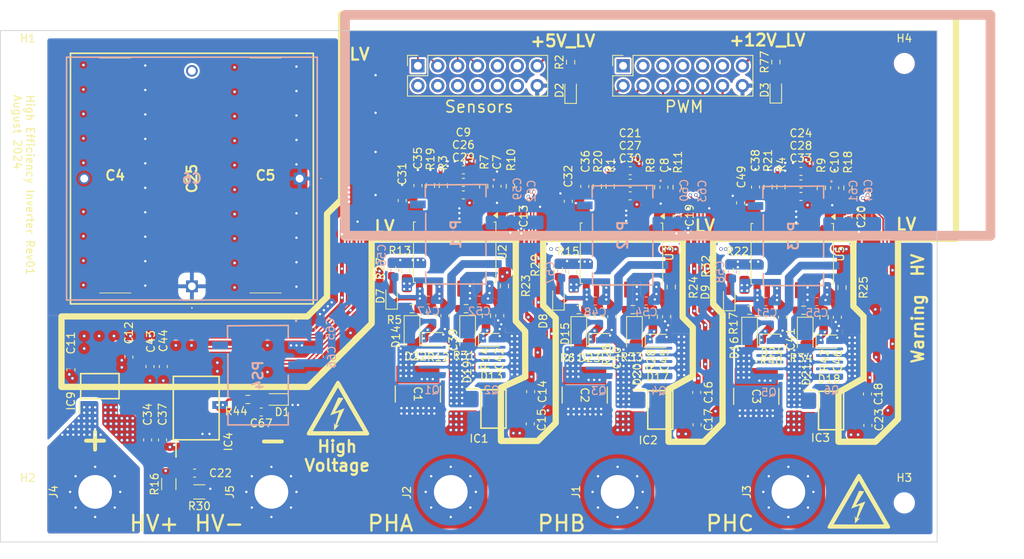
<source format=kicad_pcb>
(kicad_pcb (version 20240108) (generator "pcbnew") (generator_version "8.0")
  (layers (0 "F.Cu" signal "TopSig.Cu") (1 "In1.Cu" signal "Sig2.Cu") (2 "In2.Cu" power "PwrGnd3.Cu") (3 "In3.Cu" power "PwrGnd4.Cu") (4 "In4.Cu" power "PwrGnd5.Cu") (31 "B.Cu" signal "BotSig.Cu") (34 "B.Paste" user) (35 "F.Paste" user) (36 "B.SilkS" user "B.Silkscreen") (37 "F.SilkS" user "F.Silkscreen") (38 "B.Mask" user) (39 "F.Mask" user) (44 "Edge.Cuts" user))
  (net 0 "")
  (net 1 "HV+")
  (net 2 "HV-")
  (net 3 "GND")
  (net 4 "+5V_LV")
  (net 5 "+5V_HV")
  (net 6 "/Phase1/DT")
  (net 7 "/Phase2/DT")
  (net 8 "/Phase3/DT")
  (net 9 "/Phase1/SW")
  (net 10 "/Phase1/VDDhs")
  (net 11 "/Phase2/SW")
  (net 12 "/Phase2/VDDhs")
  (net 13 "/Phase3/VDDhs")
  (net 14 "/Phase3/SW")
  (net 15 "/Phase1/VDDA")
  (net 16 "/Phase2/VDDA")
  (net 17 "/Phase3/VDDA")
  (net 18 "Net-(D1-A)")
  (net 19 "Net-(D2-A)")
  (net 20 "Net-(D3-A)")
  (net 21 "Net-(D7-A)")
  (net 22 "Net-(D8-A)")
  (net 23 "Net-(D9-A)")
  (net 24 "/PHA")
  (net 25 "/PHB")
  (net 26 "/PHC")
  (net 27 "Net-(IC4-VIN)")
  (net 28 "HV+in")
  (net 29 "+12V_LV")
  (net 34 "/Phase1/HS_{Gate}")
  (net 35 "/Phase1/LS_{Gate}")
  (net 36 "/Phase2/HS_{Gate}")
  (net 37 "/Phase2/LS_{Gate}")
  (net 38 "/Phase3/HS_{Gate}")
  (net 39 "/Phase3/LS_{Gate}")
  (net 40 "/ALS_{PWM}")
  (net 41 "/Phase1/INB")
  (net 42 "/Phase2/INB")
  (net 43 "/BLS_{PWM}")
  (net 44 "/CLS_{PWM}")
  (net 45 "/Phase3/INB")
  (net 46 "/AHS_{PWM}")
  (net 47 "/Phase1/INA")
  (net 48 "/BHS_{PWM}")
  (net 49 "/Phase2/INA")
  (net 50 "/Phase1/HS_{DRV}")
  (net 51 "/Phase1/LS_{DRV}")
  (net 52 "/CHS_{PWM}")
  (net 53 "/Phase3/INA")
  (net 54 "/Phase2/HS_{DRV}")
  (net 55 "/Phase2/LS_{DRV}")
  (net 56 "/Phase3/HS_{DRV}")
  (net 57 "/Phase3/LS_{DRV}")
  (net 64 "/Phase2/EN")
  (net 65 "/Phase1/EN")
  (net 66 "/Phase3/EN")
  (net 67 "Net-(D14-K)")
  (net 68 "Net-(D15-K)")
  (net 69 "Net-(D16-K)")
  (net 70 "/Phase1/VDDls")
  (net 71 "/Phase2/VDDls")
  (net 72 "/Phase3/VDDls")
  (net 79 "/DCI_{sense}-")
  (net 80 "/PHAI_{sense}-")
  (net 81 "/PHBI_{sense}-")
  (net 82 "/PHAI_{sense}+")
  (net 83 "/PHBI_{sense}+")
  (net 84 "/PHCI_{sense}+")
  (net 85 "/DCV_{sense}-")
  (net 86 "/DCV_{sense}+")
  (net 87 "/DCI_{sense}+")
  (net 90 "Net-(D21-K)")
  (net 91 "Net-(D20-K)")
  (net 92 "Net-(D19-K)")
  (net 93 "/PHCI_{sense}-")
  (footprint "Resistor_SMD:R_0603_1608Metric_Pad0.98x0.95mm_HandSolder" (layer "F.Cu") (at 161.05 77.41 -90)
    (property "Reference" "R14")
    (property "Value" "0.75")
  )
  (footprint "Resistor_SMD:R_1206_3216Metric" (layer "F.Cu") (at 124.4 99.9 180)
    (property "Reference" "R30")
    (property "Value" "10k")
  )
  (footprint "MountingHole:MountingHole_4.3mm_M4_Pad" (layer "F.Cu") (at 177.8 99.9 90)
    (property "Reference" "J1")
    (property "Value" "Screw_Terminal_01x01")
  )
  (footprint "Diode_SMD:D_SOD-323F" (layer "F.Cu") (at 182.95 80.63)
    (property "Reference" "D17")
    (property "Value" "PDZVTFTR5.1B")
  )
  (footprint "Resistor_SMD:R_0603_1608Metric_Pad0.98x0.95mm_HandSolder" (layer "F.Cu") (at 175.2075 60.9 90)
    (property "Reference" "R20")
    (property "Value" "10k")
  )
  (footprint "Resistor_SMD:R_0603_1608Metric_Pad0.98x0.95mm_HandSolder" (layer "F.Cu") (at 182.35 77.53 -90)
    (property "Reference" "R28")
    (property "Value" "0.75")
  )
  (footprint "GTSR:CAP_6050_TDK" (layer "F.Cu") (at 195.5 87.7 -90)
    (property "Reference" "C3")
    (property "Value" "3.3uF")
  )
  (footprint "Capacitor_SMD:C_0603_1608Metric_Pad1.08x0.95mm_HandSolder" (layer "F.Cu") (at 193.5 63 -90)
    (property "Reference" "C49")
    (property "Value" "0.1uF")
  )
  (footprint "Package_SO:SOIC-16W_7.5x10.3mm_P1.27mm" (layer "F.Cu") (at 200.1 69.5 -90)
    (property "Reference" "U5")
    (property "Value" "MP18831-4AGY ")
  )
  (footprint "Capacitor_SMD:C_0603_1608Metric_Pad1.08x0.95mm_HandSolder" (layer "F.Cu") (at 207.2075 64.78 90)
    (property "Reference" "C20")
    (property "Value" "470pF")
  )
  (footprint "Capacitor_SMD:C_0603_1608Metric_Pad1.08x0.95mm_HandSolder" (layer "F.Cu") (at 171.5 62.8 -90)
    (property "Reference" "C32")
    (property "Value" "0.1uF")
  )
  (footprint "Capacitor_SMD:C_0603_1608Metric_Pad1.08x0.95mm_HandSolder" (layer "F.Cu") (at 150.3 62.7 -90)
    (property "Reference" "C31")
    (property "Value" "0.1uF")
  )
  (footprint "Capacitor_SMD:C_0603_1608Metric_Pad1.08x0.95mm_HandSolder" (layer "F.Cu") (at 152.3075 60.78 -90)
    (property "Reference" "C35")
    (property "Value" "2.2nF")
  )
  (footprint "Capacitor_SMD:C_0603_1608Metric_Pad1.08x0.95mm_HandSolder" (layer "F.Cu") (at 205.85 77.61 90)
    (property "Reference" "C46")
    (property "Value" "1uF")
  )
  (footprint "Resistor_SMD:R_0603_1608Metric_Pad0.98x0.95mm_HandSolder" (layer "F.Cu") (at 154.15 77.41 -90)
    (property "Reference" "R12")
    (property "Value" "0.75")
  )
  (footprint "Diode_SMD:D_SOD-323F" (layer "F.Cu") (at 197.55 80.61)
    (property "Reference" "D24")
    (property "Value" "PDZVTFTR5.1B")
  )
  (footprint "Capacitor_SMD:C_0603_1608Metric_Pad1.08x0.95mm_HandSolder" (layer "F.Cu") (at 195.4075 60.98 -90)
    (property "Reference" "C38")
    (property "Value" "2.2nF")
  )
  (footprint "Connector_PinSocket_2.54mm:PinSocket_2x07_P2.54mm_Vertical" (layer "F.Cu") (at 178.5 45.5 90)
    (property "Reference" "J8" (hide yes))
    (property "Value" "Conn_02x07_Odd_Even")
  )
  (footprint "Resistor_SMD:R_0603_1608Metric_Pad0.98x0.95mm_HandSolder" (layer "F.Cu") (at 194.65 76.71 180)
    (property "Reference" "R17")
    (property "Value" "0")
  )
  (footprint "Resistor_SMD:R_0603_1608Metric_Pad0.98x0.95mm_HandSolder" (layer "F.Cu") (at 201.55 76.71 180)
    (property "Reference" "R34")
    (property "Value" "0")
  )
  (footprint "MountingHole:MountingHole_2.1mm" (layer "F.Cu") (at 102.5 45.2)
    (property "Reference" "H1")
    (property "Value" "No. 8")
  )
  (footprint "Resistor_SMD:R_0603_1608Metric_Pad0.98x0.95mm_HandSolder" (layer "F.Cu") (at 176.85 60.905 -90)
    (property "Reference" "R1")
    (property "Value" "0")
  )
  (footprint "Resistor_SMD:R_0603_1608Metric_Pad0.98x0.95mm_HandSolder" (layer "F.Cu") (at 158.45 76.51 180)
    (property "Reference" "R31")
    (property "Value" "0")
  )
  (footprint "Resistor_SMD:R_0603_1608Metric_Pad0.98x0.95mm_HandSolder" (layer "F.Cu") (at 193.85 71.91 90)
    (property "Reference" "R22")
    (property "Value" "0")
  )
  (footprint "Resistor_SMD:R_0603_1608Metric_Pad0.98x0.95mm_HandSolder" (layer "F.Cu") (at 160.7075 60.88 -90)
    (property "Reference" "R7")
    (property "Value" "0")
  )
  (footprint "C4AQLLU5150A19K _KiCad:C4AQLLU5150A19K" (layer "F.Cu") (at 123.45 73.65 90)
    (property "Reference" "C25")
    (property "Value" "15uF" (hide yes))
  )
  (footprint "Capacitor_SMD:C_0603_1608Metric_Pad1.08x0.95mm_HandSolder" (layer "F.Cu") (at 123.8 97.5 180)
    (property "Reference" "C22")
    (property "Value" "10nF")
  )
  (footprint "MountingHole:MountingHole_2.1mm" (layer "F.Cu") (at 102.5 101.3)
    (property "Reference" "H2")
    (property "Value" "No. 8")
  )
  (footprint "Diode_SMD:D_SOD-123F" (layer "F.Cu") (at 201.75 79.81 -90)
    (property "Reference" "D21")
    (property "Value" "300mV 1A")
  )
  (footprint "LED_SMD:LED_0603_1608Metric_Pad1.05x0.95mm_HandSolder" (layer "F.Cu") (at 192.05 75.11 90)
    (property "Reference" "D9")
    (property "Value" "G")
  )
  (footprint "LED_SMD:LED_0603_1608Metric_Pad1.05x0.95mm_HandSolder" (layer "F.Cu") (at 170.25 75.03 90)
    (property "Reference" "D8")
    (property "Value" "G")
  )
  (footprint "Resistor_SMD:R_0603_1608Metric_Pad0.98x0.95mm_HandSolder" (layer "F.Cu") (at 172.05 71.83 90)
    (property "Reference" "R15")
    (property "Value" "0")
  )
  (footprint "Capacitor_SMD:C_0603_1608Metric_Pad1.08x0.95mm_HandSolder" (layer "F.Cu") (at 209.75 91.41 -90)
    (property "Reference" "C23")
    (property "Value" "1nF")
  )
  (footprint "Capacitor_SMD:C_0603_1608Metric_Pad1.08x0.95mm_HandSolder" (layer "F.Cu") (at 119.8 83.9 90)
    (property "Reference" "C44")
    (property "Value" "100nF")
  )
  (footprint "Resistor_SMD:R_0603_1608Metric_Pad0.98x0.95mm_HandSolder" (layer "F.Cu") (at 171.8 45.04 90)
    (property "Reference" "R2")
    (property "Value" "440")
  )
  (footprint "Capacitor_SMD:C_0603_1608Metric_Pad1.08x0.95mm_HandSolder" (layer "F.Cu") (at 177.05 77.53 90)
    (property "Reference" "C40")
    (property "Value" "1uF")
  )
  (footprint "Resistor_SMD:R_0603_1608Metric_Pad0.98x0.95mm_HandSolder" (layer "F.Cu") (at 153.9075 60.78 90)
    (property "Reference" "R19")
    (property "Value" "10k")
  )
  (footprint "Capacitor_SMD:C_0603_1608Metric_Pad1.08x0.95mm_HandSolder" (layer "F.Cu") (at 162.4075 60.88 -90)
    (property "Reference" "C7")
    (property "Value" "470pF")
  )
  (footprint "Resistor_SMD:R_0603_1608Metric_Pad0.98x0.95mm_HandSolder" (layer "F.Cu") (at 150.75 71.71 90)
    (property "Reference" "R13")
    (property "Value" "0")
  )
  (footprint "Capacitor_SMD:C_0603_1608Metric_Pad1.08x0.95mm_HandSolder" (layer "F.Cu") (at 115.4 82.7 -90)
    (property "Reference" "C12")
    (property "Value" "1nF")
  )
  (footprint "LOGO" (layer "F.Cu") (at 208.6 101.1)
    (property "Reference" "G***" (hide yes))
    (property "Value" "LOGO" (hide yes))
  )
  (footprint "Capacitor_SMD:C_0603_1608Metric_Pad1.08x0.95mm_HandSolder" (layer "F.Cu") (at 179.4075 58.9)
    (property "Reference" "C21")
    (property "Value" "10uF")
  )
  (footprint "Capacitor_SMD:C_0603_1608Metric_Pad1.08x0.95mm_HandSolder" (layer "F.Cu") (at 158.1075 58.78)
    (property "Reference" "C9")
    (property "Value" "10uF")
  )
  (footprint "Diode_SMD:D_SOD-123F" (layer "F.Cu") (at 194.65 79.81 -90)
    (property "Reference" "D16")
    (property "Value" "300mV 1A")
  )
  (footprint "ACS730KLCTR65ABT_KiCad:SOIC127P600X175-8N" (layer "F.Cu") (at 183.25 89.43)
    (property "Reference" "IC2")
    (property "Value" "ACS730KLCTR-65ABT" (hide yes))
  )
  (footprint "Resistor_SMD:R_0603_1608Metric_Pad0.98x0.95mm_HandSolder" (layer "F.Cu") (at 204.15 77.61 -90)
    (property "Reference" "R42")
    (property "Value" "0.75")
  )
  (footprint "GTSR:CAP_6050_TDK" (layer "F.Cu") (at 152.3 87.4 -90)
    (property "Reference" "C1")
    (property "Value" "3.3uF")
  )
  (footprint "AMC1311_KiCad:SOIC127P1150X280-8N" (layer "F.Cu") (at 124 89.2 90)
    (property "Reference" "IC4")
    (property "Value" "AMC1311DWVR" (hide yes))
  )
  (footprint "MountingHole:MountingHole_4.3mm_M4_Pad" (layer "F.Cu") (at 111.1 99.9 90)
    (property "Reference" "J4")
    (property "Value" "Screw_Terminal_01x01")
  )
  (footprint "MountingHole:MountingHole_4.3mm_M4_Pad" (layer "F.Cu") (at 199.6 99.9 90)
    (property "Reference" "J3")
    (property "Value" "Screw_Terminal_01x01")
  )
  (footprint "Capacitor_SMD:C_0603_1608Metric_Pad1.08x0.95mm_HandSolder" (layer "F.Cu") (at 162.75 77.41 90)
    (property "Reference" "C42")
    (property "Value" "1uF")
  )
  (footprint "Capacitor_SMD:C_0603_1608Metric_Pad1.08x0.95mm_HandSolder" (layer "F.Cu") (at 158.1075 60.38)
    (property "Reference" "C26")
    (property "Value" "1uF")
  )
  (footprint "Resistor_SMD:R_0603_1608Metric_Pad0.98x0.95mm_HandSolder" (layer "F.Cu") (at 184.65 73.73 90)
    (property "Reference" "R24")
    (property "Value" "0")
  )
  (footprint "Diode_SMD:D_SOD-323F" (layer "F.Cu") (at 161.65 80.51)
    (property "Reference" "D13")
    (property "Value" "PDZVTFTR5.1B")
  )
  (footprint "Resistor_SMD:R_1206_3216Metric" (layer "F.Cu") (at 120.5 98.9 90)
    (property "Reference" "R16")
    (property "Value" "1Meg")
  )
  (footprint "Capacitor_SMD:C_0603_1608Metric_Pad1.08x0.95mm_HandSolder" (layer "F.Cu") (at 209.7 87.4 90)
    (property "Reference" "C18")
    (property "Value" "0.1uF")
  )
  (footprint "B58035U5106M001_KiCad:B58035U5106M001" (layer "F.Cu") (at 132.85 59.5 180)
    (property "Reference" "C5")
    (property "Value" "B58035U5106M001" (hide yes))
  )
  (footprint "Capacitor_SMD:C_0603_1608Metric_Pad1.08x0.95mm_HandSolder" (layer "F.Cu") (at 173.6075 60.9 -90)
    (property "Reference" "C36")
    (property "Value" "2.2nF")
  )
  (footprint "Capacitor_SMD:C_0603_1608Metric_Pad1.08x0.95mm_HandSolder" (layer "F.Cu") (at 117.8 93.2625 -90)
    (property "Reference" "C34")
    (property "Value" "1uF")
  )
  (footprint "Capacitor_SMD:C_0603_1608Metric_Pad1.08x0.95mm_HandSolder" (layer "F.Cu") (at 187.9 87.2 90)
    (property "Reference" "C16")
    (property "Value" "0.1uF")
  )
  (footprint "Resistor_SMD:R_0603_1608Metric_Pad0.98x0.95mm_HandSolder" (layer "F.Cu") (at 192.05 71.61 90)
    (property "Reference" "R32")
    (property "Value" "440")
  )
  (footprint "Package_SO:SOIC-16W_7.5x10.3mm_P1.27mm" (layer "F.Cu") (at 178.3 69.42 -90)
    (property "Reference" "U3")
    (property "Value" "MP18831-4AGY ")
  )
  (footprint "Resistor_SMD:R_0603_1608Metric_Pad0.98x0.95mm_HandSolder" (layer "F.Cu") (at 197.25 77.61 -90)
    (property "Reference" "R40")
    (property "Value" "0.75")
  )
  (footprint "Capacitor_SMD:C_0603_1608Metric_Pad1.08x0.95mm_HandSolder" (layer "F.Cu") (at 201.2075 62.18)
    (property "Reference" "C33")
    (property "Value" "0.1uF")
  )
  (footprint "Capacitor_SMD:C_0603_1608Metric_Pad1.08x0.95mm_HandSolder" (layer "F.Cu") (at 183.7075 61 -90)
    (property "Reference" "C8")
    (property "Value" "470pF")
  )
  (footprint "Resistor_SMD:R_0603_1608Metric_Pad0.98x0.95mm_HandSolder" (layer "F.Cu") (at 164.1075 60.88 -90)
    (property "Reference" "R10")
    (property "Value" "0")
  )
  (footprint "LED_SMD:LED_0603_1608Metric_Pad1.05x0.95mm_HandSolder" (layer "F.Cu") (at 148.95 74.91 90)
    (property "Reference" "D7")
    (property "Value" "G")
  )
  (footprint "Capacitor_SMD:C_0603_1608Metric_Pad1.08x0.95mm_HandSolder" (layer "F.Cu") (at 198.85 77.61 90)
    (property "Reference" "C41")
    (property "Value" "1uF")
  )
  (footprint "Resistor_SMD:R_0603_1608Metric_Pad0.98x0.95mm_HandSolder" (layer "F.Cu") (at 151.55 76.51 180)
    (property "Reference" "R5")
    (property "Value" "0")
  )
  (footprint "Capacitor_SMD:C_0603_1608Metric_Pad1.08x0.95mm_HandSolder" (layer "F.Cu") (at 158.1075 61.98)
    (property "Reference" "C29")
    (property "Value" "0.1uF")
  )
  (footprint "Capacitor_SMD:C_0603_1608Metric_Pad1.08x0.95mm_HandSolder" (layer "F.Cu") (at 179.4075 62.1)
    (property "Reference" "C30")
    (property "Value" "0.1uF")
  )
  (footprint "ACS730KLCTR65ABT_KiCad:SOIC127P600X175-8N" (layer "F.Cu") (at 205.05 89.51)
    (property "Reference" "IC3")
    (property "Value" "ACS730KLCTR-65ABT" (hide yes))
  )
  (footprint "Resistor_SMD:R_0603_1608Metric_Pad0.98x0.95mm_HandSolder" (layer "F.Cu") (at 155.55 60.81 -90)
    (property "Reference" "R3")
    (property "Value" "0")
  )
  (footprint "Capacitor_SMD:C_0603_1608Metric_Pad1.08x0.95mm_HandSolder" (layer "F.Cu") (at 205.5075 61.08 -90)
    (property "Reference" "C10")
    (property "Value" "470pF")
  )
  (footprint "Capacitor_SMD:C_0603_1608Metric_Pad1.08x0.95mm_HandSolder" (layer "F.Cu") (at 201.2075 58.98)
    (property "Reference" "C24")
    (property "Value" "10uF")
  )
  (footprint "Diode_SMD:D_SOD-123F" (layer "F.Cu") (at 179.95 79.73 -90)
    (property "Reference" "D20")
    (property "Value" "300mV 1A")
  )
  (footprint "Capacitor_SMD:C_0603_1608Metric_Pad1.08x0.95mm_HandSolder" (layer "F.Cu") (at 201.2075 60.58)
    (property "Reference" "C28")
    (property "Value" "1uF")
  )
  (footprint "Diode_SMD:D_SOD-123F" (layer "F.Cu") (at 172.85 79.73 -90)
    (property "Reference" "D15")
    (property "Value" "300mV 1A")
  )
  (footprint "MountingHole:MountingHole_2.1mm" (layer "F.Cu") (at 214.4 45.2)
    (property "Reference" "H4")
    (property "Value" "No. 8")
  )
  (footprint "Resistor_SMD:R_0603_1608Metric_Pad0.98x0.95mm_HandSolder" (layer "F.Cu") (at 207.2075 61.08 -90)
    (property "Reference" "R18")
    (property "Value" "0")
  )
  (footprint "Resistor_SMD:R_0603_1608Metric_Pad0.98x0.95mm_HandSolder" (layer "F.Cu") (at 148.95 71.41 90)
    (property "Reference" "R27")
    (property "Value" "440")
  )
  (footprint "Resistor_SMD:R_0603_1608Metric_Pad0.98x0.95mm_HandSolder" (layer "F.Cu") (at 175.45 77.53 -90)
    (property "Reference" "R26")
    (property "Value" "0.75")
  )
  (footprint "Capacitor_SMD:C_0603_1608Metric_Pad1.08x0.95mm_HandSolder" (layer "F.Cu") (at 155.75 77.41 90)
    (property "Reference" "C39")
    (property "Value" "1uF")
  )
  (footprint "Resistor_SMD:R_0603_1608Metric_Pad0.98x0.95mm_HandSolder" (layer "F.Cu") (at 163.35 73.61 90)
    (property "Reference" "R23")
    (property "Value" "0")
  )
  (footprint "Capacitor_SMD:C_0603_1608Metric_Pad1.08x0.95mm_HandSolder" (layer "F.Cu") (at 166.65 91.21 -90)
    (property "Reference" "C15")
    (property "Value" "1nF")
  )
  (footprint "Resistor_SMD:R_0603_1608Metric_Pad0.98x0.95mm_HandSolder" (layer "F.Cu") (at 185.4075 61 -90)
    (property "Reference" "R11")
    (property "Value" "0")
  )
  (footprint "Capacitor_SMD:C_0603_1608Metric_Pad1.08x0.95mm_HandSolder" (layer "F.Cu") (at 108 84.3 -90)
    (property "Reference" "C11")
    (property "Value" "0.1uF")
  )
  (footprint "MountingHole:MountingHole_2.1mm" (layer "F.Cu") (at 214.4 101.3)
    (property "Reference" "H3")
    (property "Value" "No. 8")
  )
  (footprint "Resistor_SMD:R_0603_1608Metric_Pad0.98x0.95mm_HandSolder" (layer "F.Cu") (at 182.0075 61 -90)
    (property "Reference" "R8")
    (property "Value" "0")
  )
  (footprint "Resistor_SMD:R_0603_1608Metric_Pad0.98x0.95mm_HandSolder" (layer "F.Cu") (at 179.75 76.63 180)
    (property "Reference" "R33")
    (property "Value" "0")
  )
  (footprint "LED_SMD:LED_0603_1608Metric_Pad1.05x0.95mm_HandSolder" (layer "F.Cu") (at 198 48.6 90)
    (property "Reference" "D3")
    (property "Value" "G")
  )
  (footprint "Diode_SMD:D_SOD-323F" (layer "F.Cu") (at 204.75 80.71)
    (property "Reference" "D18")
    (property "Value" "PDZVTFTR5.1B")
  )
  (footprint "ACS730KLCTR65ABT_KiCad:SOIC127P600X175-8N" (layer "F.Cu") (at 161.95 89.31)
    (property "Reference" "IC1")
    (property "Value" "ACS730KLCTR-65ABT" (hide yes))
  )
  (footprint "Capacitor_SMD:C_0603_1608Metric_Pad1.08x0.95mm_HandSolder" (layer "F.Cu") (at 187.95 91.33 -90)
    (property "Reference" "C17")
    (property "Value" "1nF")
  )
  (footprint "Resistor_SMD:R_0603_1608Metric_Pad0.98x0.95mm_HandSolder" (layer "F.Cu") (at 197.0075 60.98 90)
    (property "Reference" "R21")
    (property "Value" "10k")
  )
  (footprint "Resistor_SMD:R_0603_1608Metric_Pad0.98x0.95mm_HandSolder" (layer "F.Cu") (at 130.6 88.1 180)
    (property "Reference" "R44")
    (property "Value" "440")
  )
  (footprint "LED_SMD:LED_0603_1608Metric_Pad1.05x0.95mm_HandSolder" (layer "F.Cu") (at 171.8 48.64 90)
    (property "Reference" "D2")
    (property "Value" "G")
  )
  (footprint "MountingHole:MountingHole_4.3mm_M4_Pad" (layer "F.Cu") (at 133.6 99.9 90)
    (property "Reference" "J5")
    (property "Value" "Screw_Terminal_01x01")
  )
  (footprint "Capacitor_SMD:C_0603_1608Metric_Pad1.08x0.95mm_HandSolder" (layer "F.Cu") (at 164.1075 64.58 90)
    (property "Reference" "C13")
    (property "Value" "470pF")
  )
  (footprint "Resistor_SMD:R_0603_1608Metric_Pad0.98x0.95mm_HandSolder" (layer "F.Cu") (at 206.45 73.81 90)
    (property "Reference" "R25")
    (property "Value" "0")
  )
  (footprint "Diode_SMD:D_SOD-123F" (layer "F.Cu") (at 158.65 79.61 -90)
    (property "Reference" "D19")
    (property "Value" "300mV 1A")
  )
  (footprint "Capacitor_SMD:C_0603_1608Metric_Pad1.08x0.95mm_HandSolder" (layer "F.Cu") (at 119.7 93.2625 -90)
    (property "Reference" "C37")
    (property "Value" "100nF")
  )
  (footprint "Connector_PinSocket_2.54mm:PinSocket_2x07_P2.54mm_Vertical" (layer "F.Cu") (at 152.3 45.5 90)
    (property "Reference" "J9" (hide yes))
    (property "Value" "Conn_02x07_Odd_Even")
  )
  (footprint "Capacitor_SMD:C_0603_1608Metric_Pad1.08x0.95mm_HandSolder" (layer "F.Cu") (at 118.1 83.9 90)
    (property "Reference" "C43")
    (property "Value" "1uF")
  )
  (footprint "B58035U5106M001_KiCad:B58035U5106M001" (layer "F.Cu") (at 113.65 59.5 180)
    (property "Reference" "C4")
    (property "Value" "B58035U5106M001" (hide yes))
  )
  (footprint "Diode_SMD:D_SOD-323F" (layer "F.Cu") (at 175.75 80.53)
    (property "Reference" "D23")
    (property "Value" "PDZVTFTR5.1B")
  )
  (footprint "Capacitor_SMD:C_0603_1608Metric_Pad1.08x0.95mm_HandSolder" (layer "F.Cu") (at 185.4075 64.7 90)
    (property "Reference" "C19")
    (property "Value" "470pF")
  )
  (footprint "Resistor_SMD:R_0603_1608Metric_Pad0.98x0.95mm_HandSolder" (layer "F.Cu") (at 198 45.025 90)
    (property "Reference" "R77")
    (property "Value" "1.2k")
  )
  (footprint "Capacitor_SMD:C_0603_1608Metric_Pad1.08x0.95mm_HandSolder" (layer "F.Cu") (at 132.3 89.7 180)
    (property "Reference" "C67")
    (property "Value" "4.7uF")
  )
  (footprint "Capacitor_SMD:C_0603_1608Metric_Pad1.08x0.95mm_HandSolder" (layer "F.Cu") (at 184.05 77.53 90)
    (property "Reference" "C45")
    (property "Value" "1uF")
  )
  (footprint "Resistor_SMD:R_0603_1608Metric_Pad0.98x0.95mm_HandSolder" (layer "F.Cu") (at 172.85 76.63 180)
    (property "Reference" "R6")
    (property "Value" "0")
  )
  (footprint "LED_SMD:LED_0603_1608Metric_Pad1.05x0.95mm_HandSolder" (layer "F.Cu") (at 134.1 88.1 180)
    (property "Reference" "D1")
    (property "Value" "G")
  )
  (footprint "Resistor_SMD:R_0603_1608Metric_Pad0.98x0.95mm_HandSolder" (layer "F.Cu") (at 203.8075 61.08 -90)
    (property "Reference" "R9")
    (property "Value" "0")
  )
  (footprint "LOGO" (layer "F.Cu") (at 142.1 89.2)
    (property "Reference" "G***" (hide yes))
    (property "Value" "LOGO" (hide yes))
  )
  (footprint "Package_SO:SOIC-16W_7.5x10.3mm_P1.27mm" (layer "F.Cu") (at 157 69.3 -90)
    (property "Reference" "U2")
    (property "Value" "MP18831-4AGY ")
  )
  (footprint "Capacitor_SMD:C_0603_1608Metric_Pad1.08x0.95mm_HandSolder" (layer "F.Cu") (at 166.7 87.1 90)
    (property "Reference" "C14")
    (property "Value" "0.1uF")
  )
  (footprint "Diode_SMD:D_SOD-123F" (layer "F.Cu") (at 151.55 79.61 -90)
    (property "Reference" "D14")
    (property "Value" "300mV 1A")
  )
  (footprint "MountingHole:MountingHole_4.3mm_M4_Pad" (layer "F.Cu") (at 156.5 99.9)
    (property "Reference" "J2")
    (property "Value" "Screw_Terminal_01x01")
  )
  (footprint "Resistor_SMD:R_0603_1608Metric_Pad0.98x0.95mm_HandSolder" (layer "F.Cu") (at 198.65 60.985 -90)
    (property "Reference" "R4")
    (property "Value" "0")
  )
  (footprint "Diode_SMD:D_SOD-323F" (layer "F.Cu") (at 154.45 80.41)
    (property "Reference" "D22")
    (property "Value" "PDZVTFTR5.1B")
  )
  (footprint "Resistor_SMD:R_0603_1608Metric_Pad0.98x0.95mm_HandSolder" (layer "F.Cu") (at 170.25 71.53 90)
    (property "Reference" "R29")
    (property "Value" "440")
  )
  (footprint "GTSR:CAP_6050_TDK" (layer "F.Cu") (at 173.6 87.5302 -90)
    (property "Reference" "C2")
    (property "Value" "3.3uF")
  )
  (footprint "Capacitor_SMD:C_0603_1608Metric_Pad1.08x0.95mm_HandSolder" (layer "F.Cu") (at 179.4075 60.5)
    (property "Reference" "C27")
    (property "Value" "1uF")
  )
  (footprint "ACS730KLCTR65ABT_KiCad:SOIC127P600X175-8N" (layer "F.Cu") (at 111.7 86.4 90)
    (property "Reference" "IC9")
    (property "Value" "ACS730KLCTR-65ABT" (hide yes))
  )
  (footprint "Capacitor_SMD:C_0603_1608Metric_Pad1.08x0.95mm_HandSolder" (layer "B.Cu") (at 209.75 64.61 -90)
    (property "Reference" "C64")
    (property "Value" "4.7uF")
  )
  (footprint "GTSR:EPC2304_ECC" (layer "B.Cu") (at 204.85 82.91 180)
    (property "Reference" "Q6")
    (property "Value" "EPC2304ENGRT")
  )
  (footprint "CRE1S0505MC_KiCad:CRE1S0505MC" (layer "B.Cu") (at 200.25 67.21 -90)
    (property "Reference" "PS3")
    (property "Value" "CRE1S0505MC" (hide yes))
  )
  (footprint "Capacitor_SMD:C_0603_1608Metric_Pad1.08x0.95mm_HandSolder" (layer "B.Cu") (at 170.65 71.73 90)
    (property "Reference" "C57")
    (property "Value" "4.7uF")
  )
  (footprint "Capacitor_SMD:C_0603_1608Metric_Pad1.08x0.95mm_HandSolder" (layer "B.Cu") (at 186.25 64.53 -90)
    (property "Reference" "C60")
    (property "Value" "1uF")
  )
  (footprint "Capacitor_SMD:C_0603_1608Metric_Pad1.08x0.95mm_HandSolder" (layer "B.Cu") (at 192.45 71.81 90)
    (property "Reference" "C58")
    (property "Value" "4.7uF")
  )
  (footprint "Capacitor_SMD:C_0603_1608Metric_Pad1.08x0.95mm_HandSolder" (layer "B.Cu") (at 196.75 75.61)
    (property "Reference" "C51")
    (property "Value" "0.1uF")
  )
  (footprint "Capacitor_SMD:C_0603_1608Metric_Pad1.08x0.95mm_HandSolder" (layer "B.Cu") (at 139.7 79.1 90)
    (property "Reference" "C65")
    (property "Value" "4.7uF")
  )
  (footprint "GTSR:EPC2304_ECC" (layer "B.Cu") (at 183.05 82.83 180)
    (property "Reference" "Q4")
    (property "Value" "EPC2304ENGRT")
  )
  (footprint "Capacitor_SMD:C_0603_1608Metric_Pad1.08x0.95mm_HandSolder" (layer "B.Cu") (at 174.95 75.53)
    (property "Reference" "C48")
    (property "Value" "0.1uF")
  )
  (footprint "GTSR:EPC2304_ECC" (layer "B.Cu") (at 197.25 82.91 180)
    (property "Reference" "Q5")
    (property "Value" "EPC2304ENGRT")
  )
  (footprint "C4AQLLU5150A19K _KiCad:C4AQLLU5150A19K" (layer "B.Cu") (at 137.2 59.9 180)
    (property "Reference" "C6")
    (property "Value" "15uF" (hide yes))
  )
  (footprint "GTSR:EPC2304_ECC" (layer "B.Cu") (at 175.45 82.83 180)
    (property "Reference" "Q3")
    (property "Value" "EPC2304ENGRT")
  )
  (footprint "Capacitor_SMD:C_0603_1608Metric_Pad1.08x0.95mm_HandSolder" (layer "B.Cu") (at 203.25 75.61)
    (property "Reference" "C55")
    (property "Value" "0.1uF")
  )
  (footprint "Capacitor_SMD:C_0603_1608Metric_Pad1.08x0.95mm_HandSolder" (layer "B.Cu") (at 166.65 64.41 -90)
    (property "Reference" "C62")
    (property "Value" "4.7uF")
  )
  (footprint "Capacitor_SMD:C_0603_1608Metric_Pad1.08x0.95mm_HandSolder" (layer "B.Cu") (at 139.7 82.6 -90)
    (property "Reference" "C66")
    (property "Value" "1uF")
  )
  (footprint "CRE1S0505MC_KiCad:CRE1S0505MC" (layer "B.Cu") (at 157.15 67.01 -90)
    (property "Reference" "PS1")
    (property "Value" "CRE1S0505MC" (hide yes))
  )
  (footprint "GTSR:EPC2304_ECC" (layer "B.Cu") (at 154.15 82.71 180)
    (property "Reference" "Q1")
    (property "Value" "EPC2304ENGRT")
  )
  (footprint "CRE1S0505MC_KiCad:CRE1S0505MC" (layer "B.Cu") (at 131.9 85 -90)
    (property "Reference" "PS4")
    (property "Value" "CRE1S0505MC" (hide yes))
  )
  (footprint "Capacitor_SMD:C_0603_1608Metric_Pad1.08x0.95mm_HandSolder" (layer "B.Cu") (at 208.05 64.61 -90)
    (property "Reference" "C61")
    (property "Value" "1uF")
  )
  (footprint "Capacitor_SMD:C_0603_1608Metric_Pad1.08x0.95mm_HandSolder" (layer "B.Cu") (at 153.65 75.41)
    (property "Reference" "C47")
    (property "Value" "0.1uF")
  )
  (footprint "Capacitor_SMD:C_0603_1608Metric_Pad1.08x0.95mm_HandSolder" (layer "B.Cu") (at 181.45 75.53)
    (property "Reference" "C54")
    (property "Value" "0.1uF")
  )
  (footprint "Capacitor_SMD:C_0603_1608Metric_Pad1.08x0.95mm_HandSolder" (layer "B.Cu") (at 187.95 64.53 -90)
    (property "Reference" "C63")
    (property "Value" "4.7uF")
  )
  (footprint "CRE1S0505MC_KiCad:CRE1S0505MC" (layer "B.Cu") (at 178.45 67.13 -90)
    (property "Reference" "PS2")
    (property "Value" "CRE1S0505MC" (hide yes))
  )
  (footprint "Capacitor_SMD:C_0603_1608Metric_Pad1.08x0.95mm_HandSolder" (layer "B.Cu") (at 160.15 75.41)
    (property "Reference" "C52")
    (property "Value" "0.1uF")
  )
  (footprint "Capacitor_SMD:C_0603_1608Metric_Pad1.08x0.95mm_HandSolder" (layer "B.Cu") (at 164.95 64.41 -90)
    (property "Reference" "C59")
    (property "Value" "1uF")
  )
  (footprint "GTSR:EPC2304_ECC" (layer "B.Cu") (at 161.75 82.71 180)
    (property "Reference" "Q2")
    (property "Value" "EPC2304ENGRT")
  )
  (footprint "Capacitor_SMD:C_0603_1608Metric_Pad1.08x0.95mm_HandSolder" (layer "B.Cu") (at 149.35 71.61 90)
    (property "Reference" "C56")
    (property "Value" "4.7uF")
  )
  (gr_rect (start 143 39) (end 225.4 67.2) (stroke (width 1.25)) (fill none) (layer "B.SilkS"))
  (gr_poly (pts (xy 221 38.9) (xy 142.5 38.9) (xy 142.5 62.6) (xy 140.7 64.4) (xy 140.7 75) (xy 138.2 77.5) (xy 106.8 77.5) (xy 106.8 86.5) (xy 126.6 86.5) (xy 135 86.5) (xy 138.3 86.5) (xy 146.4 78.4) (xy 146.4 67.6) (xy 164.8 67.6) (xy 164.8 78.1) (xy 166 79.4) (xy 166 85.2) (xy 162.9 86.6) (xy 162.9 93.4) (xy 167.6 93.4) (xy 169.9 91.1) (xy 169.9 83.5) (xy 169.9 83.9) (xy 169.9 77.7) (xy 168.3 76.1) (xy 168.3 67.6) (xy 186.1 67.6) (xy 186.1 77.6) (xy 187.4 78.9) (xy 187.4 85.1) (xy 184.3 86.8) (xy 184.3 93.5) (xy 188.8 93.5) (xy 191.2 91.1) (xy 191.2 83.6) (xy 191.2 82.7) (xy 191.2 77.2) (xy 190 75.9) (xy 190 67.6) (xy 207.9 67.6) (xy 207.9 76.2) (xy 209.2 77.5) (xy 209.2 85.4) (xy 206 87.2) (xy 206 93.5) (xy 210.7 93.5) (xy 213.6 90.6) (xy 213.6 67.6) (xy 221 67.6)) (stroke (width 0.8)) (fill none) (layer "F.SilkS"))
  (gr_rect (start 99 41) (end 218.6 106.3) (stroke (width 0.1)) (fill none) (layer "Edge.Cuts"))
  (gr_text "+" (at 108.9 94.9 0) (layer "F.SilkS") (effects (font (size 3 3) (thickness 0.5) (bold yes)) (justify left bottom)))
  (gr_text "PHA" (at 145.7 105.1 0) (layer "F.SilkS") (effects (font (size 2 2) (thickness 0.3)) (justify left bottom)))
  (gr_text "+12V_LV" (at 191.9 43.1 0) (layer "F.SilkS") (effects (font (size 1.5 1.5) (thickness 0.3) (bold yes)) (justify left bottom)))
  (gr_text "High Efficiency Inverter Rev01\nAugust 2024" (at 100.6 49.1 -90) (layer "F.SilkS") (effects (font (size 1 1)) (justify left bottom)))
  (gr_text "+5V_LV" (at 166.5 43.2 0) (layer "F.SilkS") (effects (font (size 1.5 1.5) (thickness 0.3) (bold yes)) (justify left bottom)))
  (gr_text "PHB" (at 167.4 105.1 0) (layer "F.SilkS") (effects (font (size 2 2) (thickness 0.3)) (justify left bottom)))
  (gr_text "LV" (at 146.6 66.9 0) (layer "F.SilkS") (effects (font (size 1.5 1.5) (thickness 0.3) (bold yes)) (justify left bottom)))
  (gr_text "-\n" (at 131.6 95 0) (layer "F.SilkS") (effects (font (size 3 3) (thickness 0.5) (bold yes)) (justify left bottom)))
  (gr_text "HV+" (at 115.3 105.1 0) (layer "F.SilkS") (effects (font (size 2 2) (thickness 0.3)) (justify left bottom)))
  (gr_text "LV" (at 213.2 66.6 0) (layer "F.SilkS") (effects (font (size 1.5 1.5) (thickness 0.3) (bold yes)) (justify left bottom)))
  (gr_text "Warning  HV" (at 217 76.5 90) (layer "F.SilkS") (effects (font (size 1.5 1.5) (thickness 0.3) (bold yes)) (justify bottom)))
  (gr_text "PWM" (at 183.7 51.6 0) (layer "F.SilkS") (effects (font (size 1.5 1.5) (thickness 0.2)) (justify left bottom)))
  (gr_text "LV" (at 143.4 44.9 0) (layer "F.SilkS") (effects (font (size 1.5 1.5) (thickness 0.3) (bold yes)) (justify left bottom)))
  (gr_text "PHC" (at 188.9 105.1 0) (layer "F.SilkS") (effects (font (size 2 2) (thickness 0.3)) (justify left bottom)))
  (gr_text "HV-\n" (at 123.6 105.1 0) (layer "F.SilkS") (effects (font (size 2 2) (thickness 0.3)) (justify left bottom)))
  (gr_text "High\nVoltage" (at 142 97.4 0) (layer "F.SilkS") (effects (font (size 1.5 1.5) (thickness 0.3) (bold yes)) (justify bottom)))
  (gr_text "Sensors" (at 155.6 51.6 0) (layer "F.SilkS") (effects (font (size 1.5 1.5) (thickness 0.2)) (justify left bottom)))
  (gr_text "LV" (at 187.5 66.8 0) (layer "F.SilkS") (effects (font (size 1.5 1.5) (thickness 0.3) (bold yes)) (justify left bottom)))
  (segment (start 119.7 97.4375) (end 118.825 97.4375) (width 0.3) (layer "F.Cu") (net 1))
  (segment (start 118.825 97.4375) (end 115.2 93.8125) (width 0.3) (layer "F.Cu") (net 1))
  (segment (start 115.2 93.8125) (end 115.2 93.3) (width 0.3) (layer "F.Cu") (net 1))
  (via (at 151.5 83.7) (size 0.45) (drill 0.3) (layers "F.Cu" "B.Cu") (net 1))
  (via (at 172.8 82.5) (size 0.45) (drill 0.3) (layers "F.Cu" "B.Cu") (net 1))
  (via (at 112.4 91.2) (size 0.45) (drill 0.3) (layers "F.Cu" "B.Cu") (net 1))
  (via (at 113.8 91.9) (size 0.45) (drill 0.3) (layers "F.Cu" "B.Cu") (net 1))
  (via (at 194.6 83.9) (size 0.45) (drill 0.3) (layers "F.Cu" "B.Cu") (net 1))
  (via (at 193.2 85.3) (size 0.45) (drill 0.3) (layers "F.Cu" "B.Cu") (net 1))
  (via (at 151.5 83) (size 0.45) (drill 0.3) (layers "F.Cu" "B.Cu") (net 1))
  (via (at 128.9 61.31111) (size 0.45) (drill 0.3) (layers "F.Cu" "B.Cu") (net 1))
  (via (at 109.6 45.4) (size 0.45) (drill 0.3) (layers "F.Cu" "B.Cu") (net 1))
  (via (at 172.1 85.2) (size 0.45) (drill 0.3) (layers "F.Cu" "B.Cu") (net 1))
  (via (at 115.2 93.3) (size 0.45) (drill 0.3) (layers "F.Cu" "B.Cu") (net 1))
  (via (at 109.6 54.766666) (size 0.45) (drill 0.3) (layers "F.Cu" "B.Cu") (net 1))
  (via (at 172.8 85.2) (size 0.45) (drill 0.3) (layers "F.Cu" "B.Cu") (net 1))
  (via (at 174.1 85.6) (size 0.45) (drill 0.3) (layers "F.Cu" "B.Cu") (net 1))
  (via (at 175.5 85.6) (size 0.45) (drill 0.3) (layers "F.Cu" "B.Cu") (net 1))
  (via (at 128.9 73.8) (size 0.45) (drill 0.3) (layers "F.Cu" "B.Cu") (net 1))
  (via (at 171.4 84.5) (size 0.45) (drill 0.3) (layers "F.Cu" "B.Cu") (net 1))
  (via (at 109.6 48.522222) (size 0.45) (drill 0.3) (layers "F.Cu" "B.Cu") (net 1))
  (via (at 150.1 85.1) (size 0.45) (drill 0.3) (layers "F.Cu" "B.Cu") (net 1))
  (via (at 193.2 83.9) (size 0.45) (drill 0.3) (layers "F.Cu" "B.Cu") (net 1))
  (via (at 152.8 85.5) (size 0.45) (drill 0.3) (layers "F.Cu" "B.Cu") (net 1))
  (via (at 115.2 91.2) (size 0.45) (drill 0.3) (layers "F.Cu" "B.Cu") (net 1))
  (via (at 171.4 85.2) (size 0.45) (drill 0.3) (layers "F.Cu" "B.Cu") (net 1))
  (via (at 150.1 83.7) (size 0.45) (drill 0.3) (layers "F.Cu" "B.Cu") (net 1))
  (via (at 115.9 91.2) (size 0.45) (drill 0.3) (layers "F.Cu" "B.Cu") (net 1))
  (via (at 113.1 89.8) (size 0.45) (drill 0.3) (layers "F.Cu" "B.Cu") (net 1))
  (via (at 153.5 85.5) (size 0.45) (drill 0.3) (layers "F.Cu" "B.Cu") (net 1))
  (via (at 114.5 90.5) (size 0.45) (drill 0.3) (layers "F.Cu" "B.Cu") (net 1))
  (via (at 193.9 83.2) (size 0.45) (drill 0.3) (layers "F.Cu" "B.Cu") (net 1))
  (via (at 113.8 89.8) (size 0.45) (drill 0.3) (layers "F.Cu" "B.Cu") (net 1))
  (via (at 109.6 73.5) (size 0.45) (drill 0.3) (layers "F.Cu" "B.Cu") (net 1))
  (via (at 114.5 91.2) (size 0.45) (drill 0.3) (layers "F.Cu" "B.Cu") (net 1))
  (via (at 193.9 85.3) (size 0.45) (drill 0.3) (layers "F.Cu" "B.Cu") (net 1))
  (via (at 112.4 89.8) (size 0.45) (drill 0.3) (layers "F.Cu" "B.Cu") (net 1))
  (via (at 113.1 91.2) (size 0.45) (drill 0.3) (layers "F.Cu" "B.Cu") (net 1))
  (via (at 128.9 67.555554) (size 0.45) (drill 0.3) (layers "F.Cu" "B.Cu") (net 1))
  (via (at 113.1 91.9) (size 0.45) (drill 0.3) (layers "F.Cu" "B.Cu") (net 1))
  (via (at 113.1 90.5) (size 0.45) (drill 0.3) (layers "F.Cu" "B.Cu") (net 1))
  (via (at 172.1 84.5) (size 0.45) (drill 0.3) (layers "F.Cu" "B.Cu") (net 1))
  (via (at 172.8 83.1) (size 0.45) (drill 0.3) (layers "F.Cu" "B.Cu") (net 1))
  (via (at 171.4 83.1) (size 0.45) (drill 0.3) (layers "F.Cu" "B.Cu") (net 1))
  (via (at 113.1 89.1) (size 0.45) (drill 0.3) (layers "F.Cu" "B.Cu") (net 1))
  (via (at 150.8 85.1) (size 0.45) (drill 0.3) (layers "F.Cu" "B.Cu") (net 1))
  (via (at 194.6 82.5) (size 0.45) (drill 0.3) (layers "F.Cu" "B.Cu") (net 1))
  (via (at 193.2 82.5) (size 0.45) (drill 0.3) (layers "F.Cu" "B.Cu") (net 1))
  (via (at 150.8 83.7) (size 0.45) (drill 0.3) (layers "F.Cu" "B.Cu") (net 1))
  (via (at 109.6 57.888888) (size 0.45) (drill 0.3) (layers "F.Cu" "B.Cu") (net 1))
  (via (at 115.2 91.9) (size 0.45) (drill 0.3) (layers "F.Cu" "B.Cu") (net 1))
  (via (at 109.6 70.377776) (size 0.45) (drill 0.3) (layers "F.Cu" "B.Cu") (net 1))
  (via (at 128.9 58.188888) (size 0.45) (drill 0.3) (layers "F.Cu" "B.Cu") (net 1))
  (via (at 128.9 70.677776) (size 0.45) (drill 0.3) (layers "F.Cu" "B.Cu") (net 1))
  (via (at 150.8 83) (size 0.45) (drill 0.3) (layers "F.Cu" "B.Cu") (net 1))
  (via (at 109.6 64.133332) (size 0.45) (drill 0.3) (layers "F.Cu" "B.Cu") (net 1))
  (via (at 150.1 81.6) (size 0.45) (drill 0.3) (layers "F.Cu" "B.Cu") (net 1))
  (via (at 195.9 85.7) (size 0.45) (drill 0.3) (layers "F.Cu" "B.Cu") (net 1))
  (via (at 193.2 84.6) (size 0.45) (drill 0.3) (layers "F.Cu" "B.Cu") (net 1))
  (via (at 128.9 64.433332) (size 0.45) (drill 0.3) (layers "F.Cu" "B.Cu") (net 1))
  (via (at 114.5 93.3) (size 0.45) (drill 0.3) (layers "F.Cu" "B.Cu") (net 1))
  (via (at 171.4 81.7) (size 0.45) (drill 0.3) (layers "F.Cu" "B.Cu") (net 1))
  (via (at 193.2 83.2) (size 0.45) (drill 0.3) (layers "F.Cu" "B.Cu") (net 1))
  (via (at 128.9 45.7) (size 0.45) (drill 0.3) (layers "F.Cu" "B.Cu") (net 1))
  (via (at 150.8 82.3) (size 0.45) (drill 0.3) (layers "F.Cu" "B.Cu") (net 1))
  (via (at 171.4 82.4) (size 0.45) (drill 0.3) (layers "F.Cu" "B.Cu") (net 1))
  (via (at 194.6 85.3) (size 0.45) (drill 0.3) (layers "F.Cu" "B.Cu") (net 1))
  (via (at 151.5 85.1) (size 0.45) (drill 0.3) (layers "F.Cu" "B.Cu") (net 1))
  (via (at 150.1 84.4) (size 0.45) (drill 0.3) (layers "F.Cu" "B.Cu") (net 1))
  (via (at 128.9 51.944444) (size 0.45) (drill 0.3) (layers "F.Cu" "B.Cu") (net 1))
  (via (at 197.3 85.7) (size 0.45) (drill 0.3) (layers "F.Cu" "B.Cu") (net 1))
  (via (at 150.1 83) (size 0.45) (drill 0.3) (layers "F.Cu" "B.Cu") (net 1))
  (via (at 113.8 89.1) (size 0.45) (drill 0.3) (layers "F.Cu" "B.Cu") (net 1))
  (via (at 172.8 84.5) (size 0.45) (drill 0.3) (layers "F.Cu" "B.Cu") (net 1))
  (via (at 128.9 55.066666) (size 0.45) (drill 0.3) (layers "F.Cu" "B.Cu") (net 1))
  (via (at 115.9 90.5) (size 0.45) (drill 0.3) (layers "F.Cu" "B.Cu") (net 1))
  (via (at 109.6 51.644444) (size 0.45) (drill 0.3) (layers "F.Cu" "B.Cu") (net 1))
  (via (at 171.4 83.8) (size 0.45) (drill 0.3) (layers "F.Cu" "B.Cu") (net 1))
  (via (at 150.8 84.4) (size 0.45) (drill 0.3) (layers "F.Cu" "B.Cu") (net 1))
  (via (at 113.8 91.2) (size 0.45) (drill 0.3) (layers "F.Cu" "B.Cu") (net 1))
  (via (at 193.9 83.9) (size 0.45) (drill 0.3) (layers "F.Cu" "B.Cu") (net 1))
  (via (at 151.5 82.3) (size 0.45) (drill 0.3) (layers "F.Cu" "B.Cu") (net 1))
  (via (at 109.6 67.255554) (size 0.45) (drill 0.3) (layers "F.Cu" "B.Cu") (net 1))
  (via (at 128.9 48.822222) (size 0.45) (drill 0.3) (layers "F.Cu" "B.Cu") (net 1))
  (via (at 115.9 92.6) (size 0.45) (drill 0.3) (layers "F.Cu" "B.Cu") (net 1))
  (via (at 193.2 81.8) (size 0.45) (drill 0.3) (layers "F.Cu" "B.Cu") (net 1))
  (via (at 120.1 97.2) (size 0.45) (drill 0.3) (layers "F.Cu" "B.Cu") (net 1))
  (via (at 172.1 83.8) (size 0.45) (drill 0.3) (layers "F.Cu" "B.Cu") (net 1))
  (via (at 112.4 89.1) (size 0.45) (drill 0.3) (layers "F.Cu" "B.Cu") (net 1))
  (via (at 115.9 93.3) (size 0.45) (drill 0.3) (layers "F.Cu" "B.Cu") (net 1))
  (via (at 115.2 90.5) (size 0.45) (drill 0.3) (layers "F.Cu" "B.Cu") (net 1))
  (via (at 172.1 82.4) (size 0.45) (drill 0.3) (layers "F.Cu" "B.Cu") (net 1))
  (via (at 113.8 92.6) (size 0.45) (drill 0.3) (layers "F.Cu" "B.Cu") (net 1))
  (via (at 115.9 91.9) (size 0.45) (drill 0.3) (layers "F.Cu" "B.Cu") (net 1))
  (via (at 193.9 82.5) (size 0.45) (drill 0.3) (layers "F.Cu" "B.Cu") (net 1))
  (via (at 174.8 85.6) (size 0.45) (drill 0.3) (layers "F.Cu" "B.Cu") (net 1))
  (via (at 115.2 92.6) (size 0.45) (drill 0.3) (layers "F.Cu" "B.Cu") (net 1))
  (via (at 151.5 84.4) (size 0.45) (drill 0.3) (layers "F.Cu" "B.Cu") (net 1))
  (via (at 150.1 82.3) (size 0.45) (drill 0.3) (layers "F.Cu" "B.Cu") (net 1))
  (via (at 113.8 90.5) (size 0.45) (drill 0.3) (layers "F.Cu" "B.Cu") (net 1))
  (via (at 112.4 90.5) (size 0.45) (drill 0.3) (layers "F.Cu" "B.Cu") (net 1))
  (via (at 196.6 85.7) (size 0.45) (drill 0.3) (layers "F.Cu" "B.Cu") (net 1))
  (via (at 194.6 83.2) (size 0.45) (drill 0.3) (layers "F.Cu" "B.Cu") (net 1))
  (via (at 172.8 83.8) (size 0.45) (drill 0.3) (layers "F.Cu" "B.Cu") (net 1))
  (via (at 114.5 92.6) (size 0.45) (drill 0.3) (layers "F.Cu" "B.Cu") (net 1))
  (via (at 194.6 84.6) (size 0.45) (drill 0.3) (layers "F.Cu" "B.Cu") (net 1))
  (via (at 154.2 85.5) (size 0.45) (drill 0.3) (layers "F.Cu" "B.Cu") (net 1))
  (via (at 114.5 91.9) (size 0.45) (drill 0.3) (layers "F.Cu" "B.Cu") (net 1))
  (via (at 193.9 84.6) (size 0.45) (drill 0.3) (layers "F.Cu" "B.Cu") (net 1))
  (via (at 172.1 83.1) (size 0.45) (drill 0.3) (layers "F.Cu" "B.Cu") (net 1))
  (segment (start 125.8625 99.4375) (end 125.8625 98.7) (width 0.5) (layer "F.Cu") (net 2))
  (segment (start 124.39 92.4) (end 124.8 92.5) (width 1) (layer "F.Cu") (net 2))
  (segment (start 135.6 88.1) (end 136.3 88.8) (width 0.3) (layer "F.Cu") (net 2))
  (segment (start 125.8625 99.5625) (end 125.8 99.5) (width 0.5) (layer "F.Cu") (net 2))
  (segment (start 136.1 89.7) (end 137 88.8) (width 1) (layer "F.Cu") (net 2))
  (segment (start 124.59 92.4) (end 124.49 92.4) (width 1) (layer "F.Cu") (net 2))
  (segment (start 125.8625 99.9) (end 125.8625 99.5625) (width 0.5) (layer "F.Cu") (net 2))
  (segment (start 124.8 92.5) (end 124.59 92.4) (width 1) (layer "F.Cu") (net 2))
  (segment (start 125.8625 98.7) (end 124.6625 97.5) (width 0.5) (layer "F.Cu") (net 2))
  (segment (start 124.6625 97.5) (end 124.6625 95.7675) (width 0.5) (layer "F.Cu") (net 2))
  (segment (start 134.975 88.1) (end 135.6 88.1) (width 0.3) (layer "F.Cu") (net 2))
  (segment (start 125.8 99.5) (end 125.8625 99.4375) (width 0.5) (layer "F.Cu") (net 2))
  (segment (start 117.8 92.4) (end 124.39 92.4) (width 1) (layer "F.Cu") (net 2))
  (segment (start 124.6625 95.7675) (end 125.905 94.525) (width 0.5) (layer "F.Cu") (net 2))
  (segment (start 133.6 99.9) (end 125.8625 99.9) (width 0.5) (layer "F.Cu") (net 2))
  (segment (start 133.1625 89.7) (end 136.1 89.7) (width 1) (layer "F.Cu") (net 2))
  (segment (start 136.3 88.8) (end 137 88.8) (width 1) (layer "F.Cu") (net 2))
  (via (at 125.7 92.5) (size 0.45) (drill 0.3) (layers "F.Cu" "B.Cu") (net 2))
  (via (at 207.4 84.4) (size 0.45) (drill 0.3) (layers "F.Cu" "B.Cu") (net 2))
  (via (at 150.2 89.9) (size 0.45) (drill 0.3) (layers "F.Cu" "B.Cu") (net 2))
  (via (at 164.3 81.4) (size 0.45) (drill 0.3) (layers "F.Cu" "B.Cu") (net 2))
  (via (at 185.6 82.2) (size 0.45) (drill 0.3) (layers "F.Cu" "B.Cu") (net 2))
  (via (at 208.1 84.4) (size 0.45) (drill 0.3) (layers "F.Cu" "B.Cu") (net 2))
  (via (at 185.6 83.6) (size 0.45) (drill 0.3) (layers "F.Cu" "B.Cu") (net 2))
  (via (at 164.3 83.5) (size 0.45) (drill 0.3) (layers "F.Cu" "B.Cu") (net 2))
  (via (at 136.8 99.9) (size 0.45) (drill 0.3) (layers "F.Cu" "B.Cu") (net 2))
  (via (at 194.1 89.5) (size 0.45) (drill 0.3) (layers "F.Cu" "B.Cu") (net 2))
  (via (at 183.85 78.13) (size 0.45) (drill 0.3) (layers "F.Cu" "B.Cu") (net 2))
  (via (at 172.2 90) (size 0.45) (drill 0.3) (layers "F.Cu" "B.Cu") (net 2))
  (via (at 164.3 84.9) (size 0.45) (drill 0.3) (layers "F.Cu" "B.Cu") (net 2))
  (via (at 171.5 89.3) (size 0.45) (drill 0.3) (layers "F.Cu" "B.Cu") (net 2))
  (via (at 136.3 88.8) (size 0.45) (drill 0.3) (layers "F.Cu" "B.Cu") (net 2))
  (via (at 158.95 74.51) (size 0.45) (drill 0.3) (layers "F.Cu" "B.Cu") (net 2))
  (via (at 136.1 97.9) (size 0.45) (drill 0.3) (layers "F.Cu" "B.Cu") (net 2))
  (via (at 165 81.4) (size 0.45) (drill 0.3) (layers "F.Cu" "B.Cu") (net 2))
  (via (at 162.75 79.11) (size 0.45) (drill 0.3) (layers "F.Cu" "B.Cu") (net 2))
  (via (at 173.6 90) (size 0.45) (drill 0.3) (layers "F.Cu" "B.Cu") (net 2))
  (via (at 196.9 90.2) (size 0.45) (drill 0.3) (layers "F.Cu" "B.Cu") (net 2))
  (via (at 205.85 79.31) (size 0.45) (drill 0.3) (layers "F.Cu" "B.Cu") (net 2))
  (via (at 186.3 82.9) (size 0.45) (drill 0.3) (layers "F.Cu" "B.Cu") (net 2))
  (via (at 171.5 90) (size 0.45) (drill 0.3) (layers "F.Cu" "B.Cu") (net 2))
  (via (at 185.6 80.1) (size 0.45) (drill 0.3) (layers "F.Cu" "B.Cu") (net 2))
  (via (at 154.4 89.2) (size 0.45) (drill 0.3) (layers "F.Cu" "B.Cu") (net 2))
  (via (at 162.55 78.01) (size 0.45) (drill 0.3) (layers "F.Cu" "B.Cu") (net 2))
  (via (at 194.8 89.5) (size 0.45) (drill 0.3) (layers "F.Cu" "B.Cu") (net 2))
  (via (at 185.6 80.8) (size 0.45) (drill 0.3) (layers "F.Cu" "B.Cu") (net 2))
  (via (at 152.3 89.2) (size 0.45) (drill 0.3) (layers "F.Cu" "B.Cu") (net 2))
  (via (at 164.3 82.1) (size 0.45) (drill 0.3) (layers "F.Cu" "B.Cu") (net 2))
  (via (at 117.5 57.955556) (size 0.45) (drill 0.3) (layers "F.Cu" "B.Cu") (net 2))
  (via (at 165 84.9) (size 0.45) (drill 0.3) (layers "F.Cu" "B.Cu") (net 2))
  (via (at 180.25 75.33) (size 0.45) (drill 0.3) (layers "F.Cu" "B.Cu") (net 2))
  (via (at 172.9 90) (size 0.45) (drill 0.3) (layers "F.Cu" "B.Cu") (net 2))
  (via (at 164.3 80.7) (size 0.45) (drill 0.3) (layers "F.Cu" "B.Cu") (net 2))
  (via (at 150.9 89.9) (size 0.45) (drill 0.3) (layers "F.Cu" "B.Cu") (net 2))
  (via (at 117.5 48.58889) (size 0.45) (drill 0.3) (layers "F.Cu" "B.Cu") (net 2))
  (via (at 117.5 67.322222) (size 0.45) (drill 0.3) (layers "F.Cu" "B.Cu") (net 2))
  (via (at 180.25 74.63) (size 0.45) (drill 0.3) (layers "F.Cu" "B.Cu") (net 2))
  (via (at 180.25 73.73) (size 0.45) (drill 0.3) (layers "F.Cu" "B.Cu") (net 2))
  (via (at 136.8 58.088888) (size 0.45) (drill 0.3) (layers "F.Cu" "B.Cu") (net 2))
  (via (at 207.4 80.9) (size 0.45) (drill 0.3) (layers "F.Cu" "B.Cu") (net 2))
  (via (at 164.3 82.8) (size 0.45) (drill 0.3) (layers "F.Cu" "B.Cu") (net 2))
  (via (at 186.3 84.3) (size 0.45) (drill 0.3) (layers "F.Cu" "B.Cu") (net 2))
  (via (at 207.4 83.7) (size 0.45) (drill 0.3) (layers "F.Cu" "B.Cu") (net 2))
  (via (at 136.8 54.966666) (size 0.45) (drill 0.3) (layers "F.Cu" "B.Cu") (net 2))
  (via (at 193.4 89.5) (size 0.45) (drill 0.3) (layers "F.Cu" "B.Cu") (net 2))
  (via (at 133.6 96.7) (size 0.45) (drill 0.3) (layers "F.Cu" "B.Cu") (net 2))
  (via (at 174.3 90) (size 0.45) (drill 0.3) (layers "F.Cu" "B.Cu") (net 2))
  (via (at 208.1 82.3) (size 0.45) (drill 0.3) (layers "F.Cu" "B.Cu") (net 2))
  (via (at 150.2 89.2) (size 0.45) (drill 0.3) (layers "F.Cu" "B.Cu") (net 2))
  (via (at 158.95 73.61) (size 0.45) (drill 0.3) (layers "F.Cu" "B.Cu") (net 2))
  (via (at 153.7 89.2) (size 0.45) (drill 0.3) (layers "F.Cu" "B.Cu") (net 2))
  (via (at 165 83.5) (size 0.45) (drill 0.3) (layers "F.Cu" "B.Cu") (net 2))
  (via (at 165 82.1) (size 0.45) (drill 0.3) (layers "F.Cu" "B.Cu") (net 2))
  (via (at 172.9 89.3) (size 0.45) (drill 0.3) (layers "F.Cu" "B.Cu") (net 2))
  (via (at 154.4 89.9) (size 0.45) (drill 0.3) (layers "F.Cu" "B.Cu") (net 2))
  (via (at 153.7 89.9) (size 0.45) (drill 0.3) (layers "F.Cu" "B.Cu") (net 2))
  (via (at 164.3 84.2) (size 0.45) (drill 0.3) (layers "F.Cu" "B.Cu") (net 2))
  (via (at 117.5 73.566668) (size 0.45) (drill 0.3) (layers "F.Cu" "B.Cu") (net 2))
  (via (at 136.8 67.455554) (size 0.45) (drill 0.3) (layers "F.Cu" "B.Cu") (net 2))
  (via (at 130.4 99.9) (size 0.45) (drill 0.3) (layers "F.Cu" "B.Cu") (net 2))
  (via (at 117.5 51.711112) (size 0.45) (drill 0.3) (layers "F.Cu" "B.Cu") (net 2))
  (via (at 193.4 90.2) (size 0.45) (drill 0.3) (layers "F.Cu" "B.Cu") (net 2))
  (via (at 173.6 89.3) (size 0.45) (drill 0.3) (layers "F.Cu" "B.Cu") (net 2))
  (via (at 136.8 64.333332) (size 0.45) (drill 0.3) (layers "F.Cu" "B.Cu") (net 2))
  (via (at 207.4 80.2) (size 0.45) (drill 0.3) (layers "F.Cu" "B.Cu") (net 2))
  (via (at 162.75 80.01) (size 0.45) (drill 0.3) (layers "F.Cu" "B.Cu") (net 2))
  (via (at 185.6 81.5) (size 0.45) (drill 0.3) (layers "F.Cu" "B.Cu") (net 2))
  (via (at 117.5 70.444444) (size 0.45) (drill 0.3) (layers "F.Cu" "B.Cu") (net 2))
  (via (at 207.4 85.1) (size 0.45) (drill 0.3) (layers "F.Cu" "B.Cu") (net 2))
  (via (at 133.6 103.1) (size 0.45) (drill 0.3) (layers "F.Cu" "B.Cu") (net 2))
  (via (at 172.2 89.3) (size 0.45) (drill 0.3) (layers "F.Cu" "B.Cu") (net 2))
  (via (at 186.3 82.2) (size 0.45) (drill 0.3) (layers "F.Cu" "B.Cu") (net 2))
  (via (at 152.3 89.9) (size 0.45) (drill 0.3) (layers "F.Cu" "B.Cu") (net 2))
  (via (at 208.1 81.6) (size 0.45) (drill 0.3) (layers "F.Cu" "B.Cu") (net 2))
  (via (at 175.7 89.3) (size 0.45) (drill 0.3) (layers "F.Cu" "B.Cu") (net 2))
  (via (at 194.8 90.2) (size 0.45) (drill 0.3) (layers "F.Cu" "B.Cu") (net 2))
  (via (at 196.2 90.2) (size 0.45) (drill 0.3) (layers "F.Cu" "B.Cu") (net 2))
  (via (at 150.9 89.2) (size 0.45) (drill 0.3) (layers "F.Cu" "B.Cu") (net 2))
  (via (at 136.8 51.844444) (size 0.45) (drill 0.3) (layers "F.Cu" "B.Cu") (net 2))
  (via (at 174.3 89.3) (size 0.45) (drill 0.3) (layers "F.Cu" "B.Cu") (net 2))
  (via (at 165 84.2) (size 0.45) (drill 0.3) (layers "F.Cu" "B.Cu") (net 2))
  (via (at 196.9 89.5) (size 0.45) (drill 0.3) (layers "F.Cu" "B.Cu") (net 2))
  (via (at 175 90) (size 0.45) (drill 0.3) (layers "F.Cu" "B.Cu") (net 2))
  (via (at 184.05 80.13) (size 0.45) (drill 0.3) (layers "F.Cu" "B.Cu") (net 2))
  (via (at 175 89.3) (size 0.45) (drill 0.3) (layers "F.Cu" "B.Cu") (net 2))
  (via (at 184.25 78.63) (size 0.45) (drill 0.3) (layers "F.Cu" "B.Cu") (net 2))
  (via (at 186.3 81.5) (size 0.45) (drill 0.3) (layers "F.Cu" "B.Cu") (net 2))
  (via (at 185.6 82.9) (size 0.45) (drill 0.3) (layers "F.Cu" "B.Cu") (net 2))
  (via (at 136.8 73.7) (size 0.45) (drill 0.3) (layers "F.Cu" "B.Cu") (net 2))
  (via (at 206.05 78.71) (size 0.45) (drill 0.3) (layers "F.Cu" "B.Cu") (net 2))
  (via (at 186.3 85) (size 0.45) (drill 0.3) (layers "F.Cu" "B.Cu") (net 2))
  (via (at 195.5 89.5) (size 0.45) (drill 0.3) (layers "F.Cu" "B.Cu") (net 2))
  (via (at 202.05 73.81) (size 0.45) (drill 0.3) (layers "F.Cu" "B.Cu") (net 2))
  (via (at 136.8 48.722222) (size 0.45) (drill 0.3) (layers "F.Cu" "B.Cu") (net 2))
  (via (at 208.1 83) (size 0.45) (drill 0.3) (layers "F.Cu" "B.Cu") (net 2))
  (via (at 124.8 92.5) (size 0.45) (drill 0.3) (layers "F.Cu" "B.Cu") (net 2))
  (via (at 117.5 61.077778) (size 0.45) (drill 0.3) (layers "F.Cu" "B.Cu") (net 2))
  (via (at 207.4 81.6) (size 0.45) (drill 0.3) (layers "F.Cu" "B.Cu") (net 2))
  (via (at 165 80.7) (size 0.45) (drill 0.3) (layers "F.Cu" "B.Cu") (net 2))
  (via (at 117.5 45.466668) (size 0.45) (drill 0.3) (layers "F.Cu" "B.Cu") (net 2))
  (via (at 186.3 80.1) (size 0.45) (drill 0.3) (layers "F.Cu" "B.Cu") (net 2))
  (via (at 165 80) (size 0.45) (drill 0.3) (layers "F.Cu" "B.Cu") (net 2))
  (via (at 131.1 101.9) (size 0.45) (drill 0.3) (layers "F.Cu" "B.Cu") (net 2))
  (via (at 136.8 70.577776) (size 0.45) (drill 0.3) (layers "F.Cu" "B.Cu") (net 2))
  (via (at 125.8 99.5) (size 0.45) (drill 0.3) (layers "F.Cu" "B.Cu") (net 2))
  (via (at 136.8 45.6) (size 0.45) (drill 0.3) (layers "F.Cu" "B.Cu") (net 2))
  (via (at 194.1 90.2) (size 0.45) (drill 0.3) (layers "F.Cu" "B.Cu") (net 2))
  (via (at 197.6 90.2) (size 0.45) (drill 0.3) (layers "F.Cu" "B.Cu") (net 2))
  (via (at 117.5 64.2) (size 0.45) (drill 0.3) (layers "F.Cu" "B.Cu") (net 2))
  (via (at 117.5 54.833334) (size 0.45) (drill 0.3) (layers "F.Cu" "B.Cu") (net 2))
  (via (at 165 82.8) (size 0.45) (drill 0.3) (layers "F.Cu" "B.Cu") (net 2))
  (via (at 136.1 101.9) (size 0.45) (drill 0.3) (layers "F.Cu" "B.Cu") (net 2))
  (via (at 186.3 83.6) (size 0.45) (drill 0.3) (layers "F.Cu" "B.Cu") (net 2))
  (via (at 153 89.2) (size 0.45) (drill 0.3) (layers "F.Cu" "B.Cu") (net 2))
  (via (at 208.1 85.1) (size 0.45) (drill 0.3) (layers "F.Cu" "B.Cu") (net 2))
  (via (at 151.6 89.9) (size 0.45) (drill 0.3) (layers "F.Cu" "B.Cu") (net 2))
  (via (at 151.6 89.2) (size 0.45) (drill 0.3) (layers "F.Cu" "B.Cu") (net 2))
  (via (at 208.1 83.7) (size 0.45) (drill 0.3) (layers "F.Cu" "B.Cu") (net 2))
  (via (at 202.05 75.41) (size 0.45) (drill 0.3) (layers "F.Cu" "B.Cu") (net 2))
  (via (at 195.5 90.2) (size 0.45) (drill 0.3) (layers "F.Cu" "B.Cu") (net 2))
  (via (at 207.4 82.3) (size 0.45) (drill 0.3) (layers "F.Cu" "B.Cu") (net 2))
  (via (at 153 89.9) (size 0.45) (drill 0.3) (layers "F.Cu" "B.Cu") (net 2))
  (via (at 137 88.8) (size 0.45) (drill 0.3) (layers "F.Cu" "B.Cu") (net 2))
  (via (at 185.6 84.3) (size 0.45) (drill 0.3) (layers "F.Cu" "B.Cu") (net 2))
  (via (at 205.65 78.21) (size 0.45) (drill 0.3) (layers "F.Cu" "B.Cu") (net 2))
  (via (at 164.3 80) (size 0.45) (drill 0.3) (layers "F.Cu" "B.Cu") (net 2))
  (via (at 158.95 75.21) (size 0.45) (drill 0.3) (layers "F.Cu" "B.Cu") (net 2))
  (via (at 208.1 80.9) (size 0.45) (drill 0.3) (layers "F.Cu" "B.Cu") (net 2))
  (via (at 185.6 85) (size 0.45) (drill 0.3) (layers "F.Cu" "B.Cu") (net 2))
  (via (at 162.95 78.51) (size 0.45) (drill 0.3) (layers "F.Cu" "B.Cu") (net 2))
  (via (at 208.1 80.2) (size 0.45) (drill 0.3) (layers "F.Cu" "B.Cu") (net 2))
  (via (at 197.6 89.5) (size 0.45) (drill 0.3) (layers "F.Cu" "B.Cu") (net 2))
  (via (at 205.85 80.21) (size 0.45) (drill 0.3) (layers "F.Cu" "B.Cu") (net 2))
  (via (at 196.2 89.5) (size 0.45) (drill 0.3) (layers "F.Cu" "B.Cu") (net 2))
  (via (at 131.1 97.9) (size 0.45) (drill 0.3) (layers "F.Cu" "B.Cu") (net 2))
  (via (at 202.05 74.71) (size 0.45) (drill 0.3) (layers "F.Cu" "B.Cu") (net 2))
  (via (at 186.3 80.8) (size 0.45) (drill 0.3) (layers "F.Cu" "B.Cu") (net 2))
  (via (at 175.7 90) (size 0.45) (drill 0.3) (layers "F.Cu" "B.Cu") (net 2))
  (via (at 207.4 83) (size 0.45) (drill 0.3) (layers "F.Cu" "B.Cu") (net 2))
  (via (at 184.05 79.23) (size 0.45) (drill 0.3) (layers "F.Cu" "B.Cu") (net 2))
  (via (at 210 85.3) (size 0.45) (drill 0.3) (layers "F.Cu" "B.Cu") (net 3))
  (via (at 169.4 79.7) (size 0.45) (drill 0.3) (layers "F.Cu" "B.Cu") (net 3))
  (via (at 166.4 77.6) (size 0.45) (drill 0.3) (layers "F.Cu" "B.Cu") (net 3))
  (via (at 137.5 81.2) (size 0.45) (drill 0.3) (layers "F.Cu" "B.Cu") (net 3))
  (via (at 157.6 63.7) (size 0.45) (drill 0.3) (layers "F.Cu" "B.Cu") (net 3))
  (via (at 178.9 64) (size 0.45) (drill 0.3) (layers "F.Cu" "B.Cu") (net 3))
  (via (at 144.6 65.4) (size 0.45) (drill 0.3) (layers "F.Cu" "B.Cu") (net 3))
  (via (at 186.5 92.5) (size 0.45) (drill 0.3) (layers "F.Cu" "B.Cu") (net 3))
  (via (at 205.2 63.3) (size 0.45) (drill 0.3) (layers "F.Cu" "B.Cu") (net 3))
  (via (at 207.6 92.6) (size 0.45) (drill 0.3) (layers "F.Cu" "B.Cu") (net 3))
  (via (at 183.3 63.1) (size 0.45) (drill 0.3) (layers "F.Cu" "B.Cu") (net 3))
  (via (at 165.7 63.5) (size 0.45) (drill 0.3) (layers "F.Cu" "B.Cu") (net 3))
  (via (at 153.9 58.8) (size 0.45) (drill 0.3) (layers "F.Cu" "B.Cu") (net 3))
  (via (at 200.6 64.1) (size 0.45) (drill 0.3) (layers "F.Cu" "B.Cu") (net 3))
  (via (at 157 57.7) (size 0.45) (drill 0.3) (layers "F.Cu" "B.Cu") (net 3))
  (via (at 133.1 84.6) (size 0.45) (drill 0.3) (layers "F.Cu" "B.Cu") (net 3))
  (via (at 189.9 76.8) (size 0.45) (drill 0.3) (layers "F.Cu" "B.Cu") (net 3))
  (via (at 212.3 89.5) (size 0.45) (drill 0.3) (layers "F.Cu" "B.Cu") (net 3))
  (via (at 143.7 79.6) (size 0.45) (drill 0.3) (layers "F.Cu" "B.Cu") (net 3))
  (via (at 200.6 64.8) (size 0.45) (drill 0.3) (layers "F.Cu" "B.Cu") (net 3))
  (via (at 115.6 80) (size 0.45) (drill 0.3) (layers "F.Cu" "B.Cu") (net 3))
  (via (at 177.4 58.7) (size 0.45) (drill 0.3) (layers "F.Cu" "B.Cu") (net 3))
  (via (at 210.7 76.6) (size 0.45) (drill 0.3) (layers "F.Cu" "B.Cu") (net 3))
  (via (at 133.1 81.2) (size 0.45) (drill 0.3) (layers "F.Cu" "B.Cu") (net 3))
  (via (at 143.7 76.7) (size 0.45) (drill 0.3) (layers "F.Cu" "B.Cu") (net 3))
  (via (at 164.5 92.4) (size 0.45) (drill 0.3) (layers "F.Cu" "B.Cu") (net 3))
  (via (at 157.6 64.3) (size 0.45) (drill 0.3) (layers "F.Cu" "B.Cu") (net 3))
  (via (at 146.9 56.5) (size 0.45) (drill 0.3) (layers "F.Cu" "B.Cu") (net 3))
  (via (at 205.5 58.8) (size 0.45) (drill 0.3) (layers "F.Cu" "B.Cu") (net 3))
  (via (at 114.5 84) (size 0.45) (drill 0.3) (layers "F.Cu" "B.Cu") (net 3))
  (via (at 209.3 63.8) (size 0.45) (drill 0.3) (layers "F.Cu" "B.Cu") (net 3))
  (via (at 166.8 85.2) (size 0.45) (drill 0.3) (layers "F.Cu" "B.Cu") (net 3))
  (via (at 113.5 80) (size 0.45) (drill 0.3) (layers "F.Cu" "B.Cu") (net 3))
  (via (at 118.1 80) (size 0.45) (drill 0.3) (layers "F.Cu" "B.Cu") (net 3))
  (via (at 212.9 81) (size 0.45) (drill 0.3) (layers "F.Cu" "B.Cu") (net 3))
  (via (at 156.1 58.3) (size 0.45) (drill 0.3) (layers "F.Cu" "B.Cu") (net 3))
  (via (at 109.7 81.6) (size 0.45) (drill 0.3) (layers "F.Cu" "B.Cu") (net 3))
  (via (at 184.5 58.7) (size 0.45) (drill 0.3) (layers "F.Cu" "B.Cu") (net 3))
  (via (at 136.1 81.2) (size 0.45) (drill 0.3) (layers "F.Cu" "B.Cu") (net 3))
  (via (at 126.7 84.5) (size 0.45) (drill 0.3) (layers "F.Cu" "B.Cu") (net 3))
  (via (at 186.8 63.7) (size 0.45) (drill 0.3) (layers "F.Cu" "B.Cu") (net 3))
  (via (at 177.4 57.8) (size 0.45) (drill 0.3) (layers "F.Cu" "B.Cu") (net 3))
  (via (at 126.7 83.4) (size 0.45) (drill 0.3) (layers "F.Cu" "B.Cu") (net 3))
  (via (at 168.9 89.5) (size 0.45) (drill 0.3) (layers "F.Cu" "B.Cu") (net 3))
  (via (at 178.9 65.3) (size 0.45) (drill 0.3) (layers "F.Cu" "B.Cu") (net 3))
  (via (at 167.7 75.7) (size 0.45) (drill 0.3) (layers "F.Cu" "B.Cu") (net 3))
  (via (at 142.6 71.4) (size 0.45) (drill 0.3) (layers "F.Cu" "B.Cu") (net 3))
  (via (at 208.5 63.8) (size 0.45) (drill 0.3) (layers "F.Cu" "B.Cu") (net 3))
  (via (at 189.5 63.7) (size 0.45) (drill 0.3) (layers "F.Cu" "B.Cu") (net 3))
  (via (at 162.4 59) (size 0.45) (drill 0.3) (layers "F.Cu" "B.Cu") (net 3))
  (via (at 109.7 80) (size 0.45) (drill 0.3) (layers "F.Cu" "B.Cu") (net 3))
  (via (at 111.6 80) (size 0.45) (drill 0.3) (layers "F.Cu" "B.Cu") (net 3))
  (via (at 212.9 71.6) (size 0.45) (drill 0.3) (layers "F.Cu" "B.Cu") (net 3))
  (via (at 187.6 76.8) (size 0.45) (drill 0.3) (layers "F.Cu" "B.Cu") (net 3))
  (via (at 178.3 57.8) (size 0.45) (drill 0.3) (layers "F.Cu" "B.Cu") (net 3))
  (via (at 118.1 85.7) (size 0.45) (drill 0.3) (layers "F.Cu" "B.Cu") (net 3))
  (via (at 170.5 61.8) (size 0.45) (drill 0.3) (layers "F.Cu" "B.Cu") (net 3))
  (via (at 142.6 75.1) (size 0.45) (drill 0.3) (layers "F.Cu" "B.Cu") (net 3))
  (via (at 167.6 82.1) (size 0.45) (drill 0.3) (layers "F.Cu" "B.Cu") (net 3))
  (via (at 162.4 63) (size 0.45) (drill 0.3) (layers "F.Cu" "B.Cu") (net 3))
  (via (at 107.8 84.9) (size 0.45) (drill 0.3) (layers "F.Cu" "B.Cu") (net 3))
  (via (at 189 83.6) (size 0.45) (drill 0.3) (layers "F.Cu" "B.Cu") (net 3))
  (via (at 156.1 57.7) (size 0.45) (drill 0.3) (layers "F.Cu" "B.Cu") (net 3))
  (via (at 200.6 65.5) (size 0.45) (drill 0.3) (layers "F.Cu" "B.Cu") (net 3))
  (via (at 178.9 64.6) (size 0.45) (drill 0.3) (layers "F.Cu" "B.Cu") (net 3))
  (via (at 195.4 58.7) (size 0.45) (drill 0.3) (layers "F.Cu" "B.Cu") (net 3))
  (via (at 152.3 58.8) (size 0.45) (drill 0.3) (layers "F.Cu" "B.Cu") (net 3))
  (via (at 185.6 92.5) (size 0.45) (drill 0.3) (layers "F.Cu" "B.Cu") (net 3))
  (via (at 189.3 71.4) (size 0.45) (drill 0.3) (layers "F.Cu" "B.Cu") (net 3))
  (via (at 185.3 66.9) (size 0.45) (drill 0.3) (layers "F.Cu" "B.Cu") (net 3))
  (via (at 208.5 92.6) (size 0.45) (drill 0.3) (layers "F.Cu" "B.Cu") (net 3))
  (via (at 210.8 82.7) (size 0.45) (drill 0.3) (layers "F.Cu" "B.Cu") (net 3))
  (via (at 150.3 60.7) (size 0.45) (drill 0.3) (layers "F.Cu" "B.Cu") (net 3))
  (via (at 167.7 70.1) (size 0.45) (drill 0.3) (layers "F.Cu" "B.Cu") (net 3))
  (via (at 188.1 85.4) (size 0.45) (drill 0.3) (layers "F.Cu" "B.Cu") (net 3))
  (via (at 146.9 51.5) (size 0.45) (drill 0.3) (layers "F.Cu" "B.Cu") (net 3))
  (via (at 164.1 66.8) (size 0.45) (drill 0.3) (layers "F.Cu" "B.Cu") (net 3))
  (via (at 108.2 85.4) (size 0.45) (drill 0.3) (layers "F.Cu" "B.Cu") (net 3))
  (via (at 165.3 92.4) (size 0.45) (drill 0.3) (layers "F.Cu" "B.Cu") (net 3))
  (via (at 146.9 46.7) (size 0.45) (drill 0.3) (layers "F.Cu" "B.Cu") (net 3))
  (via (at 146.9 62) (size 0.45) (drill 0.3) (layers "F.Cu" "B.Cu") (net 3))
  (via (at 123.4 81.2) (size 0.45) (drill 0.3) (layers "F.Cu" "B.Cu") (net 3))
  (via (at 199.2 57.9) (size 0.45) (drill 0.3) (layers "F.Cu" "B.Cu") (net 3))
  (via (at 200.2 57.9) (size 0.45) (drill 0.3) (layers "F.Cu" "B.Cu") (net 3))
  (via (at 136.8 81.2) (size 0.45) (drill 0.3) (layers "F.Cu" "B.Cu") (net 3))
  (via (at 187.6 71.4) (size 0.45) (drill 0.3) (layers "F.Cu" "B.Cu") (net 3))
  (via (at 192.5 62.1) (size 0.45) (drill 0.3) (layers "F.Cu" "B.Cu") (net 3))
  (via (at 157.6 65) (size 0.45) (drill 0.3) (layers "F.Cu" "B.Cu") (net 3))
  (via (at 189 78.6) (size 0.45) (drill 0.3) (layers "F.Cu" "B.Cu") (net 3))
  (via (at 167.9 63.5) (size 0.45) (drill 0.3) (layers "F.Cu" "B.Cu") (net 3))
  (via (at 114.5 83.1) (size 0.45) (drill 0.3) (layers "F.Cu" "B.Cu") (net 3))
  (via (at 142.6 67) (size 0.45) (drill 0.3) (layers "F.Cu" "B.Cu") (net 3))
  (via (at 119.8 85.7) (size 0.45) (drill 0.3) (layers "F.Cu" "B.Cu") (net 3))
  (via (at 121.4 81.2) (size 0.45) (drill 0.3) (layers "F.Cu" "B.Cu") (net 3))
  (via (at 199.2 58.9) (size 0.45) (drill 0.3) (layers "F.Cu" "B.Cu") (net 3))
  (via (at 197 58.8) (size 0.45) (drill 0.3) (layers "F.Cu" "B.Cu") (net 3))
  (via (at 190.3 89.6) (size 0.45) (drill 0.3) (layers "F.Cu" "B.Cu") (net 3))
  (segment (start 137.2975 81.7375) (end 136.75 81.19) (width 1) (layer "B.Cu") (net 3))
  (segment (start 139.7 81.7375) (end 137.2975 81.7375) (width 1) (layer "B.Cu") (net 3))
  (segment (start 139.7 81.7375) (end 139.7 79.9625) (width 1) (layer "B.Cu") (net 3))
  (segment (start 115.3 85.6) (end 117.8625 83.0375) (width 1) (layer "F.Cu") (net 4))
  (segment (start 108 79.4) (end 108 83.4375) (width 1) (layer "F.Cu") (net 4))
  (segment (start 108 83.4375) (end 109.5445 83.4375) (width 1) (layer "F.Cu") (net 4))
  (segment (start 117.8625 83.0375) (end 118.1 83.0375) (width 1) (layer "F.Cu") (net 4))
  (segment (start 109.5445 83.4375) (end 109.5445 84.655) (width 1) (layer "F.Cu") (net 4))
  (segment (start 165.5 66.3) (end 165.5 66.9) (width 0.5) (layer "F.Cu") (net 4))
  (segment (start 141.3 75.7) (end 140.8 76.2) (width 1) (layer "F.Cu") (net 4))
  (segment (start 168.9125 44.1275) (end 171.8 44.1275) (width 0.3) (layer "F.Cu") (net 4))
  (segment (start 139.6 77.3) (end 138.5 78.4) (width 1) (layer "F.Cu") (net 4))
  (segment (start 210.7 83.8) (end 209.9 83) (width 0.5) (layer "F.Cu") (net 4))
  (segment (start 143.5 62.85) (end 143.5 62.9) (width 1) (layer "F.Cu") (net 4))
  (segment (start 165.5 66.9) (end 165.5 77.9) (width 0.5) (layer "F.Cu") (net 4))
  (segment (start 188.2 84.2) (end 188.2 78.7) (width 0.5) (layer "F.Cu") (net 4))
  (segment (start 176.85 59.25) (end 176.4 58.8) (width 0.5) (layer "F.Cu") (net 4))
  (segment (start 187.3625 87.525) (end 187.9 88.0625) (width 0.5) (layer "F.Cu") (net 4))
  (segment (start 194.6675 63.8625) (end 195.655 64.85) (width 1) (layer "F.Cu") (net 4))
  (segment (start 198.2 59.6225) (end 198.2 58.8) (width 0.5) (layer "F.Cu") (net 4))
  (segment (start 208.6 75.9) (end 208.6 66.7) (width 0.5) (layer "F.Cu") (net 4))
  (segment (start 193.5 63.8625) (end 194.6675 63.8625) (width 1) (layer "F.Cu") (net 4))
  (segment (start 165.5 77.9) (end 166.7 79.1) (width 0.5) (layer "F.Cu") (net 4))
  (segment (start 140.3 76.7) (end 139.8 77.2) (width 1) (layer "F.Cu") (net 4))
  (segment (start 166.1425 87.405) (end 166.7 87.9625) (width 0.5) (layer "F.Cu") (net 4))
  (segment (start 141.6 64.8) (end 141.6 75.4) (width 1) (layer "F.Cu") (net 4))
  (segment (start 209.8375 88.2625) (end 210.7 87.4) (width 0.5) (layer "F.Cu") (net 4))
  (segment (start 110.4895 85.6) (end 115.3 85.6) (width 1) (layer "F.Cu") (net 4))
  (segment (start 167.7 84.1) (end 167.7 86.9625) (width 0.5) (layer "F.Cu") (net 4))
  (segment (start 141.6 75.4) (end 141.3 75.7) (width 1) (layer "F.Cu") (net 4))
  (segment (start 166.7 83.1) (end 167.7 84.1) (width 0.5) (layer "F.Cu") (net 4))
  (segment (start 172.7475 63.6625) (end 173.855 64.77) (width 1) (layer "F.Cu") (net 4))
  (segment (start 155.2 59.5475) (end 155.55 59.8975) (width 0.5) (layer "F.Cu") (net 4))
  (segment (start 188.2 78.7) (end 186.8 77.3) (width 0.5) (layer "F.Cu") (net 4))
  (segment (start 209.9 83) (end 209.9 77.2) (width 0.5) (layer "F.Cu") (net 4))
  (segment (start 188.9 84.9) (end 188.2 84.2) (width 0.5) (layer "F.Cu") (net 4))
  (segment (start 143.5 61.15) (end 143.5 61.05) (width 1) (layer "F.Cu") (net 4))
  (segment (start 167.7 86.9625) (end 166.7 87.9625) (width 0.5) (layer "F.Cu") (net 4))
  (segment (start 187.9 88.0625) (end 188.375 88.0625) (width 0.5) (layer "F.Cu") (net 4))
  (segment (start 143.5 62.55) (end 143.5 62.55) (width 1) (layer "F.Cu") (net 4))
  (segment (start 185.962 87.525) (end 187.3625 87.525) (width 0.5) (layer "F.Cu") (net 4))
  (segment (start 209.9 77.2) (end 208.6 75.9) (width 0.5) (layer "F.Cu") (net 4))
  (segment (start 143.5 61.65) (end 143.5 62.25) (width 1) (layer "F.Cu") (net 4))
  (segment (start 210.7 87.4) (end 210.7 83.8) (width 0.5) (layer "F.Cu") (net 4))
  (segment (start 143.5 61.05) (end 143.5 61.65) (width 1) (layer "F.Cu") (net 4))
  (segment (start 167.54 45.5) (end 168.9125 44.1275) (width 0.3) (layer "F.Cu") (net 4))
  (segment (start 166.7 79.1) (end 166.7 83.1) (width 0.5) (layer "F.Cu") (net 4))
  (segment (start 138.5 78.4) (end 109 78.4) (width 1) (layer "F.Cu") (net 4))
  (segment (start 109.5445 84.655) (end 110.4895 85.6) (width 1) (layer "F.Cu") (net 4))
  (segment (start 118.1 83.0375) (end 121.2575 83.0375) (width 1) (layer "F.Cu") (net 4))
  (segment (start 198.65 60.0725) (end 198.2 59.6225) (width 0.5) (layer "F.Cu") (net 4))
  (segment (start 188.375 88.0625) (end 188.9 87.5375) (width 0.5) (layer "F.Cu") (net 4))
  (segment (start 143.5 62.55) (end 143.5 62.85) (width 1) (layer "F.Cu") (net 4))
  (segment (start 186.8 77.3) (end 186.8 66.2) (width 0.5) (layer "F.Cu") (net 4))
  (segment (start 143.5 62.25) (end 143.5 62.55) (width 1) (layer "F.Cu") (net 4))
  (segment (start 209.7 88.2625) (end 209.8375 88.2625) (width 0.5) (layer "F.Cu") (net 4))
  (segment (start 143.2 63.2) (end 141.6 64.8) (width 1) (layer "F.Cu") (net 4))
  (segment (start 121.2575 83.0375) (end 122.095 83.875) (width 1) (layer "F.Cu") (net 4))
  (segment (start 176.85 59.9925) (end 176.85 59.25) (width 0.5) (layer "F.Cu") (net 4))
  (segment (start 151.4675 63.5625) (end 152.555 64.65) (width 1) (layer "F.Cu") (net 4))
  (segment (start 208.6 66.7) (end 208.6 66) (width 0.5) (layer "F.Cu") (net 4))
  (segment (start 143.5 62.9) (end 143.2 63.2) (width 1) (layer "F.Cu") (net 4))
  (segment (start 209.0425 87.605) (end 209.7 88.2625) (width 0.5) (layer "F.Cu") (net 4))
  (segment (start 140.8 76.2) (end 140.3 76.7) (width 1) (layer "F.Cu") (net 4))
  (segment (start 207.762 87.605) (end 209.0425 87.605) (width 0.5) (layer "F.Cu") (net 4))
  (segment (start 164.662 87.405) (end 166.1425 87.405) (width 0.5) (layer "F.Cu") (net 4))
  (segment (start 188.9 87.5375) (end 188.9 84.9) (width 0.5) (layer "F.Cu") (net 4))
  (segment (start 109 78.4) (end 108 79.4) (width 1) (layer "F.Cu") (net 4))
  (segment (start 155.2 58.8) (end 155.2 59.5475) (width 0.5) (layer "F.Cu") (net 4))
  (segment (start 171.5 63.6625) (end 172.7475 63.6625) (width 1) (layer "F.Cu") (net 4))
  (segment (start 150.3 63.5625) (end 151.4675 63.5625) (width 1) (layer "F.Cu") (net 4))
  (segment (start 186.8 66.8) (end 186.8 66.7) (width 0.5) (layer "F.Cu") (net 4))
  (via (at 139.8 77.2) (size 0.45) (drill 0.3) (layers "F.Cu" "B.Cu") (net 4))
  (via (at 201.85 57.49) (size 0.45) (drill 0.3) (layers "F.Cu" "B.Cu") (net 4))
  (via (at 143.5 62.85) (size 0.45) (drill 0.3) (layers "F.Cu" "B.Cu") (net 4))
  (via (at 165.5 66.3) (size 0.45) (drill 0.3) (layers "F.Cu" "B.Cu") (net 4))
  (via (at 176.4 58.8) (size 0.45) (drill 0.3) (layers "F.Cu" "B.Cu") (net 4))
  (via (at 155.2 58.8) (size 0.45) (drill 0.3) (layers "F.Cu" "B.Cu") (net 4))
  (via (at 140.8 76.2) (size 0.45) (drill 0.3) (layers "F.Cu" "B.Cu") (net 4))
  (via (at 186.8 66.8) (size 0.45) (drill 0.3) (layers "F.Cu" "B.Cu") (net 4))
  (via (at 180.55 57.99) (size 0.45) (drill 0.3) (layers "F.Cu" "B.Cu") (net 4))
  (via (at 143.5 62.25) (size 0.45) (drill 0.3) (layers "F.Cu" "B.Cu") (net 4))
  (via (at 202.35 57.99) (size 0.45) (drill 0.3) (layers "F.Cu" "B.Cu") (net 4))
  (via (at 202.05 63.29) (size 0.45) (drill 0.3) (layers "F.Cu" "B.Cu") (net 4))
  (via (at 143.5 61.65) (size 0.45) (drill 0.3) (layers "F.Cu" "B.Cu") (net 4))
  (via (at 198.2 58.8) (size 0.45) (drill 0.3) (layers "F.Cu" "B.Cu") (net 4))
  (via (at 208.6 66.7) (size 0.45) (drill 0.3) (layers "F.Cu" "B.Cu") (net 4))
  (via (at 180.25 63.2) (size 0.45) (drill 0.3) (layers "F.Cu" "B.Cu") (net 4))
  (via (at 141.3 75.7) (size 0.45) (drill 0.3) (layers "F.Cu" "B.Cu") (net 4))
  (via (at 165.5 66.9) (size 0.45) (drill 0.3) (layers "F.Cu" "B.Cu") (net 4))
  (via (at 158.7 57.2) (size 0.45) (drill 0.3) (layers "F.Cu" "B.Cu") (net 4))
  (via (at 208.6 66) (size 0.45) (drill 0.3) (layers "F.Cu" "B.Cu") (net 4))
  (via (at 158.548411 57.806341) (size 0.45) (drill 0.3) (layers "F.Cu" "B.Cu") (net 4))
  (via (at 186.8 66.2) (size 0.45) (drill 0.3) (layers "F.Cu" "B.Cu") (net 4))
  (via (at 180.05 57.49) (size 0.45) (drill 0.3) (layers "F.Cu" "B.Cu") (net 4))
  (via (at 159.2 57.7) (size 0.45) (drill 0.3) (layers "F.Cu" "B.Cu") (net 4))
  (via (at 158.9 63) (size 0.45) (drill 0.3) (layers "F.Cu" "B.Cu") (net 4))
  (via (at 143.5 61.05) (size 0.45) (drill 0.3) (layers "F.Cu" "B.Cu") (net 4))
  (via (at 140.3 76.7) (size 0.45) (drill 0.3) (layers "F.Cu" "B.Cu") (net 4))
  (segment (start 139.9 77.3) (end 139.9 78.0375) (width 1) (layer "B.Cu") (net 4))
  (segment (start 139.9 78.0375) (end 139.7 78.2375) (width 1) (layer "B.Cu") (net 4))
  (segment (start 139.7 83.4625) (end 137.0175 83.4625) (width 1) (layer "B.Cu") (net 4))
  (segment (start 141.3 75.7) (end 139.8 77.2) (width 1) (layer "B.Cu") (net 4))
  (segment (start 141.3 82.3) (end 140.1375 83.4625) (width 1) (layer "B.Cu") (net 4))
  (segment (start 140.175 78.2375) (end 141.3 79.3625) (width 1) (layer "B.Cu") (net 4))
  (segment (start 137.0175 83.4625) (end 136.75 83.73) (width 1) (layer "B.Cu") (net 4))
  (segment (start 139.7 78.2375) (end 140.175 78.2375) (width 1) (layer "B.Cu") (net 4))
  (segment (start 140.1375 83.4625) (end 139.7 83.4625) (width 1) (layer "B.Cu") (net 4))
  (segment (start 141.3 79.3625) (end 141.3 82.3) (width 1) (layer "B.Cu") (net 4))
  (segment (start 147.4 81.3) (end 137.2 91.5) (width 1) (layer "F.Cu") (net 5))
  (segment (start 126.7 88.8) (end 127.4 88.8) (width 1) (layer "F.Cu") (net 5))
  (segment (start 127.6 89.7) (end 131.4375 89.7) (width 1) (layer "F.Cu") (net 5))
  (segment (start 147.4 71.7) (end 147.4 81.3) (width 1) (layer "F.Cu") (net 5))
  (segment (start 132.66833 91.5) (end 131.4375 90.26917) (width 1) (layer "F.Cu") (net 5))
  (segment (start 129.6875 88.1) (end 128.1 88.1) (width 0.3) (layer "F.Cu") (net 5))
  (segment (start 137.2 91.5) (end 132.66833 91.5) (width 1) (layer "F.Cu") (net 5))
  (segment (start 120.695491 94.125) (end 121.64 94.125) (width 1) (layer "F.Cu") (net 5))
  (segment (start 120.640981 94.17951) (end 120.695491 94.125) (width 1) (layer "F.Cu") (net 5))
  (segment (start 121.64 94.125) (end 122.04 94.525) (width 1) (layer "F.Cu") (net 5))
  (segment (start 131.4375 90.26917) (end 131.4375 89.7) (width 1) (layer "F.Cu") (net 5))
  (segment (start 126.7 88.8) (end 127.6 89.7) (width 1) (layer "F.Cu") (net 5))
  (segment (start 128.1 88.1) (end 127.4 88.8) (width 0.3) (layer "F.Cu") (net 5))
  (segment (start 120.586471 94.125) (end 117.8 94.125) (width 1) (layer "F.Cu") (net 5))
  (segment (start 120.640981 94.17951) (end 120.586471 94.125) (width 1) (layer "F.Cu") (net 5))
  (via (at 206.3 68.9) (size 0.45) (drill 0.3) (layers "F.Cu" "B.Cu") (net 5))
  (via (at 207 68.9) (size 0.45) (drill 0.3) (layers "F.Cu" "B.Cu") (net 5))
  (via (at 205.6 68.9) (size 0.45) (drill 0.3) (layers "F.Cu" "B.Cu") (net 5))
  (via (at 126.7 88.8) (size 0.45) (drill 0.3) (layers "F.Cu" "B.Cu") (net 5))
  (via (at 127.4 88.8) (size 0.45) (drill 0.3) (layers "F.Cu" "B.Cu") (net 5))
  (via (at 169.3 68.9) (size 0.45) (drill 0.3) (layers "F.Cu" "B.Cu") (net 5))
  (via (at 184.5 68.9) (size 0.45) (drill 0.3) (layers "F.Cu" "B.Cu") (net 5))
  (via (at 120.640981 94.17951) (size 0.45) (drill 0.3) (layers "F.Cu" "B.Cu") (net 5))
  (via (at 163.1 72.4) (size 0.45) (drill 0.3) (layers "F.Cu" "B.Cu") (net 5))
  (via (at 147.4 72.5) (size 0.45) (drill 0.3) (layers "F.Cu" "B.Cu") (net 5))
  (via (at 183.7 68.9) (size 0.45) (drill 0.3) (layers "F.Cu" "B.Cu") (net 5))
  (via (at 191.6 68.9) (size 0.45) (drill 0.3) (layers "F.Cu" "B.Cu") (net 5))
  (via (at 163.7 71.9) (size 0.45) (drill 0.3) (layers "F.Cu" "B.Cu") (net 5))
  (via (at 191 68.9) (size 0.45) (drill 0.3) (layers "F.Cu" "B.Cu") (net 5))
  (via (at 147.4 71.7) (size 0.45) (drill 0.3) (layers "F.Cu" "B.Cu") (net 5))
  (via (at 170.1 68.9) (size 0.45) (drill 0.3) (layers "F.Cu" "B.Cu") (net 5))
  (via (at 121.2 93.9) (size 0.45) (drill 0.3) (layers "F.Cu" "B.Cu") (net 5))
  (via (at 185.2 68.9) (size 0.45) (drill 0.3) (layers "F.Cu" "B.Cu") (net 5))
  (segment (start 153.8575 61.6425) (end 153.9075 61.6925) (width 0.5) (layer "F.Cu") (net 6))
  (segment (start 153.9075 61.6925) (end 155.095 62.88) (width 0.5) (layer "F.Cu") (net 6))
  (segment (start 152.3075 61.6425) (end 153.8575 61.6425) (width 0.5) (layer "F.Cu") (net 6))
  (segment (start 155.095 62.88) (end 155.095 64.65) (width 0.5) (layer "F.Cu") (net 6))
  (segment (start 176.395 63) (end 176.395 64.77) (width 0.5) (layer "F.Cu") (net 7))
  (segment (start 175.1575 61.7625) (end 175.2075 61.8125) (width 0.5) (layer "F.Cu") (net 7))
  (segment (start 173.6075 61.7625) (end 175.1575 61.7625) (width 0.5) (layer "F.Cu") (net 7))
  (segment (start 175.2075 61.8125) (end 176.395 63) (width 0.5) (layer "F.Cu") (net 7))
  (segment (start 198.195 63.08) (end 198.195 64.85) (width 0.5) (layer "F.Cu") (net 8))
  (segment (start 196.9575 61.8425) (end 197.0075 61.8925) (width 0.5) (layer "F.Cu") (net 8))
  (segment (start 197.0075 61.8925) (end 198.195 63.08) (width 0.5) (layer "F.Cu") (net 8))
  (segment (start 195.4075 61.8425) (end 196.9575 61.8425) (width 0.5) (layer "F.Cu") (net 8))
  (segment (start 151.96 75.2) (end 152.55 74.61) (width 0.5) (layer "F.Cu") (net 9))
  (segment (start 148.95 75.785) (end 149.215 75.785) (width 0.5) (layer "F.Cu") (net 9))
  (segment (start 149.8 75.2) (end 151.96 75.2) (width 0.5) (layer "F.Cu") (net 9))
  (segment (start 149.215 75.785) (end 149.8 75.2) (width 0.5) (layer "F.Cu") (net 9))
  (via (at 157.95 83.01) (size 0.45) (drill 0.3) (layers "F.Cu" "B.Cu") (net 9))
  (via (at 157.25 87.21) (size 0.45) (drill 0.3) (layers "F.Cu" "B.Cu") (net 9))
  (via (at 158.65 82.31) (size 0.45) (drill 0.3) (layers "F.Cu" "B.Cu") (net 9))
  (via (at 157.25 81.61) (size 0.45) (drill 0.3) (layers "F.Cu" "B.Cu") (net 9))
  (via (at 157.95 87.91) (size 0.45) (drill 0.3) (layers "F.Cu" "B.Cu") (net 9))
  (via (at 157.25 85.11) (size 0.45) (drill 0.3) (layers "F.Cu" "B.Cu") (net 9))
  (via (at 152.55 75.21) (size 0.45) (drill 0.3) (layers "F.Cu" "B.Cu") (net 9))
  (via (at 157.95 83.71) (size 0.45) (drill 0.3) (layers "F.Cu" "B.Cu") (net 9))
  (via (at 157.25 87.91) (size 0.45) (drill 0.3) (layers "F.Cu" "B.Cu") (net 9))
  (via (at 158.65 85.81) (size 0.45) (drill 0.3) (layers "F.Cu" "B.Cu") (net 9))
  (via (at 156.55 84.41) (size 0.45) (drill 0.3) (layers "F.Cu" "B.Cu") (net 9))
  (via (at 155.75 79.11) (size 0.45) (drill 0.3) (layers "F.Cu" "B.Cu") (net 9))
  (via (at 157.95 86.51) (size 0.45) (drill 0.3) (layers "F.Cu" "B.Cu") (net 9))
  (via (at 157.25 83.71) (size 0.45) (drill 0.3) (layers "F.Cu" "B.Cu") (net 9))
  (via (at 158.65 83.71) (size 0.45) (drill 0.3) (layers "F.Cu" "B.Cu") (net 9))
  (via (at 156.55 87.91) (size 0.45) (drill 0.3) (layers "F.Cu" "B.Cu") (net 9))
  (via (at 152.55 74.61) (size 0.45) (drill 0.3) (layers "F.Cu" "B.Cu") (net 9))
  (via (at 156.55 88.61) (size 0.45) (drill 0.3) (layers "F.Cu" "B.Cu") (net 9))
  (via (at 157.25 84.41) (size 0.45) (drill 0.3) (layers "F.Cu" "B.Cu") (net 9))
  (via (at 156.55 82.31) (size 0.45) (drill 0.3) (layers "F.Cu" "B.Cu") (net 9))
  (via (at 158.65 83.01) (size 0.45) (drill 0.3) (layers "F.Cu" "B.Cu") (net 9))
  (via (at 159.35 84.41) (size 0.45) (drill 0.3) (layers "F.Cu" "B.Cu") (net 9))
  (via (at 157.95 82.31) (size 0.45) (drill 0.3) (layers "F.Cu" "B.Cu") (net 9))
  (via (at 157.25 86.51) (size 0.45) (drill 0.3) (layers "F.Cu" "B.Cu") (net 9))
  (via (at 155.55 79.81) (size 0.45) (drill 0.3) (layers "F.Cu" "B.Cu") (net 9))
  (via (at 157.95 88.61) (size 0.45) (drill 0.3) (layers "F.Cu" "B.Cu") (net 9))
  (via (at 157.25 85.81) (size 0.45) (drill 0.3) (layers "F.Cu" "B.Cu") (net 9))
  (via (at 157.95 85.11) (size 0.45) (drill 0.3) (layers "F.Cu" "B.Cu") (net 9))
  (via (at 158.65 85.11) (size 0.45) (drill 0.3) (layers "F.Cu" "B.Cu") (net 9))
  (via (at 156.55 86.51) (size 0.45) (drill 0.3) (layers "F.Cu" "B.Cu") (net 9))
  (via (at 157.95 84.41) (size 0.45) (drill 0.3) (layers "F.Cu" "B.Cu") (net 9))
  (via (at 152.555 73.95) (size 0.45) (drill 0.3) (layers "F.Cu" "B.Cu") (net 9))
  (via (at 157.95 85.81) (size 0.45) (drill 0.3) (layers "F.Cu" "B.Cu") (net 9))
  (via (at 156.55 85.81) (size 0.45) (drill 0.3) (layers "F.Cu" "B.Cu") (net 9))
  (via (at 159.35 83.01) (size 0.45) (drill 0.3) (layers "F.Cu" "B.Cu") (net 9))
  (via (at 156.55 87.21) (size 0.45) (drill 0.3) (layers "F.Cu" "B.Cu") (net 9))
  (via (at 156.55 83.71) (size 0.45) (drill 0.3) (layers "F.Cu" "B.Cu") (net 9))
  (via (at 156.55 81.61) (size 0.45) (drill 0.3) (layers "F.Cu" "B.Cu") (net 9))
  (via (at 157.95 87.21) (size 0.45) (drill 0.3) (layers "F.Cu" "B.Cu") (net 9))
  (via (at 157.25 83.01) (size 0.45) (drill 0.3) (layers "F.Cu" "B.Cu") (net 9))
  (via (at 157.25 82.31) (size 0.45) (drill 0.3) (layers "F.Cu" "B.Cu") (net 9))
  (via (at 159.35 82.31) (size 0.45) (drill 0.3) (layers "F.Cu" "B.Cu") (net 9))
  (via (at 156.55 85.11) (size 0.45) (drill 0.3) (layers "F.Cu" "B.Cu") (net 9))
  (via (at 159.35 85.11) (size 0.45) (drill 0.3) (layers "F.Cu" "B.Cu") (net 9))
  (via (at 159.35 83.71) (size 0.45) (drill 0.3) (layers "F.Cu" "B.Cu") (net 9))
  (via (at 156.55 83.01) (size 0.45) (drill 0.3) (layers "F.Cu" "B.Cu") (net 9))
  (via (at 158.65 84.41) (size 0.45) (drill 0.3) (layers "F.Cu" "B.Cu") (net 9))
  (via (at 157.25 88.61) (size 0.45) (drill 0.3) (layers "F.Cu" "B.Cu") (net 9))
  (segment (start 152.15 75.01) (end 152.55 74.61) (width 0.5) (layer "B.Cu") (net 9))
  (segment (start 149.95 75.01) (end 152.15 75.01) (width 0.5) (layer "B.Cu") (net 9))
  (segment (start 149.35 74.41) (end 149.95 75.01) (width 0.5) (layer "B.Cu") (net 9))
  (segment (start 149.35 72.4725) (end 149.35 74.41) (width 0.5) (layer "B.Cu") (net 9))
  (via (at 151.25 73.31) (size 0.45) (drill 0.3) (layers "F.Cu" "B.Cu") (net 10))
  (via (at 150.55 74.01) (size 0.45) (drill 0.3) (layers "F.Cu" "B.Cu") (net 10))
  (via (at 150.55 73.31) (size 0.45) (drill 0.3) (layers "F.Cu" "B.Cu") (net 10))
  (via (at 155.05 73.71) (size 0.45) (drill 0.3) (layers "F.Cu" "B.Cu") (net 10))
  (via (at 155.05 75.21) (size 0.45) (drill 0.3) (layers "F.Cu" "B.Cu") (net 10))
  (via (at 155.05 74.61) (size 0.45) (drill 0.3) (layers "F.Cu" "B.Cu") (net 10))
  (via (at 151.25 74.01) (size 0.45) (drill 0.3) (layers "F.Cu" "B.Cu") (net 10))
  (segment (start 170.595 75.905) (end 171.3 75.2) (width 0.5) (layer "F.Cu") (net 11))
  (segment (start 171.3 75.2) (end 173.38 75.2) (width 0.5) (layer "F.Cu") (net 11))
  (segment (start 170.25 75.905) (end 170.595 75.905) (width 0.5) (layer "F.Cu") (net 11))
  (segment (start 173.38 75.2) (end 173.85 74.73) (width 0.5) (layer "F.Cu") (net 11))
  (via (at 178.55 81.73) (size 0.45) (drill 0.3) (layers "F.Cu" "B.Cu") (net 11))
  (via (at 179.95 83.83) (size 0.45) (drill 0.3) (layers "F.Cu" "B.Cu") (net 11))
  (via (at 177.85 83.13) (size 0.45) (drill 0.3) (layers "F.Cu" "B.Cu") (net 11))
  (via (at 178.55 85.93) (size 0.45) (drill 0.3) (layers "F.Cu" "B.Cu") (net 11))
  (via (at 179.25 82.43) (size 0.45) (drill 0.3) (layers "F.Cu" "B.Cu") (net 11))
  (via (at 180.65 85.23) (size 0.45) (drill 0.3) (layers "F.Cu" "B.Cu") (net 11))
  (via (at 179.95 85.23) (size 0.45) (drill 0.3) (layers "F.Cu" "B.Cu") (net 11))
  (via (at 179.95 84.53) (size 0.45) (drill 0.3) (layers "F.Cu" "B.Cu") (net 11))
  (via (at 180.65 84.53) (size 0.45) (drill 0.3) (layers "F.Cu" "B.Cu") (net 11))
  (via (at 177.85 88.03) (size 0.45) (drill 0.3) (layers "F.Cu" "B.Cu") (net 11))
  (via (at 179.95 85.93) (size 0.45) (drill 0.3) (layers "F.Cu" "B.Cu") (net 11))
  (via (at 179.25 85.23) (size 0.45) (drill 0.3) (layers "F.Cu" "B.Cu") (net 11))
  (via (at 178.55 83.13) (size 0.45) (drill 0.3) (layers "F.Cu" "B.Cu") (net 11))
  (via (at 179.25 88.03) (size 0.45) (drill 0.3) (layers "F.Cu" "B.Cu") (net 11))
  (via (at 179.25 84.53) (size 0.45) (drill 0.3) (layers "F.Cu" "B.Cu") (net 11))
  (via (at 180.65 83.13) (size 0.45) (drill 0.3) (layers "F.Cu" "B.Cu") (net 11))
  (via (at 173.855 74.07) (size 0.45) (drill 0.3) (layers "F.Cu" "B.Cu") (net 11))
  (via (at 180.65 83.83) (size 0.45) (drill 0.3) (layers "F.Cu" "B.Cu") (net 11))
  (via (at 178.55 85.23) (size 0.45) (drill 0.3) (layers "F.Cu" "B.Cu") (net 11))
  (via (at 179.95 82.43) (size 0.45) (drill 0.3) (layers "F.Cu" "B.Cu") (net 11))
  (via (at 179.25 86.63) (size 0.45) (drill 0.3) (layers "F.Cu" "B.Cu") (net 11))
  (via (at 179.25 85.93) (size 0.45) (drill 0.3) (layers "F.Cu" "B.Cu") (net 11))
  (via (at 178.55 88.03) (size 0.45) (drill 0.3) (layers "F.Cu" "B.Cu") (net 11))
  (via (at 176.85 79.93) (size 0.45) (drill 0.3) (layers "F.Cu" "B.Cu") (net 11))
  (via (at 179.25 83.83) (size 0.45) (drill 0.3) (layers "F.Cu" "B.Cu") (net 11))
  (via (at 177.85 82.43) (size 0.45) (drill 0.3) (layers "F.Cu" "B.Cu") (net 11))
  (via (at 173.85 75.33) (size 0.45) (drill 0.3) (layers "F.Cu" "B.Cu") (net 11))
  (via (at 179.25 83.13) (size 0.45) (drill 0.3) (layers "F.Cu" "B.Cu") (net 11))
  (via (at 178.55 82.43) (size 0.45) (drill 0.3) (layers "F.Cu" "B.Cu") (net 11))
  (via (at 177.85 88.73) (size 0.45) (drill 0.3) (layers "F.Cu" "B.Cu") (net 11))
  (via (at 177.85 86.63) (size 0.45) (drill 0.3) (layers "F.Cu" "B.Cu") (net 11))
  (via (at 173.85 74.73) (size 0.45) (drill 0.3) (layers "F.Cu" "B.Cu") (net 11))
  (via (at 179.25 88.73) (size 0.45) (drill 0.3) (layers "F.Cu" "B.Cu") (net 11))
  (via (at 177.85 85.93) (size 0.45) (drill 0.3) (layers "F.Cu" "B.Cu") (net 11))
  (via (at 178.55 87.33) (size 0.45) (drill 0.3) (layers "F.Cu" "B.Cu") (net 11))
  (via (at 177.85 81.73) (size 0.45) (drill 0.3) (layers "F.Cu" "B.Cu") (net 11))
  (via (at 177.85 87.33) (size 0.45) (drill 0.3) (layers "F.Cu" "B.Cu") (net 11))
  (via (at 178.55 83.83) (size 0.45) (drill 0.3) (layers "F.Cu" "B.Cu") (net 11))
  (via (at 177.85 83.83) (size 0.45) (drill 0.3) (layers "F.Cu" "B.Cu") (net 11))
  (via (at 178.55 84.53) (size 0.45) (drill 0.3) (layers "F.Cu" "B.Cu") (net 11))
  (via (at 179.95 83.13) (size 0.45) (drill 0.3) (layers "F.Cu" "B.Cu") (net 11))
  (via (at 177.05 79.23) (size 0.45) (drill 0.3) (layers "F.Cu" "B.Cu") (net 11))
  (via (at 177.85 84.53) (size 0.45) (drill 0.3) (layers "F.Cu" "B.Cu") (net 11))
  (via (at 177.85 85.23) (size 0.45) (drill 0.3) (layers "F.Cu" "B.Cu") (net 11))
  (via (at 179.25 87.33) (size 0.45) (drill 0.3) (layers "F.Cu" "B.Cu") (net 11))
  (via (at 180.65 82.43) (size 0.45) (drill 0.3) (layers "F.Cu" "B.Cu") (net 11))
  (via (at 178.55 86.63) (size 0.45) (drill 0.3) (layers "F.Cu" "B.Cu") (net 11))
  (via (at 178.55 88.73) (size 0.45) (drill 0.3) (layers "F.Cu" "B.Cu") (net 11))
  (segment (start 171.25 75.13) (end 173.45 75.13) (width 0.5) (layer "B.Cu") (net 11))
  (segment (start 170.65 74.53) (end 171.25 75.13) (width 0.5) (layer "B.Cu") (net 11))
  (segment (start 173.45 75.13) (end 173.85 74.73) (width 0.5) (layer "B.Cu") (net 11))
  (segment (start 170.65 72.5925) (end 170.65 74.53) (width 0.5) (layer "B.Cu") (net 11))
  (via (at 176.35 74.73) (size 0.45) (drill 0.3) (layers "F.Cu" "B.Cu") (net 12))
  (via (at 176.35 73.83) (size 0.45) (drill 0.3) (layers "F.Cu" "B.Cu") (net 12))
  (via (at 172.55 74.13) (size 0.45) (drill 0.3) (layers "F.Cu" "B.Cu") (net 12))
  (via (at 176.35 75.33) (size 0.45) (drill 0.3) (layers "F.Cu" "B.Cu") (net 12))
  (via (at 172.55 73.43) (size 0.45) (drill 0.3) (layers "F.Cu" "B.Cu") (net 12))
  (via (at 171.85 73.43) (size 0.45) (drill 0.3) (layers "F.Cu" "B.Cu") (net 12))
  (via (at 171.85 74.13) (size 0.45) (drill 0.3) (layers "F.Cu" "B.Cu") (net 12))
  (via (at 198.15 75.41) (size 0.45) (drill 0.3) (layers "F.Cu" "B.Cu") (net 13))
  (via (at 193.65 74.21) (size 0.45) (drill 0.3) (layers "F.Cu" "B.Cu") (net 13))
  (via (at 194.35 74.21) (size 0.45) (drill 0.3) (layers "F.Cu" "B.Cu") (net 13))
  (via (at 198.15 73.91) (size 0.45) (drill 0.3) (layers "F.Cu" "B.Cu") (net 13))
  (via (at 194.35 73.51) (size 0.45) (drill 0.3) (layers "F.Cu" "B.Cu") (net 13))
  (via (at 198.15 74.81) (size 0.45) (drill 0.3) (layers "F.Cu" "B.Cu") (net 13))
  (via (at 193.65 73.51) (size 0.45) (drill 0.3) (layers "F.Cu" "B.Cu") (net 13))
  (segment (start 192.05 75.985) (end 192.315 75.985) (width 0.5) (layer "F.Cu") (net 14))
  (segment (start 195.06 75.4) (end 195.65 74.81) (width 0.5) (layer "F.Cu") (net 14))
  (segment (start 192.315 75.985) (end 192.9 75.4) (width 0.5) (layer "F.Cu") (net 14))
  (segment (start 192.9 75.4) (end 195.06 75.4) (width 0.5) (layer "F.Cu") (net 14))
  (via (at 200.35 81.81) (size 0.45) (drill 0.3) (layers "F.Cu" "B.Cu") (net 14))
  (via (at 200.35 86.01) (size 0.45) (drill 0.3) (layers "F.Cu" "B.Cu") (net 14))
  (via (at 201.05 84.61) (size 0.45) (drill 0.3) (layers "F.Cu" "B.Cu") (net 14))
  (via (at 199.65 84.61) (size 0.45) (drill 0.3) (layers "F.Cu" "B.Cu") (net 14))
  (via (at 202.45 84.61) (size 0.45) (drill 0.3) (layers "F.Cu" "B.Cu") (net 14))
  (via (at 201.05 86.01) (size 0.45) (drill 0.3) (layers "F.Cu" "B.Cu") (net 14))
  (via (at 199.65 88.81) (size 0.45) (drill 0.3) (layers "F.Cu" "B.Cu") (net 14))
  (via (at 198.65 80.01) (size 0.45) (drill 0.3) (layers "F.Cu" "B.Cu") (net 14))
  (via (at 202.45 83.91) (size 0.45) (drill 0.3) (layers "F.Cu" "B.Cu") (net 14))
  (via (at 202.45 85.31) (size 0.45) (drill 0.3) (layers "F.Cu" "B.Cu") (net 14))
  (via (at 200.35 87.41) (size 0.45) (drill 0.3) (layers "F.Cu" "B.Cu") (net 14))
  (via (at 200.35 82.51) (size 0.45) (drill 0.3) (layers "F.Cu" "B.Cu") (net 14))
  (via (at 198.85 79.31) (size 0.45) (drill 0.3) (layers "F.Cu" "B.Cu") (net 14))
  (via (at 201.75 84.61) (size 0.45) (drill 0.3) (layers "F.Cu" "B.Cu") (net 14))
  (via (at 199.65 87.41) (size 0.45) (drill 0.3) (layers "F.Cu" "B.Cu") (net 14))
  (via (at 199.65 83.91) (size 0.45) (drill 0.3) (layers "F.Cu" "B.Cu") (net 14))
  (via (at 199.65 86.71) (size 0.45) (drill 0.3) (layers "F.Cu" "B.Cu") (net 14))
  (via (at 200.35 88.81) (size 0.45) (drill 0.3) (layers "F.Cu" "B.Cu") (net 14))
  (via (at 195.65 74.81) (size 0.45) (drill 0.3) (layers "F.Cu" "B.Cu") (net 14))
  (via (at 201.05 85.31) (size 0.45) (drill 0.3) (layers "F.Cu" "B.Cu") (net 14))
  (via (at 199.65 86.01) (size 0.45) (drill 0.3) (layers "F.Cu" "B.Cu") (net 14))
  (via (at 202.45 83.21) (size 0.45) (drill 0.3) (layers "F.Cu" "B.Cu") (net 14))
  (via (at 201.75 83.21) (size 0.45) (drill 0.3) (layers "F.Cu" "B.Cu") (net 14))
  (via (at 201.05 87.41) (size 0.45) (drill 0.3) (layers "F.Cu" "B.Cu") (net 14))
  (via (at 195.655 74.15) (size 0.45) (drill 0.3) (layers "F.Cu" "B.Cu") (net 14))
  (via (at 199.65 82.51) (size 0.45) (drill 0.3) (layers "F.Cu" "B.Cu") (net 14))
  (via (at 200.35 84.61) (size 0.45) (drill 0.3) (layers "F.Cu" "B.Cu") (net 14))
  (via (at 200.35 88.11) (size 0.45) (drill 0.3) (layers "F.Cu" "B.Cu") (net 14))
  (via (at 199.65 81.81) (size 0.45) (drill 0.3) (layers "F.Cu" "B.Cu") (net 14))
  (via (at 201.75 86.01) (size 0.45) (drill 0.3) (layers "F.Cu" "B.Cu") (net 14))
  (via (at 199.65 85.31) (size 0.45) (drill 0.3) (layers "F.Cu" "B.Cu") (net 14))
  (via (at 200.35 83.21) (size 0.45) (drill 0.3) (layers "F.Cu" "B.Cu") (net 14))
  (via (at 200.35 86.71) (size 0.45) (drill 0.3) (layers "F.Cu" "B.Cu") (net 14))
  (via (at 199.65 88.11) (size 0.45) (drill 0.3) (layers "F.Cu" "B.Cu") (net 14))
  (via (at 201.05 83.21) (size 0.45) (drill 0.3) (layers "F.Cu" "B.Cu") (net 14))
  (via (at 200.35 83.91) (size 0.45) (drill 0.3) (layers "F.Cu" "B.Cu") (net 14))
  (via (at 201.75 82.51) (size 0.45) (drill 0.3) (layers "F.Cu" "B.Cu") (net 14))
  (via (at 199.65 83.21) (size 0.45) (drill 0.3) (layers "F.Cu" "B.Cu") (net 14))
  (via (at 200.35 85.31) (size 0.45) (drill 0.3) (layers "F.Cu" "B.Cu") (net 14))
  (via (at 201.05 88.11) (size 0.45) (drill 0.3) (layers "F.Cu" "B.Cu") (net 14))
  (via (at 201.05 83.91) (size 0.45) (drill 0.3) (layers "F.Cu" "B.Cu") (net 14))
  (via (at 202.45 82.51) (size 0.45) (drill 0.3) (layers "F.Cu" "B.Cu") (net 14))
  (via (at 195.65 75.41) (size 0.45) (drill 0.3) (layers "F.Cu" "B.Cu") (net 14))
  (via (at 201.75 83.91) (size 0.45) (drill 0.3) (layers "F.Cu" "B.Cu") (net 14))
  (via (at 201.05 86.71) (size 0.45) (drill 0.3) (layers "F.Cu" "B.Cu") (net 14))
  (via (at 201.05 88.81) (size 0.45) (drill 0.3) (layers "F.Cu" "B.Cu") (net 14))
  (via (at 201.05 82.51) (size 0.45) (drill 0.3) (layers "F.Cu" "B.Cu") (net 14))
  (via (at 201.75 85.31) (size 0.45) (drill 0.3) (layers "F.Cu" "B.Cu") (net 14))
  (segment (start 192.45 72.6725) (end 192.45 74.61) (width 0.5) (layer "B.Cu") (net 14))
  (segment (start 195.25 75.21) (end 195.65 74.81) (width 0.5) (layer "B.Cu") (net 14))
  (segment (start 193.05 75.21) (end 195.25 75.21) (width 0.5) (layer "B.Cu") (net 14))
  (segment (start 192.45 74.61) (end 193.05 75.21) (width 0.5) (layer "B.Cu") (net 14))
  (via (at 150.05 70.31) (size 0.45) (drill 0.3) (layers "F.Cu" "B.Cu") (net 15))
  (via (at 153 70.3) (size 0.45) (drill 0.3) (layers "F.Cu" "B.Cu") (net 15))
  (via (at 152.3 70.3) (size 0.45) (drill 0.3) (layers "F.Cu" "B.Cu") (net 15))
  (via (at 151.65 70.31) (size 0.45) (drill 0.3) (layers "F.Cu" "B.Cu") (net 15))
  (via (at 174.3 70.5) (size 0.45) (drill 0.3) (layers "F.Cu" "B.Cu") (net 16))
  (via (at 171.35 70.43) (size 0.45) (drill 0.3) (layers "F.Cu" "B.Cu") (net 16))
  (via (at 172.9 70.5) (size 0.45) (drill 0.3) (layers "F.Cu" "B.Cu") (net 16))
  (via (at 173.6 70.5) (size 0.45) (drill 0.3) (layers "F.Cu" "B.Cu") (net 16))
  (via (at 193.15 70.51) (size 0.45) (drill 0.3) (layers "F.Cu" "B.Cu") (net 17))
  (via (at 194.75 70.51) (size 0.45) (drill 0.3) (layers "F.Cu" "B.Cu") (net 17))
  (via (at 195.75 70.51) (size 0.45) (drill 0.3) (layers "F.Cu" "B.Cu") (net 17))
  (via (at 193.15 71.21) (size 0.45) (drill 0.3) (layers "F.Cu" "B.Cu") (net 17))
  (segment (start 131.5125 88.1) (end 133.225 88.1) (width 0.3) (layer "F.Cu") (net 18))
  (segment (start 171.8 45.9525) (end 171.8 47.765) (width 0.3) (layer "F.Cu") (net 19))
  (segment (start 198 45.9375) (end 198 47.725) (width 0.3) (layer "F.Cu") (net 20))
  (segment (start 148.95 72.3225) (end 148.95 74.035) (width 0.5) (layer "F.Cu") (net 21))
  (segment (start 170.25 72.4425) (end 170.25 74.155) (width 0.5) (layer "F.Cu") (net 22))
  (segment (start 192.05 72.5225) (end 192.05 74.235) (width 0.5) (layer "F.Cu") (net 23))
  (via (at 157.2 92) (size 0.45) (drill 0.3) (layers "F.Cu" "B.Cu") (net 24))
  (via (at 159 101.9) (size 0.45) (drill 0.3) (layers "F.Cu" "B.Cu") (net 24))
  (via (at 156.5 90.6) (size 0.45) (drill 0.3) (layers "F.Cu" "B.Cu") (net 24))
  (via (at 159 97.9) (size 0.45) (drill 0.3) (layers "F.Cu" "B.Cu") (net 24))
  (via (at 157.2 89.9) (size 0.45) (drill 0.3) (layers "F.Cu" "B.Cu") (net 24))
  (via (at 156.5 91.3) (size 0.45) (drill 0.3) (layers "F.Cu" "B.Cu") (net 24))
  (via (at 157.2 91.3) (size 0.45) (drill 0.3) (layers "F.Cu" "B.Cu") (net 24))
  (via (at 156.5 96.7) (size 0.45) (drill 0.3) (layers "F.Cu" "B.Cu") (net 24))
  (via (at 157.9 89.9) (size 0.45) (drill 0.3) (layers "F.Cu" "B.Cu") (net 24))
  (via (at 157.2 90.6) (size 0.45) (drill 0.3) (layers "F.Cu" "B.Cu") (net 24))
  (via (at 153.3 99.9) (size 0.45) (drill 0.3) (layers "F.Cu" "B.Cu") (net 24))
  (via (at 154 97.9) (size 0.45) (drill 0.3) (layers "F.Cu" "B.Cu") (net 24))
  (via (at 156.5 103.1) (size 0.45) (drill 0.3) (layers "F.Cu" "B.Cu") (net 24))
  (via (at 157.9 91.3) (size 0.45) (drill 0.3) (layers "F.Cu" "B.Cu") (net 24))
  (via (at 157.9 90.6) (size 0.45) (drill 0.3) (layers "F.Cu" "B.Cu") (net 24))
  (via (at 157.9 92) (size 0.45) (drill 0.3) (layers "F.Cu" "B.Cu") (net 24))
  (via (at 154 101.9) (size 0.45) (drill 0.3) (layers "F.Cu" "B.Cu") (net 24))
  (via (at 156.5 92) (size 0.45) (drill 0.3) (layers "F.Cu" "B.Cu") (net 24))
  (via (at 159.7 99.9) (size 0.45) (drill 0.3) (layers "F.Cu" "B.Cu") (net 24))
  (via (at 156.5 89.9) (size 0.45) (drill 0.3) (layers "F.Cu" "B.Cu") (net 24))
  (via (at 178.5 90.6) (size 0.45) (drill 0.3) (layers "F.Cu" "B.Cu") (net 25))
  (via (at 179.2 92) (size 0.45) (drill 0.3) (layers "F.Cu" "B.Cu") (net 25))
  (via (at 179.2 91.3) (size 0.45) (drill 0.3) (layers "F.Cu" "B.Cu") (net 25))
  (via (at 177.8 91.3) (size 0.45) (drill 0.3) (layers "F.Cu" "B.Cu") (net 25))
  (via (at 178.5 91.3) (size 0.45) (drill 0.3) (layers "F.Cu" "B.Cu") (net 25))
  (via (at 174.6 99.9) (size 0.45) (drill 0.3) (layers "F.Cu" "B.Cu") (net 25))
  (via (at 177.8 89.9) (size 0.45) (drill 0.3) (layers "F.Cu" "B.Cu") (net 25))
  (via (at 177.8 96.7) (size 0.45) (drill 0.3) (layers "F.Cu" "B.Cu") (net 25))
  (via (at 177.8 90.6) (size 0.45) (drill 0.3) (layers "F.Cu" "B.Cu") (net 25))
  (via (at 175.3 101.9) (size 0.45) (drill 0.3) (layers "F.Cu" "B.Cu") (net 25))
  (via (at 175.3 97.9) (size 0.45) (drill 0.3) (layers "F.Cu" "B.Cu") (net 25))
  (via (at 179.2 90.6) (size 0.45) (drill 0.3) (layers "F.Cu" "B.Cu") (net 25))
  (via (at 181 99.9) (size 0.45) (drill 0.3) (layers "F.Cu" "B.Cu") (net 25))
  (via (at 177.8 103.1) (size 0.45) (drill 0.3) (layers "F.Cu" "B.Cu") (net 25))
  (via (at 180.3 97.9) (size 0.45) (drill 0.3) (layers "F.Cu" "B.Cu") (net 25))
  (via (at 177.8 92) (size 0.45) (drill 0.3) (layers "F.Cu" "B.Cu") (net 25))
  (via (at 180.3 101.9) (size 0.45) (drill 0.3) (layers "F.Cu" "B.Cu") (net 25))
  (via (at 178.5 89.9) (size 0.45) (drill 0.3) (layers "F.Cu" "B.Cu") (net 25))
  (via (at 179.2 89.9) (size 0.45) (drill 0.3) (layers "F.Cu" "B.Cu") (net 25))
  (via (at 178.5 92) (size 0.45) (drill 0.3) (layers "F.Cu" "B.Cu") (net 25))
  (via (at 201 89.9) (size 0.45) (drill 0.3) (layers "F.Cu" "B.Cu") (net 26))
  (via (at 197.1 101.9) (size 0.45) (drill 0.3) (layers "F.Cu" "B.Cu") (net 26))
  (via (at 202.1 97.9) (size 0.45) (drill 0.3) (layers "F.Cu" "B.Cu") (net 26))
  (via (at 199.6 96.7) (size 0.45) (drill 0.3) (layers "F.Cu" "B.Cu") (net 26))
  (via (at 199.6 103.1) (size 0.45) (drill 0.3) (layers "F.Cu" "B.Cu") (net 26))
  (via (at 199.6 91.3) (size 0.45) (drill 0.3) (layers "F.Cu" "B.Cu") (net 26))
  (via (at 201 91.3) (size 0.45) (drill 0.3) (layers "F.Cu" "B.Cu") (net 26))
  (via (at 197.1 97.9) (size 0.45) (drill 0.3) (layers "F.Cu" "B.Cu") (net 26))
  (via (at 199.6 92) (size 0.45) (drill 0.3) (layers "F.Cu" "B.Cu") (net 26))
  (via (at 201 92) (size 0.45) (drill 0.3) (layers "F.Cu" "B.Cu") (net 26))
  (via (at 202.8 99.9) (size 0.45) (drill 0.3) (layers "F.Cu" "B.Cu") (net 26))
  (via (at 202.1 101.9) (size 0.45) (drill 0.3) (layers "F.Cu" "B.Cu") (net 26))
  (via (at 200.3 92) (size 0.45) (drill 0.3) (layers "F.Cu" "B.Cu") (net 26))
  (via (at 200.3 90.6) (size 0.45) (drill 0.3) (layers "F.Cu" "B.Cu") (net 26))
  (via (at 196.4 99.9) (size 0.45) (drill 0.3) (layers "F.Cu" "B.Cu") (net 26))
  (via (at 200.3 91.3) (size 0.45) (drill 0.3) (layers "F.Cu" "B.Cu") (net 26))
  (via (at 200.3 89.9) (size 0.45) (drill 0.3) (layers "F.Cu" "B.Cu") (net 26))
  (via (at 201 90.6) (size 0.45) (drill 0.3) (layers "F.Cu" "B.Cu") (net 26))
  (via (at 199.6 90.6) (size 0.45) (drill 0.3) (layers "F.Cu" "B.Cu") (net 26))
  (via (at 199.6 89.9) (size 0.45) (drill 0.3) (layers "F.Cu" "B.Cu") (net 26))
  (segment (start 122.475 100.3625) (end 122.9375 99.9) (width 0.3) (layer "F.Cu") (net 27))
  (segment (start 119.7 100.3625) (end 123.275 100.3625) (width 0.3) (layer "F.Cu") (net 27))
  (segment (start 123.365 97.0725) (end 123.365 94.525) (width 0.3) (layer "F.Cu") (net 27))
  (segment (start 122.9375 99.9) (end 122.9375 97.5) (width 0.3) (layer "F.Cu") (net 27))
  (segment (start 122.9375 97.5) (end 123.365 97.0725) (width 0.3) (layer "F.Cu") (net 27))
  (via (at 110.4 89.1) (size 0.45) (drill 0.3) (layers "F.Cu" "B.Cu") (net 28))
  (via (at 110.4 90.5) (size 0.45) (drill 0.3) (layers "F.Cu" "B.Cu") (net 28))
  (via (at 110.4 89.8) (size 0.45) (drill 0.3) (layers "F.Cu" "B.Cu") (net 28))
  (via (at 109 91.2) (size 0.45) (drill 0.3) (layers "F.Cu" "B.Cu") (net 28))
  (via (at 111.1 96.7) (size 0.45) (drill 0.3) (layers "F.Cu" "B.Cu") (net 28))
  (via (at 113.6 97.9) (size 0.45) (drill 0.3) (layers "F.Cu" "B.Cu") (net 28))
  (via (at 109.7 90.5) (size 0.45) (drill 0.3) (layers "F.Cu" "B.Cu") (net 28))
  (via (at 107.6 92.6) (size 0.45) (drill 0.3) (layers "F.Cu" "B.Cu") (net 28))
  (via (at 108.3 92.6) (size 0.45) (drill 0.3) (layers "F.Cu" "B.Cu") (net 28))
  (via (at 106.9 92.6) (size 0.45) (drill 0.3) (layers "F.Cu" "B.Cu") (net 28))
  (via (at 111.8 92.6) (size 0.45) (drill 0.3) (layers "F.Cu" "B.Cu") (net 28))
  (via (at 110.4 91.2) (size 0.45) (drill 0.3) (layers "F.Cu" "B.Cu") (net 28))
  (via (at 109.7 91.9) (size 0.45) (drill 0.3) (layers "F.Cu" "B.Cu") (net 28))
  (via (at 111.1 103.1) (size 0.45) (drill 0.3) (layers "F.Cu" "B.Cu") (net 28))
  (via (at 109 90.5) (size 0.45) (drill 0.3) (layers "F.Cu" "B.Cu") (net 28))
  (via (at 109.7 89.8) (size 0.45) (drill 0.3) (layers "F.Cu" "B.Cu") (net 28))
  (via (at 108.3 91.9) (size 0.45) (drill 0.3) (layers "F.Cu" "B.Cu") (net 28))
  (via (at 108.3 91.2) (size 0.45) (drill 0.3) (layers "F.Cu" "B.Cu") (net 28))
  (via (at 111.1 91.2) (size 0.45) (drill 0.3) (layers "F.Cu" "B.Cu") (net 28))
  (via (at 110.4 91.9) (size 0.45) (drill 0.3) (layers "F.Cu" "B.Cu") (net 28))
  (via (at 111.1 90.5) (size 0.45) (drill 0.3) (layers "F.Cu" "B.Cu") (net 28))
  (via (at 109.7 89.1) (size 0.45) (drill 0.3) (layers "F.Cu" "B.Cu") (net 28))
  (via (at 108.6 101.9) (size 0.45) (drill 0.3) (layers "F.Cu" "B.Cu") (net 28))
  (via (at 111.1 89.1) (size 0.45) (drill 0.3) (layers "F.Cu" "B.Cu") (net 28))
  (via (at 114.3 99.9) (size 0.45) (drill 0.3) (layers "F.Cu" "B.Cu") (net 28))
  (via (at 110.4 92.6) (size 0.45) (drill 0.3) (layers "F.Cu" "B.Cu") (net 28))
  (via (at 107.9 99.9) (size 0.45) (drill 0.3) (layers "F.Cu" "B.Cu") (net 28))
  (via (at 109 91.9) (size 0.45) (drill 0.3) (layers "F.Cu" "B.Cu") (net 28))
  (via (at 111.1 89.8) (size 0.45) (drill 0.3) (layers "F.Cu" "B.Cu") (net 28))
  (via (at 113.6 101.9) (size 0.45) (drill 0.3) (layers "F.Cu" "B.Cu") (net 28))
  (via (at 109.7 92.6) (size 0.45) (drill 0.3) (layers "F.Cu" "B.Cu") (net 28))
  (via (at 109.7 91.2) (size 0.45) (drill 0.3) (layers "F.Cu" "B.Cu") (net 28))
  (via (at 107.6 91.9) (size 0.45) (drill 0.3) (layers "F.Cu" "B.Cu") (net 28))
  (via (at 108.6 97.9) (size 0.45) (drill 0.3) (layers "F.Cu" "B.Cu") (net 28))
  (via (at 109 92.6) (size 0.45) (drill 0.3) (layers "F.Cu" "B.Cu") (net 28))
  (via (at 111.1 91.9) (size 0.45) (drill 0.3) (layers "F.Cu" "B.Cu") (net 28))
  (via (at 111.1 92.6) (size 0.45) (drill 0.3) (layers "F.Cu" "B.Cu") (net 28))
  (segment (start 195.1275 44.1125) (end 198 44.1125) (width 0.3) (layer "F.Cu") (net 29))
  (segment (start 193.74 45.5) (end 195.1275 44.1125) (width 0.3) (layer "F.Cu") (net 29))
  (via (at 153.05 80.31) (size 0.45) (drill 0.3) (layers "F.Cu" "B.Cu") (net 34))
  (via (at 153.55 79.21) (size 0.45) (drill 0.3) (layers "F.Cu" "B.Cu") (net 34))
  (via (at 153.05 79.61) (size 0.45) (drill 0.3) (layers "F.Cu" "B.Cu") (net 34))
  (via (at 161.15 79.31) (size 0.45) (drill 0.3) (layers "F.Cu" "B.Cu") (net 35))
  (via (at 160.65 80.31) (size 0.45) (drill 0.3) (layers "F.Cu" "B.Cu") (net 35))
  (via (at 160.65 79.71) (size 0.45) (drill 0.3) (layers "F.Cu" "B.Cu") (net 35))
  (via (at 174.35 79.73) (size 0.45) (drill 0.3) (layers "F.Cu" "B.Cu") (net 36))
  (via (at 174.85 79.33) (size 0.45) (drill 0.3) (layers "F.Cu" "B.Cu") (net 36))
  (via (at 174.35 80.43) (size 0.45) (drill 0.3) (layers "F.Cu" "B.Cu") (net 36))
  (via (at 181.95 80.43) (size 0.45) (drill 0.3) (layers "F.Cu" "B.Cu") (net 37))
  (via (at 181.95 79.83) (size 0.45) (drill 0.3) (layers "F.Cu" "B.Cu") (net 37))
  (via (at 182.45 79.43) (size 0.45) (drill 0.3) (layers "F.Cu" "B.Cu") (net 37))
  (via (at 196.15 79.81) (size 0.45) (drill 0.3) (layers "F.Cu" "B.Cu") (net 38))
  (via (at 196.65 79.41) (size 0.45) (drill 0.3) (layers "F.Cu" "B.Cu") (net 38))
  (via (at 196.15 80.51) (size 0.45) (drill 0.3) (layers "F.Cu" "B.Cu") (net 38))
  (via (at 203.75 80.51) (size 0.45) (drill 0.3) (layers "F.Cu" "B.Cu") (net 39))
  (via (at 204.25 79.51) (size 0.45) (drill 0.3) (layers "F.Cu" "B.Cu") (net 39))
  (via (at 203.75 79.91) (size 0.45) (drill 0.3) (layers "F.Cu" "B.Cu") (net 39))
  (segment (start 169.3 52.8) (end 164.1075 57.9925) (width 0.3) (layer "F.Cu") (net 40))
  (segment (start 176.28 52.8) (end 169.3 52.8) (width 0.3) (layer "F.Cu") (net 40))
  (segment (start 181.04 48.04) (end 176.28 52.8) (width 0.3) (layer "F.Cu") (net 40))
  (segment (start 164.1075 57.9925) (end 164.1075 59.9675) (width 0.3) (layer "F.Cu") (net 40))
  (segment (start 162.4075 61.7425) (end 160.7575 61.7425) (width 0.5) (layer "F.Cu") (net 41))
  (segment (start 160.175 62.325) (end 160.175 64.65) (width 0.5) (layer "F.Cu") (net 41))
  (segment (start 160.7075 61.7925) (end 160.175 62.325) (width 0.5) (layer "F.Cu") (net 41))
  (segment (start 160.7575 61.7425) (end 160.7075 61.7925) (width 0.5) (layer "F.Cu") (net 41))
  (segment (start 182.0575 61.8625) (end 182.0075 61.9125) (width 0.5) (layer "F.Cu") (net 42))
  (segment (start 181.475 62.445) (end 181.475 64.77) (width 0.5) (layer "F.Cu") (net 42))
  (segment (start 182.0075 61.9125) (end 181.475 62.445) (width 0.5) (layer "F.Cu") (net 42))
  (segment (start 183.7075 61.8625) (end 182.0575 61.8625) (width 0.5) (layer "F.Cu") (net 42))
  (segment (start 185.4075 48.7525) (end 185.4075 60.0875) (width 0.3) (layer "F.Cu") (net 43))
  (segment (start 186.12 48.04) (end 185.4075 48.7525) (width 0.3) (layer "F.Cu") (net 43))
  (segment (start 193.54 53.9) (end 203.1 53.9) (width 0.3) (layer "F.Cu") (net 44))
  (segment (start 191.2 51.56) (end 193.54 53.9) (width 0.3) (layer "F.Cu") (net 44))
  (segment (start 207.2075 58.0075) (end 207.2075 60.1675) (width 0.3) (layer "F.Cu") (net 44))
  (segment (start 203.1 53.9) (end 207.2075 58.0075) (width 0.3) (layer "F.Cu") (net 44))
  (segment (start 191.2 48.04) (end 191.2 51.56) (width 0.3) (layer "F.Cu") (net 44))
  (segment (start 203.8075 61.9925) (end 203.275 62.525) (width 0.5) (layer "F.Cu") (net 45))
  (segment (start 205.5075 61.9425) (end 203.8575 61.9425) (width 0.5) (layer "F.Cu") (net 45))
  (segment (start 203.275 62.525) (end 203.275 64.85) (width 0.5) (layer "F.Cu") (net 45))
  (segment (start 203.8575 61.9425) (end 203.8075 61.9925) (width 0.5) (layer "F.Cu") (net 45))
  (segment (start 175.14 51.4) (end 168.5 51.4) (width 0.3) (layer "F.Cu") (net 46))
  (segment (start 168.5 51.4) (end 160.7075 59.1925) (width 0.3) (layer "F.Cu") (net 46))
  (segment (start 160.7075 59.1925) (end 160.7075 59.9675) (width 0.3) (layer "F.Cu") (net 46))
  (segment (start 178.5 48.04) (end 175.14 51.4) (width 0.3) (layer "F.Cu") (net 46))
  (segment (start 164.1075 63.7175) (end 164.1075 61.7925) (width 0.5) (layer "F.Cu") (net 47))
  (segment (start 163.415 64.41) (end 164.1075 63.7175) (width 0.5) (layer "F.Cu") (net 47))
  (segment (start 161.685 64.41) (end 163.415 64.41) (width 0.5) (layer "F.Cu") (net 47))
  (segment (start 161.445 64.65) (end 161.685 64.41) (width 0.5) (layer "F.Cu") (net 47))
  (segment (start 183.6 58.495) (end 182.0075 60.0875) (width 0.3) (layer "F.Cu") (net 48))
  (segment (start 183.6 48.06) (end 183.6 58.495) (width 0.3) (layer "F.Cu") (net 48))
  (segment (start 183.58 48.04) (end 183.6 48.06) (width 0.3) (layer "F.Cu") (net 48))
  (segment (start 182.745 64.77) (end 182.985 64.53) (width 0.5) (layer "F.Cu") (net 49))
  (segment (start 184.715 64.53) (end 185.4075 63.8375) (width 0.5) (layer "F.Cu") (net 49))
  (segment (start 182.985 64.53) (end 184.715 64.53) (width 0.5) (layer "F.Cu") (net 49))
  (segment (start 185.4075 63.8375) (end 185.4075 61.9125) (width 0.5) (layer "F.Cu") (net 49))
  (segment (start 203.8075 57.3075) (end 203.8075 60.1675) (width 0.3) (layer "F.Cu") (net 52))
  (segment (start 188.66 48.04) (end 188.66 51.56) (width 0.3) (layer "F.Cu") (net 52))
  (segment (start 188.66 51.56) (end 192.4 55.3) (width 0.3) (layer "F.Cu") (net 52))
  (segment (start 201.8 55.3) (end 203.8075 57.3075) (width 0.3) (layer "F.Cu") (net 52))
  (segment (start 192.4 55.3) (end 201.8 55.3) (width 0.3) (layer "F.Cu") (net 52))
  (segment (start 206.515 64.61) (end 207.2075 63.9175) (width 0.5) (layer "F.Cu") (net 53))
  (segment (start 204.545 64.85) (end 204.785 64.61) (width 0.5) (layer "F.Cu") (net 53))
  (segment (start 207.2075 63.9175) (end 207.2075 61.9925) (width 0.5) (layer "F.Cu") (net 53))
  (segment (start 204.785 64.61) (end 206.515 64.61) (width 0.5) (layer "F.Cu") (net 53))
  (segment (start 176.85 62.305) (end 177.665 63.12) (width 0.5) (layer "F.Cu") (net 64))
  (segment (start 176.85 61.8175) (end 176.85 62.305) (width 0.5) (layer "F.Cu") (net 64))
  (segment (start 177.665 63.12) (end 177.665 64.77) (width 0.5) (layer "F.Cu") (net 64))
  (segment (start 155.55 62.21) (end 156.365 63.025) (width 0.5) (layer "F.Cu") (net 65))
  (segment (start 155.55 61.7225) (end 155.55 62.21) (width 0.5) (layer "F.Cu") (net 65))
  (segment (start 156.365 63.025) (end 156.365 64.65) (width 0.5) (layer "F.Cu") (net 65))
  (segment (start 199.465 63.2) (end 199.465 64.85) (width 0.5) (layer "F.Cu") (net 66))
  (segment (start 198.65 61.8975) (end 198.65 62.385) (width 0.5) (layer "F.Cu") (net 66))
  (segment (start 198.65 62.385) (end 199.465 63.2) (width 0.5) (layer "F.Cu") (net 66))
  (segment (start 150.6375 76.51) (end 150.6375 77.2975) (width 0.5) (layer "F.Cu") (net 67))
  (segment (start 150.6375 77.2975) (end 151.55 78.21) (width 0.5) (layer "F.Cu") (net 67))
  (segment (start 171.9375 77.4175) (end 172.85 78.33) (width 0.5) (layer "F.Cu") (net 68))
  (segment (start 171.9375 76.63) (end 171.9375 77.4175) (width 0.5) (layer "F.Cu") (net 68))
  (segment (start 193.7375 77.4975) (end 194.65 78.41) (width 0.5) (layer "F.Cu") (net 69))
  (segment (start 193.7375 76.71) (end 193.7375 77.4975) (width 0.5) (layer "F.Cu") (net 69))
  (via (at 161.25 75.21) (size 0.45) (drill 0.3) (layers "F.Cu" "B.Cu") (net 70))
  (via (at 161.45 73.61) (size 0.45) (drill 0.3) (layers "F.Cu" "B.Cu") (net 70))
  (via (at 161.45 74.51) (size 0.45) (drill 0.3) (layers "F.Cu" "B.Cu") (net 70))
  (via (at 182.75 73.73) (size 0.45) (drill 0.3) (layers "F.Cu" "B.Cu") (net 71))
  (via (at 182.55 75.33) (size 0.45) (drill 0.3) (layers "F.Cu" "B.Cu") (net 71))
  (via (at 182.75 74.63) (size 0.45) (drill 0.3) (layers "F.Cu" "B.Cu") (net 71))
  (via (at 204.35 75.41) (size 0.45) (drill 0.3) (layers "F.Cu" "B.Cu") (net 72))
  (via (at 204.55 73.81) (size 0.45) (drill 0.3) (layers "F.Cu" "B.Cu") (net 72))
  (via (at 204.55 74.71) (size 0.45) (drill 0.3) (layers "F.Cu" "B.Cu") (net 72))
  (segment (start 111.925 82.122486) (end 112.347486 81.7) (width 0.2) (layer "F.Cu") (net 79))
  (segment (start 111.925 82.8405) (end 111.925 82.122486) (width 0.2) (layer "F.Cu") (net 79))
  (segment (start 146.1 63.1182) (end 146.1 45.8) (width 0.2) (layer "F.Cu") (net 79))
  (segment (start 119.3182 81.7) (end 120.7932 80.225) (width 0.2) (layer "F.Cu") (net 79))
  (segment (start 157.38 43.596397) (end 157.38 45.5) (width 0.2) (layer "F.Cu") (net 79))
  (segment (start 143.6 76.0182) (end 143.6 65.6182) (width 0.2) (layer "F.Cu") (net 79))
  (segment (start 143.6 65.6182) (end 146.1 63.1182) (width 0.2) (layer "F.Cu") (net 79))
  (segment (start 156.183603 42.4) (end 157.38 43.596397) (width 0.2) (layer "F.Cu") (net 79))
  (segment (start 146.1 45.8) (end 149.5 42.4) (width 0.2) (layer "F.Cu") (net 79))
  (segment (start 149.5 42.4) (end 156.183603 42.4) (width 0.2) (layer "F.Cu") (net 79))
  (segment (start 139.3932 80.225) (end 143.6 76.0182) (width 0.2) (layer "F.Cu") (net 79))
  (segment (start 112.335 83.688) (end 112.335 83.2505) (width 0.2) (layer "F.Cu") (net 79))
  (segment (start 112.335 83.2505) (end 111.925 82.8405) (width 0.2) (layer "F.Cu") (net 79))
  (segment (start 120.7932 80.225) (end 139.3932 80.225) (width 0.2) (layer "F.Cu") (net 79))
  (segment (start 112.347486 81.7) (end 119.3182 81.7) (width 0.2) (layer "F.Cu") (net 79))
  (segment (start 165.805751 89.945) (end 166.208251 90.3475) (width 0.2) (layer "F.Cu") (net 80))
  (segment (start 167.1 62.3) (end 167.1 61.6) (width 0.2) (layer "F.Cu") (net 80))
  (segment (start 166.208251 90.3475) (end 166.65 90.3475) (width 0.2) (layer "F.Cu") (net 80))
  (segment (start 168.8 88.1975) (end 168.8 78.2) (width 0.2) (layer "F.Cu") (net 80))
  (segment (start 167.1 76.5) (end 167.1 62.225) (width 0.2) (layer "F.Cu") (net 80))
  (segment (start 166.65 90.3475) (end 168.8 88.1975) (width 0.2) (layer "F.Cu") (net 80))
  (segment (start 164.662 89.945) (end 165.805751 89.945) (width 0.2) (layer "F.Cu") (net 80))
  (segment (start 168.8 78.2) (end 167.1 76.5) (width 0.2) (layer "F.Cu") (net 80))
  (via (at 167.1 61.6) (size 0.45) (drill 0.3) (layers "F.Cu" "B.Cu") (net 80))
  (segment (start 187.508251 90.4675) (end 188.2325 90.4675) (width 0.2) (layer "F.Cu") (net 81))
  (segment (start 190.1 88.6) (end 190.1 78.1) (width 0.2) (layer "F.Cu") (net 81))
  (segment (start 190.1 78.1) (end 188.7 76.7) (width 0.2) (layer "F.Cu") (net 81))
  (segment (start 187.105751 90.065) (end 187.508251 90.4675) (width 0.2) (layer "F.Cu") (net 81))
  (segment (start 185.962 90.065) (end 187.105751 90.065) (width 0.2) (layer "F.Cu") (net 81))
  (segment (start 188.7 62.9125) (end 187.7875 62) (width 0.2) (layer "F.Cu") (net 81))
  (segment (start 188.7 76.7) (end 188.7 62.9125) (width 0.2) (layer "F.Cu") (net 81))
  (segment (start 188.2325 90.4675) (end 190.1 88.6) (width 0.2) (layer "F.Cu") (net 81))
  (via (at 187.7875 62) (size 0.45) (drill 0.3) (layers "F.Cu" "B.Cu") (net 81))
  (segment (start 168.4 78.5) (end 168.4 87.9818) (width 0.2) (layer "F.Cu") (net 82))
  (segment (start 166.7 62.5) (end 166.7 76.8) (width 0.2) (layer "F.Cu") (net 82))
  (segment (start 168.4 87.9818) (end 167.0818 89.3) (width 0.2) (layer "F.Cu") (net 82))
  (segment (start 166.4 62.2) (end 166.7 62.5) (width 0.2) (layer "F.Cu") (net 82))
  (segment (start 167.0818 89.3) (end 165.8 89.3) (width 0.2) (layer "F.Cu") (net 82))
  (segment (start 165.175 88.675) (end 164.662 88.675) (width 0.2) (layer "F.Cu") (net 82))
  (segment (start 165.8 89.3) (end 165.175 88.675) (width 0.2) (layer "F.Cu") (net 82))
  (segment (start 166.7 76.8) (end 168.4 78.5) (width 0.2) (layer "F.Cu") (net 82))
  (via (at 166.4 62.2) (size 0.45) (drill 0.3) (layers "F.Cu" "B.Cu") (net 82))
  (segment (start 187 89.4) (end 188.5 89.4) (width 0.2) (layer "F.Cu") (net 83))
  (segment (start 188.2 76.9) (end 188.2 63.3) (width 0.2) (layer "F.Cu") (net 83))
  (segment (start 185.962 88.795) (end 186.395 88.795) (width 0.2) (layer "F.Cu") (net 83))
  (segment (start 188.5 89.4) (end 189.6 88.3) (width 0.2) (layer "F.Cu") (net 83))
  (segment (start 186.395 88.795) (end 187 89.4) (width 0.2) (layer "F.Cu") (net 83))
  (segment (start 188.2 63.3) (end 187.0875 62.1875) (width 0.2) (layer "F.Cu") (net 83))
  (segment (start 189.6 88.3) (end 189.6 78.3) (width 0.2) (layer "F.Cu") (net 83))
  (segment (start 189.6 78.3) (end 188.2 76.9) (width 0.2) (layer "F.Cu") (net 83))
  (segment (start 187.0875 62.1875) (end 187.0875 62) (width 0.2) (layer "F.Cu") (net 83))
  (via (at 187.0875 62) (size 0.45) (drill 0.3) (layers "F.Cu" "B.Cu") (net 83))
  (segment (start 208.9 89.5) (end 208.275 88.875) (width 0.2) (layer "F.Cu") (net 84))
  (segment (start 209.1 62.4) (end 211.7 65) (width 0.2) (layer "F.Cu") (net 84))
  (segment (start 211.7 88.3) (end 210.5 89.5) (width 0.2) (layer "F.Cu") (net 84))
  (segment (start 208.275 88.875) (end 207.762 88.875) (width 0.2) (layer "F.Cu") (net 84))
  (segment (start 211.7 65) (end 211.7 88.3) (width 0.2) (layer "F.Cu") (net 84))
  (segment (start 210.5 89.5) (end 208.9 89.5) (width 0.2) (layer "F.Cu") (net 84))
  (via (at 209.1 62.4) (size 0.45) (drill 0.3) (layers "F.Cu" "B.Cu") (net 84))
  (segment (start 124.635 83.175) (end 124.635 82.575) (width 0.2) (layer "F.Cu") (net 85))
  (segment (start 148.225 45.9932) (end 150.778536 43.439664) (width 0.2) (layer "F.Cu") (net 85))
  (segment (start 124.9 82.31) (end 124.9 82.3) (width 0.2) (layer "F.Cu") (net 85))
  (segment (start 133.348026 83.566226) (end 138.351974 83.566226) (width 0.2) (layer "F.Cu") (net 85))
  (segment (start 124.9 82.3) (end 125.1 82.1) (width 0.2) (layer "F.Cu") (net 85))
  (segment (start 150.778536 43.439664) (end 152.143267 43.439664) (width 0.2) (layer "F.Cu") (net 85))
  (segment (start 152.3 43.596397) (end 152.3 45.5) (width 0.2) (layer "F.Cu") (net 85))
  (segment (start 148.225 63.296113) (end 148.225 45.9932) (width 0.2) (layer "F.Cu") (net 85))
  (segment (start 152.143267 43.439664) (end 152.3 43.596397) (width 0.2) (layer "F.Cu") (net 85))
  (segment (start 145.1 66.421113) (end 148.225 63.296113) (width 0.2) (layer "F.Cu") (net 85))
  (segment (start 138.351974 83.566226) (end 145.1 76.8182) (width 0.2) (layer "F.Cu") (net 85))
  (segment (start 124.635 82.575) (end 124.9 82.31) (width 0.2) (layer "F.Cu") (net 85))
  (segment (start 131.8818 82.1) (end 133.348026 83.566226) (width 0.2) (layer "F.Cu") (net 85))
  (segment (start 125.1 82.1) (end 131.8818 82.1) (width 0.2) (layer "F.Cu") (net 85))
  (segment (start 145.1 76.8182) (end 145.1 66.421113) (width 0.2) (layer "F.Cu") (net 85))
  (segment (start 133.534426 83.116226) (end 138.165574 83.116226) (width 0.2) (layer "F.Cu") (net 86))
  (segment (start 150.592136 42.989664) (end 152.329664 42.989664) (width 0.2) (layer "F.Cu") (net 86))
  (segment (start 132.0182 81.6) (end 133.534426 83.116226) (width 0.2) (layer "F.Cu") (net 86))
  (segment (start 123.365 82.835) (end 124.6 81.6) (width 0.2) (layer "F.Cu") (net 86))
  (segment (start 144.7 76.5818) (end 144.7 66.184713) (width 0.2) (layer "F.Cu") (net 86))
  (segment (start 124.6 81.6) (end 132.0182 81.6) (width 0.2) (layer "F.Cu") (net 86))
  (segment (start 152.329664 42.989664) (end 154.84 45.5) (width 0.2) (layer "F.Cu") (net 86))
  (segment (start 138.165574 83.116226) (end 144.7 76.5818) (width 0.2) (layer "F.Cu") (net 86))
  (segment (start 123.365 83.175) (end 123.365 82.835) (width 0.2) (layer "F.Cu") (net 86))
  (segment (start 144.7 66.184713) (end 147.775 63.109713) (width 0.2) (layer "F.Cu") (net 86))
  (segment (start 147.775 45.8068) (end 150.592136 42.989664) (width 0.2) (layer "F.Cu") (net 86))
  (segment (start 147.775 63.109713) (end 147.775 45.8068) (width 0.2) (layer "F.Cu") (net 86))
  (segment (start 113.8 80.9) (end 119.552514 80.9) (width 0.2) (layer "F.Cu") (net 87))
  (segment (start 139.1568 79.825) (end 143.2 75.7818) (width 0.2) (layer "F.Cu") (net 87))
  (segment (start 111.475 82.0068) (end 112.1818 81.3) (width 0.2) (layer "F.Cu") (net 87))
  (segment (start 111.475 82.8405) (end 111.475 82.0068) (width 0.2) (layer "F.Cu") (net 87))
  (segment (start 143.2 75.7818) (end 143.2 65.3818) (width 0.2) (layer "F.Cu") (net 87))
  (segment (start 156.32 41.9) (end 159.92 45.5) (width 0.2) (layer "F.Cu") (net 87))
  (segment (start 111.065 83.2505) (end 111.475 82.8405) (width 0.2) (layer "F.Cu") (net 87))
  (segment (start 113.4 81.3) (end 113.8 80.9) (width 0.2) (layer "F.Cu") (net 87))
  (segment (start 145.7 62.8818) (end 145.7 45.4) (width 0.2) (layer "F.Cu") (net 87))
  (segment (start 111.065 83.688) (end 111.065 83.2505) (width 0.2) (layer "F.Cu") (net 87))
  (segment (start 145.7 45.4) (end 149.2 41.9) (width 0.2) (layer "F.Cu") (net 87))
  (segment (start 120.627515 79.825) (end 139.1568 79.825) (width 0.2) (layer "F.Cu") (net 87))
  (segment (start 143.2 65.3818) (end 145.7 62.8818) (width 0.2) (layer "F.Cu") (net 87))
  (segment (start 112.1818 81.3) (end 113.4 81.3) (width 0.2) (layer "F.Cu") (net 87))
  (segment (start 119.552514 80.9) (end 120.627515 79.825) (width 0.2) (layer "F.Cu") (net 87))
  (segment (start 149.2 41.9) (end 156.32 41.9) (width 0.2) (layer "F.Cu") (net 87))
  (segment (start 200.5375 76.71) (end 200.5375 77.1975) (width 0.5) (layer "F.Cu") (net 90))
  (segment (start 200.5375 77.1975) (end 201.75 78.41) (width 0.5) (layer "F.Cu") (net 90))
  (segment (start 178.7375 77.1175) (end 179.95 78.33) (width 0.5) (layer "F.Cu") (net 91))
  (segment (start 178.7375 76.63) (end 178.7375 77.1175) (width 0.5) (layer "F.Cu") (net 91))
  (segment (start 158.1 77.0725) (end 158.1 77.66) (width 0.5) (layer "F.Cu") (net 92))
  (segment (start 158.1 77.66) (end 158.65 78.21) (width 0.5) (layer "F.Cu") (net 92))
  (segment (start 157.4375 76.51) (end 157.5375 76.51) (width 0.5) (layer "F.Cu") (net 92))
  (segment (start 157.5375 76.51) (end 158.1 77.0725) (width 0.5) (layer "F.Cu") (net 92))
  (segment (start 212.2 64.5) (end 212.2 88.5) (width 0.2) (layer "F.Cu") (net 93))
  (segment (start 208.905751 90.145) (end 207.762 90.145) (width 0.2) (layer "F.Cu") (net 93))
  (segment (start 212.2 88.5) (end 210.1525 90.5475) (width 0.2) (layer "F.Cu") (net 93))
  (segment (start 209.7 62) (end 212.2 64.5) (width 0.2) (layer "F.Cu") (net 93))
  (segment (start 209.308251 90.5475) (end 208.905751 90.145) (width 0.2) (layer "F.Cu") (net 93))
  (segment (start 210.1525 90.5475) (end 209.308251 90.5475) (width 0.2) (layer "F.Cu") (net 93))
  (via (at 209.7 62) (size 0.45) (drill 0.3) (layers "F.Cu" "B.Cu") (net 93))
  (zone (net 2) (net_name "HV-") (layer "F.Cu") (priority 27) (connect_pads yes (clearance 0.25)) (min_thickness 0.25) (fill yes (thermal_gap 0.5) (thermal_bridge_width 0.5) (smoothing fillet) (radius 0.3))
    (polygon (pts (xy 124.3 95.5) (xy 124.3 91.9) (xy 126.3 91.9) (xy 126.3 95.5)))
  )
  (zone (net 70) (net_name "/Phase1/VDDls") (layer "F.Cu") (priority 6) (connect_pads yes (clearance 0.4)) (min_thickness 0.25) (fill yes (thermal_gap 0.5) (thermal_bridge_width 0.5) (smoothing fillet) (radius 0.3))
    (polygon (pts (xy 161.05 72.91) (xy 161.05 75.31) (xy 162.05 76.21) (xy 162.05 77.11) (xy 163.25 77.11) (xy 163.25 76.11) (xy 161.95 75.01) (xy 161.95 72.91)))
  )
  (zone (net 38) (net_name "/Phase3/HS_{Gate}") (layer "F.Cu") (priority 11) (connect_pads yes (clearance 0.4)) (min_thickness 0.25) (fill yes (thermal_gap 0.5) (thermal_bridge_width 0.5) (smoothing fillet) (radius 0.3))
    (polygon (pts (xy 194.05 80.61) (xy 194.05 81.81) (xy 195.25 81.81) (xy 196.15 80.91) (xy 196.15 80.21) (xy 195.55 80.21) (xy 195.05 80.61)))
  )
  (zone (net 10) (net_name "/Phase1/VDDhs") (layer "F.Cu") (priority 6) (connect_pads yes (clearance 0.4)) (min_thickness 0.25) (fill yes (thermal_gap 0.5) (thermal_bridge_width 0.5) (smoothing fillet) (radius 0.3))
    (polygon (pts (xy 154.65 72.91) (xy 154.65 75.31) (xy 155.15 75.81) (xy 155.15 77.11) (xy 156.35 77.11) (xy 156.35 75.91) (xy 155.55 75.11) (xy 155.55 72.91)))
  )
  (zone (net 38) (net_name "/Phase3/HS_{Gate}") (layer "F.Cu") (priority 10) (connect_pads yes (clearance 0.4)) (min_thickness 0.25) (fill yes (thermal_gap 0.5) (thermal_bridge_width 0.5) (smoothing fillet) (radius 0.3))
    (polygon (pts (xy 196.75 78.01) (xy 196.75 78.71) (xy 195.55 79.91) (xy 195.55 81.01) (xy 196.75 81.01) (xy 196.75 80.11) (xy 197.75 79.11) (xy 197.75 78.01)))
  )
  (zone (net 4) (net_name "+5V_LV") (layer "F.Cu") (priority 1) (connect_pads yes (clearance 0.4)) (min_thickness 0.25) (fill yes (thermal_gap 0.5) (thermal_bridge_width 0.5) (smoothing fillet) (radius 0.3))
    (polygon (pts (xy 201.45 64.61) (xy 201.45 65.81) (xy 201.05 66.21) (xy 196.25 66.21) (xy 196.05 66.01) (xy 196.05 63.41) (xy 195.85 63.21) (xy 195.45 63.21) (xy 195.25 63.41) (xy 195.25 66.61) (xy 195.45 66.81) (xy 201.85 66.81) (xy 202.45 66.21) (xy 202.45 64.61)))
  )
  (zone (net 11) (net_name "/Phase2/SW") (layer "F.Cu") (priority 13) (connect_pads yes (clearance 0.4)) (min_thickness 0.25) (fill yes (thermal_gap 0.5) (thermal_bridge_width 0.5) (smoothing fillet) (radius 0.3))
    (polygon (pts (xy 173.35 73.03) (xy 173.35 75.63) (xy 174.25 75.63) (xy 174.25 73.03)))
  )
  (zone (net 4) (net_name "+5V_LV") (layer "F.Cu") (connect_pads yes (clearance 0.4)) (min_thickness 0.25) (fill yes (thermal_gap 0.5) (thermal_bridge_width 0.5) (smoothing fillet) (radius 0.3))
    (polygon (pts (xy 179.7 65.7) (xy 180.1 66.1) (xy 180.3 66.1) (xy 180.7 65.7) (xy 180.7 63.1) (xy 180.9 62.9) (xy 180.9 57.1) (xy 179.7 57.1)))
  )
  (zone (net 1) (net_name "HV+") (layer "F.Cu") (priority 26) (connect_pads yes (clearance 0.25)) (min_thickness 0.25) (fill yes (thermal_gap 0.5) (thermal_bridge_width 0.5) (smoothing fillet) (radius 0.3))
    (polygon (pts (xy 112 91.3) (xy 114.5 93.8) (xy 116.5 93.8) (xy 116.5 90.5) (xy 116 90) (xy 114.4 90) (xy 114 90) (xy 114 88.3) (xy 112 88.3)))
  )
  (zone (net 71) (net_name "/Phase2/VDDls") (layer "F.Cu") (priority 16) (connect_pads yes (clearance 0.4)) (min_thickness 0.25) (fill yes (thermal_gap 0.5) (thermal_bridge_width 0.5) (smoothing fillet) (radius 0.3))
    (polygon (pts (xy 185.15 74.13) (xy 183.65 74.13) (xy 183.15 73.63) (xy 183.15 75.13) (xy 184.55 76.23) (xy 185.15 75.63) (xy 185.15 74.73)))
  )
  (zone (net 55) (net_name "/Phase2/LS_{DRV}") (layer "F.Cu") (priority 4) (connect_pads yes (clearance 0.4)) (min_thickness 0.25) (fill yes (thermal_gap 0.5) (thermal_bridge_width 0.5) (smoothing fillet) (radius 0.3))
    (polygon (pts (xy 181.05 73.03) (xy 181.05 75.63) (xy 180.55 76.03) (xy 179.95 76.03) (xy 179.95 77.33) (xy 182.85 77.33) (xy 182.85 76.03) (xy 182.45 76.03) (xy 181.95 75.53) (xy 181.95 73.03)))
  )
  (zone (net 37) (net_name "/Phase2/LS_{Gate}") (layer "F.Cu") (priority 14) (connect_pads yes (clearance 0.4)) (min_thickness 0.25) (fill yes (thermal_gap 0.5) (thermal_bridge_width 0.5) (smoothing fillet) (radius 0.3))
    (polygon (pts (xy 181.75 77.93) (xy 181.75 79.53) (xy 180.85 80.43) (xy 179.35 80.43) (xy 179.35 81.73) (xy 180.85 81.73) (xy 181.65 80.93) (xy 182.15 80.93) (xy 182.15 80.33) (xy 182.85 79.63) (xy 182.85 77.93)))
  )
  (zone (net 4) (net_name "+5V_LV") (layer "F.Cu") (connect_pads yes (clearance 0.4)) (min_thickness 0.25) (fill yes (thermal_gap 0.5) (thermal_bridge_width 0.5) (smoothing fillet) (radius 0.3))
    (polygon (pts (xy 201.5 65.7) (xy 201.9 66.1) (xy 202.1 66.1) (xy 202.5 65.7) (xy 202.5 63.1) (xy 202.7 62.9) (xy 202.7 57.1) (xy 201.5 57.1)))
  )
  (zone (net 9) (net_name "/Phase1/SW") (layer "F.Cu") (priority 20) (connect_pads yes (clearance 0.4)) (min_thickness 0.25) (fill yes (thermal_gap 0.5) (thermal_bridge_width 0.5) (smoothing fillet) (radius 0.3))
    (polygon (pts (xy 155.25 77.71) (xy 155.25 80.81) (xy 155.85 80.81) (xy 155.85 79.71) (xy 156.35 79.21) (xy 156.35 77.71)))
  )
  (zone (net 39) (net_name "/Phase3/LS_{Gate}") (layer "F.Cu") (priority 14) (connect_pads yes (clearance 0.4)) (min_thickness 0.25) (fill yes (thermal_gap 0.5) (thermal_bridge_width 0.5) (smoothing fillet) (radius 0.3))
    (polygon (pts (xy 203.55 78.01) (xy 203.55 79.61) (xy 202.65 80.51) (xy 201.15 80.51) (xy 201.15 81.81) (xy 202.65 81.81) (xy 203.45 81.01) (xy 203.95 81.01) (xy 203.95 80.41) (xy 204.65 79.71) (xy 204.65 78.01)))
  )
  (zone (net 12) (net_name "/Phase2/VDDhs") (layer "F.Cu") (priority 6) (connect_pads yes (clearance 0.4)) (min_thickness 0.25) (fill yes (thermal_gap 0.5) (thermal_bridge_width 0.5) (smoothing fillet) (radius 0.3))
    (polygon (pts (xy 175.95 73.03) (xy 175.95 75.43) (xy 176.45 75.93) (xy 176.45 77.23) (xy 177.65 77.23) (xy 177.65 76.03) (xy 176.85 75.23) (xy 176.85 73.03)))
  )
  (zone (net 9) (net_name "/Phase1/SW") (layer "F.Cu") (priority 13) (connect_pads yes (clearance 0.4)) (min_thickness 0.25) (fill yes (thermal_gap 0.5) (thermal_bridge_width 0.5) (smoothing fillet) (radius 0.3))
    (polygon (pts (xy 152.05 72.91) (xy 152.05 75.51) (xy 152.95 75.51) (xy 152.95 72.91)))
  )
  (zone (net 36) (net_name "/Phase2/HS_{Gate}") (layer "F.Cu") (priority 10) (connect_pads yes (clearance 0.4)) (min_thickness 0.25) (fill yes (thermal_gap 0.5) (thermal_bridge_width 0.5) (smoothing fillet) (radius 0.3))
    (polygon (pts (xy 174.95 77.93) (xy 174.95 78.63) (xy 173.75 79.83) (xy 173.75 80.93) (xy 174.95 80.93) (xy 174.95 80.03) (xy 175.95 79.03) (xy 175.95 77.93)))
  )
  (zone (net 4) (net_name "+5V_LV") (layer "F.Cu") (priority 1) (connect_pads yes (clearance 0.4)) (min_thickness 0.25) (fill yes (thermal_gap 0.5) (thermal_bridge_width 0.5) (smoothing fillet) (radius 0.3))
    (polygon (pts (xy 158.35 64.41) (xy 158.35 65.61) (xy 157.95 66.01) (xy 153.15 66.01) (xy 152.95 65.81) (xy 152.95 63.21) (xy 152.75 63.01) (xy 152.35 63.01) (xy 152.15 63.21) (xy 152.15 66.41) (xy 152.35 66.61) (xy 158.75 66.61) (xy 159.35 66.01) (xy 159.35 64.41)))
  )
  (zone (net 10) (net_name "/Phase1/VDDhs") (layer "F.Cu") (priority 19) (connect_pads yes (clearance 0.4)) (min_thickness 0.25) (fill yes (thermal_gap 0.5) (thermal_bridge_width 0.5) (smoothing fillet) (radius 0.3))
    (polygon (pts (xy 150.25 72.11) (xy 150.25 74.41) (xy 151.55 74.41) (xy 151.55 72.11)))
  )
  (zone (net 13) (net_name "/Phase3/VDDhs") (layer "F.Cu") (priority 19) (connect_pads yes (clearance 0.4)) (min_thickness 0.25) (fill yes (thermal_gap 0.5) (thermal_bridge_width 0.5) (smoothing fillet) (radius 0.3))
    (polygon (pts (xy 193.35 72.31) (xy 193.35 74.61) (xy 194.65 74.61) (xy 194.65 72.31)))
  )
  (zone (net 2) (net_name "HV-") (layer "F.Cu") (priority 13) (connect_pads yes (clearance 0.4)) (min_thickness 0.25) (fill yes (thermal_gap 0.5) (thermal_bridge_width 0.5) (smoothing fillet) (radius 0.3))
    (polygon (pts (xy 201.55 73.11) (xy 201.55 75.71) (xy 202.45 75.71) (xy 202.45 73.11)))
  )
  (zone (net 34) (net_name "/Phase1/HS_{Gate}") (layer "F.Cu") (priority 10) (connect_pads yes (clearance 0.4)) (min_thickness 0.25) (fill yes (thermal_gap 0.5) (thermal_bridge_width 0.5) (smoothing fillet) (radius 0.3))
    (polygon (pts (xy 153.65 77.81) (xy 153.65 78.51) (xy 152.45 79.71) (xy 152.45 80.81) (xy 153.65 80.81) (xy 153.65 79.91) (xy 154.65 78.91) (xy 154.65 77.81)))
  )
  (zone (net 4) (net_name "+5V_LV") (layer "F.Cu") (connect_pads yes (clearance 0.4)) (min_thickness 0.25) (fill yes (thermal_gap 0.5) (thermal_bridge_width 0.5) (smoothing fillet) (radius 0.3))
    (polygon (pts (xy 158.35 65.41) (xy 158.75 65.81) (xy 158.95 65.81) (xy 159.35 65.41) (xy 159.35 62.81) (xy 159.55 62.61) (xy 159.55 56.81) (xy 158.35 56.81)))
  )
  (zone (net 70) (net_name "/Phase1/VDDls") (layer "F.Cu") (priority 16) (connect_pads yes (clearance 0.4)) (min_thickness 0.25) (fill yes (thermal_gap 0.5) (thermal_bridge_width 0.5) (smoothing fillet) (radius 0.3))
    (polygon (pts (xy 163.85 74.01) (xy 162.35 74.01) (xy 161.85 73.51) (xy 161.85 75.01) (xy 163.25 76.11) (xy 163.85 75.51) (xy 163.85 74.61)))
  )
  (zone (net 2) (net_name "HV-") (layer "F.Cu") (priority 13) (connect_pads yes (clearance 0.4)) (min_thickness 0.25) (fill yes (thermal_gap 0.5) (thermal_bridge_width 0.5) (smoothing fillet) (radius 0.3))
    (polygon (pts (xy 158.45 72.91) (xy 158.45 75.51) (xy 159.35 75.51) (xy 159.35 72.91)))
  )
  (zone (net 5) (net_name "+5V_HV") (layer "F.Cu") (priority 28) (connect_pads yes (clearance 0.25)) (min_thickness 0.25) (fill yes (thermal_gap 0.5) (thermal_bridge_width 0.5) (smoothing fillet) (radius 0.3) (island_removal_mode 1) (island_area_min 0))
    (polygon (pts (xy 162.6 73.2) (xy 162.6 71.2) (xy 164.2 71.2) (xy 164.2 73.2)))
  )
  (zone (net 4) (net_name "+5V_LV") (layer "F.Cu") (priority 1) (connect_pads yes (clearance 0.4)) (min_thickness 0.25) (fill yes (thermal_gap 0.5) (thermal_bridge_width 0.5) (smoothing fillet) (radius 0.3))
    (polygon (pts (xy 179.65 64.53) (xy 179.65 65.73) (xy 179.25 66.13) (xy 174.45 66.13) (xy 174.25 65.93) (xy 174.25 63.33) (xy 174.05 63.13) (xy 173.65 63.13) (xy 173.45 63.33) (xy 173.45 66.53) (xy 173.65 66.73) (xy 180.05 66.73) (xy 180.65 66.13) (xy 180.65 64.53)))
  )
  (zone (net 2) (net_name "HV-") (layer "F.Cu") (priority 13) (connect_pads yes (clearance 0.4)) (min_thickness 0.25) (fill yes (thermal_gap 0.5) (thermal_bridge_width 0.5) (smoothing fillet) (radius 0.3))
    (polygon (pts (xy 179.75 73.03) (xy 179.75 75.63) (xy 180.65 75.63) (xy 180.65 73.03)))
  )
  (zone (net 11) (net_name "/Phase2/SW") (layer "F.Cu") (priority 20) (connect_pads yes (clearance 0.4)) (min_thickness 0.25) (fill yes (thermal_gap 0.5) (thermal_bridge_width 0.5) (smoothing fillet) (radius 0.3))
    (polygon (pts (xy 176.55 77.83) (xy 176.55 80.93) (xy 177.15 80.93) (xy 177.15 79.83) (xy 177.65 79.33) (xy 177.65 77.83)))
  )
  (zone (net 57) (net_name "/Phase3/LS_{DRV}") (layer "F.Cu") (priority 4) (connect_pads yes (clearance 0.4)) (min_thickness 0.25) (fill yes (thermal_gap 0.5) (thermal_bridge_width 0.5) (smoothing fillet) (radius 0.3))
    (polygon (pts (xy 202.85 73.11) (xy 202.85 75.71) (xy 202.35 76.11) (xy 201.75 76.11) (xy 201.75 77.41) (xy 204.65 77.41) (xy 204.65 76.11) (xy 204.25 76.11) (xy 203.75 75.61) (xy 203.75 73.11)))
  )
  (zone (net 2) (net_name "HV-") (layer "F.Cu") (priority 20) (connect_pads yes (clearance 0.4)) (min_thickness 0.25) (fill yes (thermal_gap 0.5) (thermal_bridge_width 0.5) (smoothing fillet) (radius 0.3))
    (polygon (pts (xy 183.55 77.83) (xy 183.55 80.93) (xy 184.15 80.93) (xy 184.15 80.93) (xy 184.65 80.43) (xy 184.65 77.83)))
  )
  (zone (net 14) (net_name "/Phase3/SW") (layer "F.Cu") (priority 20) (connect_pads yes (clearance 0.4)) (min_thickness 0.25) (fill yes (thermal_gap 0.5) (thermal_bridge_width 0.5) (smoothing fillet) (radius 0.3))
    (polygon (pts (xy 198.35 77.91) (xy 198.35 81.01) (xy 198.95 81.01) (xy 198.95 79.91) (xy 199.45 79.41) (xy 199.45 77.91)))
  )
  (zone (net 51) (net_name "/Phase1/LS_{DRV}") (layer "F.Cu") (priority 4) (connect_pads yes (clearance 0.4)) (min_thickness 0.25) (fill yes (thermal_gap 0.5) (thermal_bridge_width 0.5) (smoothing fillet) (radius 0.3))
    (polygon (pts (xy 159.75 72.91) (xy 159.75 75.51) (xy 159.25 75.91) (xy 158.65 75.91) (xy 158.65 77.21) (xy 161.55 77.21) (xy 161.55 75.91) (xy 161.15 75.91) (xy 160.65 75.41) (xy 160.65 72.91)))
  )
  (zone (net 35) (net_name "/Phase1/LS_{Gate}") (layer "F.Cu") (priority 14) (connect_pads yes (clearance 0.4)) (min_thickness 0.25) (fill yes (thermal_gap 0.5) (thermal_bridge_width 0.5) (smoothing fillet) (radius 0.3))
    (polygon (pts (xy 160.45 77.81) (xy 160.45 79.41) (xy 159.55 80.31) (xy 158.05 80.31) (xy 158.05 81.61) (xy 159.55 81.61) (xy 160.35 80.81) (xy 160.85 80.81) (xy 160.85 80.21) (xy 161.55 79.51) (xy 161.55 77.81)))
  )
  (zone (net 14) (net_name "/Phase3/SW") (layer "F.Cu") (priority 13) (connect_pads yes (clearance 0.4)) (min_thickness 0.25) (fill yes (thermal_gap 0.5) (thermal_bridge_width 0.5) (smoothing fillet) (radius 0.3))
    (polygon (pts (xy 195.15 73.11) (xy 195.15 75.71) (xy 196.05 75.71) (xy 196.05 73.11)))
  )
  (zone (net 72) (net_name "/Phase3/VDDls") (layer "F.Cu") (priority 6) (connect_pads yes (clearance 0.4)) (min_thickness 0.25) (fill yes (thermal_gap 0.5) (thermal_bridge_width 0.5) (smoothing fillet) (radius 0.3))
    (polygon (pts (xy 204.15 73.11) (xy 204.15 75.51) (xy 205.15 76.41) (xy 205.15 77.31) (xy 206.35 77.31) (xy 206.35 76.31) (xy 205.05 75.21) (xy 205.05 73.11)))
  )
  (zone (net 36) (net_name "/Phase2/HS_{Gate}") (layer "F.Cu") (priority 11) (connect_pads yes (clearance 0.4)) (min_thickness 0.25) (fill yes (thermal_gap 0.5) (thermal_bridge_width 0.5) (smoothing fillet) (radius 0.3))
    (polygon (pts (xy 172.25 80.53) (xy 172.25 81.73) (xy 173.45 81.73) (xy 174.35 80.83) (xy 174.35 80.13) (xy 173.75 80.13) (xy 173.25 80.53)))
  )
  (zone (net 12) (net_name "/Phase2/VDDhs") (layer "F.Cu") (priority 19) (connect_pads yes (clearance 0.4)) (min_thickness 0.25) (fill yes (thermal_gap 0.5) (thermal_bridge_width 0.5) (smoothing fillet) (radius 0.3))
    (polygon (pts (xy 171.55 72.23) (xy 171.55 74.53) (xy 172.85 74.53) (xy 172.85 72.23)))
  )
  (zone (net 5) (net_name "+5V_HV") (layer "F.Cu") (priority 29) (connect_pads yes (clearance 0.25)) (min_thickness 0.25) (fill yes (thermal_gap 0.5) (thermal_bridge_width 0.5) (smoothing fillet) (radius 0.3) (island_removal_mode 1) (island_area_min 0))
    (polygon (pts (xy 183.9 69.8) (xy 183.2 69.1) (xy 183.2 68.5) (xy 185.6 68.5) (xy 185.6 73.6) (xy 183.9 73.6)))
  )
  (zone (net 5) (net_name "+5V_HV") (layer "F.Cu") (priority 29) (connect_pads yes (clearance 0.25)) (min_thickness 0.25) (fill yes (thermal_gap 0.5) (thermal_bridge_width 0.5) (smoothing fillet) (radius 0.3) (island_removal_mode 1) (island_area_min 0))
    (polygon (pts (xy 205.8 69.7) (xy 205.1 69) (xy 205.1 68.4) (xy 207.5 68.4) (xy 207.5 73.5) (xy 205.8 73.5)))
  )
  (zone (net 2) (net_name "HV-") (layer "F.Cu") (priority 20) (connect_pads yes (clearance 0.4)) (min_thickness 0.25) (fill yes (thermal_gap 0.5) (thermal_bridge_width 0.5) (smoothing fillet) (radius 0.3))
    (polygon (pts (xy 205.35 77.91) (xy 205.35 81.01) (xy 205.95 81.01) (xy 205.95 81.01) (xy 206.45 80.51) (xy 206.45 77.91)))
  )
  (zone (net 71) (net_name "/Phase2/VDDls") (layer "F.Cu") (priority 6) (connect_pads yes (clearance 0.4)) (min_thickness 0.25) (fill yes (thermal_gap 0.5) (thermal_bridge_width 0.5) (smoothing fillet) (radius 0.3))
    (polygon (pts (xy 182.35 73.03) (xy 182.35 75.43) (xy 183.35 76.33) (xy 183.35 77.23) (xy 184.55 77.23) (xy 184.55 76.23) (xy 183.25 75.13) (xy 183.25 73.03)))
  )
  (zone (net 13) (net_name "/Phase3/VDDhs") (layer "F.Cu") (priority 6) (connect_pads yes (clearance 0.4)) (min_thickness 0.25) (fill yes (thermal_gap 0.5) (thermal_bridge_width 0.5) (smoothing fillet) (radius 0.3))
    (polygon (pts (xy 197.75 73.11) (xy 197.75 75.51) (xy 198.25 76.01) (xy 198.25 77.31) (xy 199.45 77.31) (xy 199.45 76.11) (xy 198.65 75.31) (xy 198.65 73.11)))
  )
  (zone (net 54) (net_name "/Phase2/HS_{DRV}") (layer "F.Cu") (priority 3) (connect_pads yes (clearance 0.4)) (min_thickness 0.25) (fill yes (thermal_gap 0.5) (thermal_bridge_width 0.5) (smoothing fillet) (radius 0.3))
    (polygon (pts (xy 174.65 73.03) (xy 174.65 75.33) (xy 173.95 76.03) (xy 173.15 76.03) (xy 173.15 77.23) (xy 176.05 77.23) (xy 176.05 75.93) (xy 175.55 75.43) (xy 175.55 73.03)))
  )
  (zone (net 34) (net_name "/Phase1/HS_{Gate}") (layer "F.Cu") (priority 11) (connect_pads yes (clearance 0.4)) (min_thickness 0.25) (fill yes (thermal_gap 0.5) (thermal_bridge_width 0.5) (smoothing fillet) (radius 0.3))
    (polygon (pts (xy 150.95 80.41) (xy 150.95 81.61) (xy 152.15 81.61) (xy 153.05 80.71) (xy 153.05 80.01) (xy 152.45 80.01) (xy 151.95 80.41)))
  )
  (zone (net 2) (net_name "HV-") (layer "F.Cu") (priority 20) (connect_pads yes (clearance 0.4)) (min_thickness 0.25) (fill yes (thermal_gap 0.5) (thermal_bridge_width 0.5) (smoothing fillet) (radius 0.3))
    (polygon (pts (xy 162.25 77.71) (xy 162.25 80.81) (xy 162.85 80.81) (xy 162.85 80.81) (xy 163.35 80.31) (xy 163.35 77.71)))
  )
  (zone (net 50) (net_name "/Phase1/HS_{DRV}") (layer "F.Cu") (priority 3) (connect_pads yes (clearance 0.4)) (min_thickness 0.25) (fill yes (thermal_gap 0.5) (thermal_bridge_width 0.5) (smoothing fillet) (radius 0.3))
    (polygon (pts (xy 153.35 72.91) (xy 153.35 75.21) (xy 152.65 75.91) (xy 151.85 75.91) (xy 151.85 77.11) (xy 154.75 77.11) (xy 154.75 75.81) (xy 154.25 75.31) (xy 154.25 72.91)))
  )
  (zone (net 56) (net_name "/Phase3/HS_{DRV}") (layer "F.Cu") (priority 3) (connect_pads yes (clearance 0.4)) (min_thickness 0.25) (fill yes (thermal_gap 0.5) (thermal_bridge_width 0.5) (smoothing fillet) (radius 0.3))
    (polygon (pts (xy 196.45 73.11) (xy 196.45 75.41) (xy 195.75 76.11) (xy 194.95 76.11) (xy 194.95 77.31) (xy 197.85 77.31) (xy 197.85 76.01) (xy 197.35 75.51) (xy 197.35 73.11)))
  )
  (zone (net 72) (net_name "/Phase3/VDDls") (layer "F.Cu") (priority 16) (connect_pads yes (clearance 0.4)) (min_thickness 0.25) (fill yes (thermal_gap 0.5) (thermal_bridge_width 0.5) (smoothing fillet) (radius 0.3))
    (polygon (pts (xy 206.95 74.21) (xy 205.45 74.21) (xy 204.95 73.71) (xy 204.95 75.21) (xy 206.35 76.31) (xy 206.95 75.71) (xy 206.95 74.81)))
  )
  (zone (net 3) (net_name "GND") (layers "F.Cu" "In1.Cu") (connect_pads thru_hole_only (clearance 0.25)) (min_thickness 0.25) (fill yes (thermal_gap 0.5) (thermal_bridge_width 0.5) (smoothing fillet) (radius 0.3))
    (polygon (pts (xy 143 62.7) (xy 141.1 64.6) (xy 141.1 75.2) (xy 138.4 77.9) (xy 107.2 77.9) (xy 107.2 86.1) (xy 138.1 86.1) (xy 146 78.2) (xy 146 62.7)))
  )
  (zone (net 25) (net_name "/PHB") (layers "F.Cu" "In1.Cu") (priority 23) (connect_pads yes (clearance 0.25)) (min_thickness 0.25) (fill yes (thermal_gap 0.5) (thermal_bridge_width 0.5) (smoothing fillet) (radius 0.3))
    (polygon (pts (xy 177.5 89.5) (xy 177.5 91.3) (xy 173 95.8) (xy 173 104.6) (xy 182.5 104.6) (xy 182.5 94.2) (xy 179.9 91.8) (xy 179.9 91.6) (xy 181.3 91.6) (xy 181.3 89.5)))
  )
  (zone (net 24) (net_name "/PHA") (layers "F.Cu" "In1.Cu") (priority 23) (connect_pads yes (clearance 0.25)) (min_thickness 0.25) (fill yes (thermal_gap 0.5) (thermal_bridge_width 0.5) (smoothing fillet) (radius 0.3))
    (polygon (pts (xy 156.2 89.5) (xy 156.2 91.3) (xy 151.7 95.8) (xy 151.7 104.6) (xy 161.2 104.6) (xy 161.2 94.2) (xy 158.6 91.8) (xy 158.6 91.6) (xy 160 91.6) (xy 160 89.5)))
  )
  (zone (net 3) (net_name "GND") (layers "F.Cu" "In1.Cu") (connect_pads thru_hole_only (clearance 0.25)) (min_thickness 0.25) (fill yes (thermal_gap 0.5) (thermal_bridge_width 0.5) (smoothing fillet) (radius 0.3))
    (polygon (pts (xy 208.3 66.6) (xy 208.3 76) (xy 209.6 77.3) (xy 209.6 86.1) (xy 207.1 88.6) (xy 207.1 93.1) (xy 210.5 93.1) (xy 213.2 90.4) (xy 213.2 66.6)))
  )
  (zone (net 26) (net_name "/PHC") (layers "F.Cu" "In1.Cu") (priority 23) (connect_pads yes (clearance 0.25)) (min_thickness 0.25) (fill yes (thermal_gap 0.5) (thermal_bridge_width 0.5) (smoothing fillet) (radius 0.3))
    (polygon (pts (xy 199.3 89.5) (xy 199.3 91.3) (xy 194.8 95.8) (xy 194.8 104.6) (xy 204.3 104.6) (xy 204.3 94.2) (xy 201.7 91.8) (xy 201.7 91.6) (xy 203.1 91.6) (xy 203.1 89.5)))
  )
  (zone (net 3) (net_name "GND") (layers "F.Cu" "In1.Cu") (connect_pads thru_hole_only (clearance 0.25)) (min_thickness 0.25) (fill yes (thermal_gap 0.5) (thermal_bridge_width 0.5) (smoothing fillet) (radius 0.3))
    (polygon (pts (xy 186.5 66.6) (xy 186.5 77.4) (xy 187.8 78.7) (xy 187.8 86.1) (xy 185.3 88.6) (xy 185.3 93.1) (xy 188.7 93.1) (xy 190.8 91) (xy 190.8 83.7) (xy 190.8 83.5) (xy 190.8 77.4) (xy 189.6 76.1) (xy 189.6 66.5)))
  )
  (zone (net 3) (net_name "GND") (layers "F.Cu" "In1.Cu") (connect_pads thru_hole_only (clearance 0.25)) (min_thickness 0.25) (fill yes (thermal_gap 0.5) (thermal_bridge_width 0.5) (smoothing fillet) (radius 0.3))
    (polygon (pts (xy 165.2 66.5) (xy 165.2 77.9) (xy 166.4 79.2) (xy 166.4 85.4) (xy 164 86.7) (xy 164 93) (xy 167.4 93) (xy 169.5 90.9) (xy 169.5 83.6) (xy 169.5 82.5) (xy 169.5 77.9) (xy 167.9 76.3) (xy 167.9 66.4)))
  )
  (zone (net 3) (net_name "GND") (layers "F.Cu" "In1.Cu" "In3.Cu" "In4.Cu" "B.Cu") (connect_pads thru_hole_only (clearance 0.25)) (min_thickness 0.25) (fill yes (thermal_gap 0.5) (thermal_bridge_width 0.5) (smoothing fillet) (radius 0.3))
    (polygon (pts (xy 143 39) (xy 143 67.2) (xy 228 67.2) (xy 228 39)))
  )
  (zone (net 28) (net_name "HV+in") (layers "F.Cu" "In1.Cu" "B.Cu") (priority 25) (connect_pads yes (clearance 0.25)) (min_thickness 0.25) (fill yes (thermal_gap 0.5) (thermal_bridge_width 0.5) (smoothing fillet) (radius 0.3))
    (polygon (pts (xy 105 105.2) (xy 116.8 105.2) (xy 116.8 96.8) (xy 113.3 93.3) (xy 112.6 92.6) (xy 111.5 91.5) (xy 111.5 88.3) (xy 109.1 88.3) (xy 109.1 90) (xy 105 94.1)))
  )
  (zone (net 14) (net_name "/Phase3/SW") (layers "F&B.Cu") (priority 22) (connect_pads yes (clearance 0.4)) (min_thickness 0.25) (fill yes (thermal_gap 0.5) (thermal_bridge_width 0.5) (smoothing fillet) (radius 0.3))
    (polygon (pts (xy 200.65 82.11) (xy 200.85 82.31) (xy 199.35 82.31) (xy 199.35 81.31) (xy 199.05 81.01) (xy 198.35 81.01) (xy 198.35 79.41) (xy 199.45 79.41) (xy 199.45 79.91) (xy 200.65 81.11)))
  )
  (zone (net 9) (net_name "/Phase1/SW") (layers "F&B.Cu") (priority 22) (connect_pads yes (clearance 0.4)) (min_thickness 0.25) (fill yes (thermal_gap 0.5) (thermal_bridge_width 0.5) (smoothing fillet) (radius 0.3))
    (polygon (pts (xy 157.55 81.91) (xy 157.75 82.11) (xy 156.25 82.11) (xy 156.25 81.11) (xy 155.95 80.81) (xy 155.25 80.81) (xy 155.25 79.21) (xy 156.35 79.21) (xy 156.35 79.71) (xy 157.55 80.91)))
  )
  (zone (net 11) (net_name "/Phase2/SW") (layers "F&B.Cu") (priority 15) (connect_pads yes (clearance 0.4)) (min_thickness 0.25) (fill yes (thermal_gap 0.5) (thermal_bridge_width 0.5) (smoothing fillet) (radius 0.3))
    (polygon (pts (xy 177.55 82.13) (xy 177.55 89.23) (xy 181.35 89.23) (xy 181.35 87.13) (xy 179.75 87.13) (xy 179.75 86.83) (xy 180.95 85.63) (xy 180.95 82.13)))
  )
  (zone (net 16) (net_name "/Phase2/VDDA") (layers "F&B.Cu") (priority 17) (connect_pads yes (clearance 0.4)) (min_thickness 0.25) (fill yes (thermal_gap 0.5) (thermal_bridge_width 0.5) (smoothing fillet) (radius 0.3))
    (polygon (pts (xy 174.65 70.43) (xy 174.35 70.13) (xy 169.75 70.13) (xy 169.75 71.43) (xy 174.65 71.43)))
  )
  (zone (net 11) (net_name "/Phase2/SW") (layers "F&B.Cu") (priority 22) (connect_pads yes (clearance 0.4)) (min_thickness 0.25) (fill yes (thermal_gap 0.5) (thermal_bridge_width 0.5) (smoothing fillet) (radius 0.3))
    (polygon (pts (xy 178.85 82.03) (xy 179.05 82.23) (xy 177.55 82.23) (xy 177.55 81.23) (xy 177.25 80.93) (xy 176.55 80.93) (xy 176.55 79.33) (xy 177.65 79.33) (xy 177.65 79.83) (xy 178.85 81.03)))
  )
  (zone (net 15) (net_name "/Phase1/VDDA") (layers "F&B.Cu") (priority 17) (connect_pads yes (clearance 0.4)) (min_thickness 0.25) (fill yes (thermal_gap 0.5) (thermal_bridge_width 0.5) (smoothing fillet) (radius 0.3))
    (polygon (pts (xy 153.35 70.31) (xy 153.05 70.01) (xy 148.45 70.01) (xy 148.45 71.31) (xy 153.35 71.31)))
  )
  (zone (net 17) (net_name "/Phase3/VDDA") (layers "F&B.Cu") (priority 17) (connect_pads yes (clearance 0.4)) (min_thickness 0.25) (fill yes (thermal_gap 0.5) (thermal_bridge_width 0.5) (smoothing fillet) (radius 0.3))
    (polygon (pts (xy 196.45 70.51) (xy 196.15 70.21) (xy 191.55 70.21) (xy 191.55 71.51) (xy 196.45 71.51)))
  )
  (zone (net 9) (net_name "/Phase1/SW") (layers "F&B.Cu") (priority 15) (connect_pads yes (clearance 0.4)) (min_thickness 0.25) (fill yes (thermal_gap 0.5) (thermal_bridge_width 0.5) (smoothing fillet) (radius 0.3))
    (polygon (pts (xy 156.25 82.01) (xy 156.25 89.11) (xy 160.05 89.11) (xy 160.05 87.01) (xy 158.45 87.01) (xy 158.45 86.71) (xy 159.65 85.51) (xy 159.65 82.01)))
  )
  (zone (net 14) (net_name "/Phase3/SW") (layers "F&B.Cu") (priority 15) (connect_pads yes (clearance 0.4)) (min_thickness 0.25) (fill yes (thermal_gap 0.5) (thermal_bridge_width 0.5) (smoothing fillet) (radius 0.3))
    (polygon (pts (xy 199.35 82.21) (xy 199.35 89.31) (xy 203.15 89.31) (xy 203.15 87.21) (xy 201.55 87.21) (xy 201.55 86.91) (xy 202.75 85.71) (xy 202.75 82.21)))
  )
  (zone (net 14) (net_name "/Phase3/SW") (layers "In4.Cu" "B.Cu") (priority 12) (connect_pads yes (clearance 0.4)) (min_thickness 0.25) (fill yes (thermal_gap 0.5) (thermal_bridge_width 0.5) (smoothing fillet) (radius 0.3))
    (polygon (pts (xy 199.05 82.81) (xy 195.45 82.81) (xy 195.45 82.21) (xy 199.05 82.21) (xy 199.35 81.91) (xy 199.35 81.01) (xy 202.65 81.01) (xy 202.95 81.31) (xy 206.65 81.31) (xy 206.65 81.91) (xy 203.05 81.91) (xy 202.75 82.21) (xy 202.75 82.81) (xy 203.05 83.11) (xy 206.65 83.11) (xy 206.65 83.61) (xy 203.05 83.61) (xy 202.75 83.91) (xy 202.75 84.51) (xy 202.95 84.71) (xy 206.65 84.71) (xy 206.65 85.61) (xy 199.35 85.61) (xy 199.35 84.71) (xy 199.05 84.41) (xy 195.45 84.41) (xy 195.45 83.91) (xy 199.05 83.91) (xy 199.35 83.61) (xy 199.35 83.11)))
  )
  (zone (net 2) (net_name "HV-") (layers "In4.Cu" "B.Cu") (connect_pads yes (clearance 0.25)) (min_thickness 0.25) (fill yes (thermal_gap 0.5) (thermal_bridge_width 0.5) (smoothing fillet) (radius 0.3))
    (polygon (pts (xy 105 77.4) (xy 105 105.3) (xy 218 105.3) (xy 218 68.1) (xy 141.9 68.1) (xy 141.9 77.4)))
  )
  (zone (net 11) (net_name "/Phase2/SW") (layers "In4.Cu" "B.Cu") (priority 12) (connect_pads yes (clearance 0.4)) (min_thickness 0.25) (fill yes (thermal_gap 0.5) (thermal_bridge_width 0.5) (smoothing fillet) (radius 0.3))
    (polygon (pts (xy 177.25 82.73) (xy 173.65 82.73) (xy 173.65 82.13) (xy 177.25 82.13) (xy 177.55 81.83) (xy 177.55 80.93) (xy 180.85 80.93) (xy 181.15 81.23) (xy 184.85 81.23) (xy 184.85 81.83) (xy 181.25 81.83) (xy 180.95 82.13) (xy 180.95 82.73) (xy 181.25 83.03) (xy 184.85 83.03) (xy 184.85 83.53) (xy 181.25 83.53) (xy 180.95 83.83) (xy 180.95 84.43) (xy 181.15 84.63) (xy 184.85 84.63) (xy 184.85 85.53) (xy 177.55 85.53) (xy 177.55 84.63) (xy 177.25 84.33) (xy 173.65 84.33) (xy 173.65 83.83) (xy 177.25 83.83) (xy 177.55 83.53) (xy 177.55 83.03)))
  )
  (zone (net 9) (net_name "/Phase1/SW") (layers "In4.Cu" "B.Cu") (priority 12) (connect_pads yes (clearance 0.4)) (min_thickness 0.25) (fill yes (thermal_gap 0.5) (thermal_bridge_width 0.5) (smoothing fillet) (radius 0.3))
    (polygon (pts (xy 155.95 82.61) (xy 152.35 82.61) (xy 152.35 82.01) (xy 155.95 82.01) (xy 156.25 81.71) (xy 156.25 80.81) (xy 159.55 80.81) (xy 159.85 81.11) (xy 163.55 81.11) (xy 163.55 81.71) (xy 159.95 81.71) (xy 159.65 82.01) (xy 159.65 82.61) (xy 159.95 82.91) (xy 163.55 82.91) (xy 163.55 83.41) (xy 159.95 83.41) (xy 159.65 83.71) (xy 159.65 84.4) (xy 159.85 84.61) (xy 163.55 84.61) (xy 163.55 85.41) (xy 156.25 85.41) (xy 156.25 84.51) (xy 155.95 84.21) (xy 152.35 84.21) (xy 152.35 83.71) (xy 155.95 83.71) (xy 156.25 83.41) (xy 156.25 82.91)))
  )
  (zone (net 2) (net_name "HV-") (layers "In4.Cu" "B.Cu") (connect_pads thru_hole_only (clearance 0.25)) (min_thickness 0.25) (fill yes (thermal_gap 0.5) (thermal_bridge_width 0.5) (smoothing fillet) (radius 0.3))
    (polygon (pts (xy 105 77.4) (xy 105 42) (xy 142.1 42) (xy 142.1 77.4)))
  )
  (zone (net 1) (net_name "HV+") (layer "B.Cu") (priority 30) (connect_pads yes (clearance 0.25)) (min_thickness 0.25) (fill yes (thermal_gap 0.5) (thermal_bridge_width 0.5) (smoothing fillet) (radius 0.3))
    (polygon (pts (xy 171 81.3) (xy 177.2 81.3) (xy 177.2 81.7) (xy 173.5 81.7) (xy 173.2 82) (xy 173.2 82.6) (xy 173.5 83) (xy 177.2 83) (xy 177.2 83.4) (xy 173.6 83.4) (xy 173.2 83.8) (xy 173.2 84.4) (xy 173.5 84.7) (xy 177.2 84.7) (xy 177.2 85.5) (xy 176.3 85.5) (xy 176.3 86) (xy 171 86)))
  )
  (zone (net 14) (net_name "/Phase3/SW") (layer "B.Cu") (priority 7) (connect_pads yes (clearance 0.4)) (min_thickness 0.25) (fill yes (thermal_gap 0.5) (thermal_bridge_width 0.5) (smoothing fillet) (radius 0.3))
    (polygon (pts (xy 197.85 77.51) (xy 198.25 77.91) (xy 198.25 79.11) (xy 199.45 79.11) (xy 199.45 77.41) (xy 198.65 76.61) (xy 197.05 76.61) (xy 196.55 76.11) (xy 196.55 75.21) (xy 196.15 74.81) (xy 196.15 73.81) (xy 195.15 73.81) (xy 195.15 76.51) (xy 196.15 77.51)))
  )
  (zone (net 4) (net_name "+5V_LV") (layer "B.Cu") (priority 2) (connect_pads yes (clearance 0.4)) (min_thickness 0.25) (fill yes (thermal_gap 0.5) (thermal_bridge_width 0.5) (smoothing fillet) (radius 0.3))
    (polygon (pts (xy 168.35 64.61) (xy 167.15 64.61) (xy 160.95 64.61) (xy 160.95 66.41) (xy 168.35 66.41)))
  )
  (zone (net 2) (net_name "HV-") (layer "B.Cu") (priority 8) (connect_pads yes (clearance 0.4)) (min_thickness 0.25) (fill yes (thermal_gap 0.5) (thermal_bridge_width 0.5) (smoothing fillet) (radius 0.3))
    (polygon (pts (xy 205.15 79.51) (xy 204.45 80.21) (xy 204.45 81.01) (xy 206.55 81.01) (xy 206.55 79.21) (xy 206.45 79.11) (xy 205.15 79.11)))
  )
  (zone (net 38) (net_name "/Phase3/HS_{Gate}") (layer "B.Cu") (priority 9) (connect_pads yes (clearance 0.4)) (min_thickness 0.25) (fill yes (thermal_gap 0.5) (thermal_bridge_width 0.5) (smoothing fillet) (radius 0.3))
    (polygon (pts (xy 195.55 79.91) (xy 196.35 79.11) (xy 197.05 79.11) (xy 197.05 79.61) (xy 196.55 80.11) (xy 196.55 81.01) (xy 195.55 81.01)))
  )
  (zone (net 2) (net_name "HV-") (layer "B.Cu") (priority 8) (connect_pads yes (clearance 0.4)) (min_thickness 0.25) (fill yes (thermal_gap 0.5) (thermal_bridge_width 0.5) (smoothing fillet) (radius 0.3))
    (polygon (pts (xy 183.35 79.43) (xy 182.65 80.13) (xy 182.65 80.93) (xy 184.75 80.93) (xy 184.75 79.13) (xy 184.65 79.03) (xy 183.35 79.03)))
  )
  (zone (net 13) (net_name "/Phase3/VDDhs") (layer "B.Cu") (priority 5) (connect_pads yes (clearance 0.4)) (min_thickness 0.25) (fill yes (thermal_gap 0.5) (thermal_bridge_width 0.5) (smoothing fillet) (radius 0.3))
    (polygon (pts (xy 198.75 73.11) (xy 197.75 73.11) (xy 197.75 74.61) (xy 197.05 75.31) (xy 197.05 76.11) (xy 198.75 76.11)))
  )
  (zone (net 70) (net_name "/Phase1/VDDls") (layer "B.Cu") (priority 5) (connect_pads yes (clearance 0.4)) (min_thickness 0.25) (fill yes (thermal_gap 0.5) (thermal_bridge_width 0.5) (smoothing fillet) (radius 0.3))
    (polygon (pts (xy 161.95 72.91) (xy 160.95 72.91) (xy 160.95 74.41) (xy 160.25 75.11) (xy 160.25 75.91) (xy 161.95 75.91)))
  )
  (zone (net 12) (net_name "/Phase2/VDDhs") (layer "B.Cu") (priority 5) (connect_pads yes (clearance 0.4)) (min_thickness 0.25) (fill yes (thermal_gap 0.5) (thermal_bridge_width 0.5) (smoothing fillet) (radius 0.3))
    (polygon (pts (xy 176.95 73.03) (xy 175.95 73.03) (xy 175.95 74.53) (xy 175.25 75.23) (xy 175.25 76.03) (xy 176.95 76.03)))
  )
  (zone (net 9) (net_name "/Phase1/SW") (layer "B.Cu") (priority 21) (connect_pads yes (clearance 0.4)) (min_thickness 0.25) (fill yes (thermal_gap 0.5) (thermal_bridge_width 0.5) (smoothing fillet) (radius 0.3))
    (polygon (pts (xy 162.95 70.31) (xy 157.85 70.31) (xy 156.05 72.11) (xy 156.05 75.91) (xy 155.35 76.61) (xy 156.25 77.31) (xy 157.15 76.41) (xy 157.15 72.41) (xy 158.25 71.31) (xy 162.95 71.31)))
  )
  (zone (net 39) (net_name "/Phase3/LS_{Gate}") (layer "B.Cu") (priority 9) (connect_pads yes (clearance 0.4)) (min_thickness 0.25) (fill yes (thermal_gap 0.5) (thermal_bridge_width 0.5) (smoothing fillet) (radius 0.3))
    (polygon (pts (xy 203.15 80.01) (xy 203.55 79.61) (xy 203.55 79.21) (xy 204.65 79.21) (xy 204.65 79.71) (xy 204.15 80.21) (xy 204.15 81.11) (xy 203.15 81.11)))
  )
  (zone (net 14) (net_name "/Phase3/SW") (layer "B.Cu") (priority 8) (connect_pads yes (clearance 0.4)) (min_thickness 0.25) (fill yes (thermal_gap 0.5) (thermal_bridge_width 0.5) (smoothing fillet) (radius 0.3))
    (polygon (pts (xy 198.25 79.11) (xy 196.85 80.51) (xy 196.85 81.01) (xy 198.95 81.01) (xy 198.95 79.91) (xy 199.45 79.41) (xy 199.45 79.11)))
  )
  (zone (net 2) (net_name "HV-") (layer "B.Cu") (priority 8) (connect_pads yes (clearance 0.4)) (min_thickness 0.25) (fill yes (thermal_gap 0.5) (thermal_bridge_width 0.5) (smoothing fillet) (radius 0.3))
    (polygon (pts (xy 162.05 79.31) (xy 161.35 80.01) (xy 161.35 80.81) (xy 163.45 80.81) (xy 163.45 79.01) (xy 163.35 78.91) (xy 162.05 78.91)))
  )
  (zone (net 34) (net_name "/Phase1/HS_{Gate}") (layer "B.Cu") (priority 9) (connect_pads yes (clearance 0.4)) (min_thickness 0.25) (fill yes (thermal_gap 0.5) (thermal_bridge_width 0.5) (smoothing fillet) (radius 0.3))
    (polygon (pts (xy 152.45 79.71) (xy 153.25 78.91) (xy 153.95 78.91) (xy 153.95 79.41) (xy 153.45 79.91) (xy 153.45 80.81) (xy 152.45 80.81)))
  )
  (zone (net 1) (net_name "HV+") (layer "B.Cu") (priority 30) (connect_pads yes (clearance 0.25)) (min_thickness 0.25) (fill yes (thermal_gap 0.5) (thermal_bridge_width 0.5) (smoothing fillet) (radius 0.3))
    (polygon (pts (xy 149.7 81.2) (xy 155.9 81.2) (xy 155.9 81.6) (xy 152.2 81.6) (xy 151.9 81.9) (xy 151.9 82.5) (xy 152.2 82.9) (xy 155.9 82.9) (xy 155.9 83.3) (xy 152.3 83.3) (xy 151.9 83.7) (xy 151.9 84.3) (xy 152.2 84.6) (xy 155.9 84.6) (xy 155.9 85.4) (xy 155 85.4) (xy 155 85.9) (xy 149.7 85.9)))
  )
  (zone (net 72) (net_name "/Phase3/VDDls") (layer "B.Cu") (priority 5) (connect_pads yes (clearance 0.4)) (min_thickness 0.25) (fill yes (thermal_gap 0.5) (thermal_bridge_width 0.5) (smoothing fillet) (radius 0.3))
    (polygon (pts (xy 205.05 73.11) (xy 204.05 73.11) (xy 204.05 74.61) (xy 203.35 75.31) (xy 203.35 76.11) (xy 205.05 76.11)))
  )
  (zone (net 4) (net_name "+5V_LV") (layer "B.Cu") (priority 2) (connect_pads yes (clearance 0.4)) (min_thickness 0.25) (fill yes (thermal_gap 0.5) (thermal_bridge_width 0.5) (smoothing fillet) (radius 0.3))
    (polygon (pts (xy 189.65 64.73) (xy 188.45 64.73) (xy 182.25 64.73) (xy 182.25 66.53) (xy 189.65 66.53)))
  )
  (zone (net 2) (net_name "HV-") (layer "B.Cu") (priority 7) (connect_pads yes (clearance 0.4)) (min_thickness 0.25) (fill yes (thermal_gap 0.5) (thermal_bridge_width 0.5) (smoothing fillet) (radius 0.3))
    (polygon (pts (xy 161.65 77.31) (xy 162.05 77.71) (xy 162.05 78.91) (xy 163.35 78.91) (xy 163.35 77.21) (xy 162.55 76.41) (xy 160.35 76.41) (xy 159.85 75.91) (xy 159.85 75.01) (xy 159.45 74.61) (xy 159.45 72.91) (xy 158.45 72.91) (xy 158.45 76.31) (xy 159.45 77.31)))
  )
  (zone (net 37) (net_name "/Phase2/LS_{Gate}") (layer "B.Cu") (priority 9) (connect_pads yes (clearance 0.4)) (min_thickness 0.25) (fill yes (thermal_gap 0.5) (thermal_bridge_width 0.5) (smoothing fillet) (radius 0.3))
    (polygon (pts (xy 181.35 79.93) (xy 181.75 79.53) (xy 181.75 79.13) (xy 182.85 79.13) (xy 182.85 79.63) (xy 182.35 80.13) (xy 182.35 81.03) (xy 181.35 81.03)))
  )
  (zone (net 4) (net_name "+5V_LV") (layer "B.Cu") (priority 2) (connect_pads yes (clearance 0.4)) (min_thickness 0.25) (fill yes (thermal_gap 0.5) (thermal_bridge_width 0.5) (smoothing fillet) (radius 0.3))
    (polygon (pts (xy 211.45 64.81) (xy 210.25 64.81) (xy 204.05 64.81) (xy 204.05 66.61) (xy 211.45 66.61)))
  )
  (zone (net 35) (net_name "/Phase1/LS_{Gate}") (layer "B.Cu") (priority 9) (connect_pads yes (clearance 0.4)) (min_thickness 0.25) (fill yes (thermal_gap 0.5) (thermal_bridge_width 0.5) (smoothing fillet) (radius 0.3))
    (polygon (pts (xy 160.05 79.81) (xy 160.45 79.41) (xy 160.45 79.01) (xy 161.55 79.01) (xy 161.55 79.51) (xy 161.05 80.01) (xy 161.05 80.91) (xy 160.05 80.91)))
  )
  (zone (net 9) (net_name "/Phase1/SW") (layer "B.Cu") (priority 8) (connect_pads yes (clearance 0.4)) (min_thickness 0.25) (fill yes (thermal_gap 0.5) (thermal_bridge_width 0.5) (smoothing fillet) (radius 0.3))
    (polygon (pts (xy 155.15 78.91) (xy 153.75 80.31) (xy 153.75 80.81) (xy 155.85 80.81) (xy 155.85 79.71) (xy 156.35 79.21) (xy 156.35 78.91)))
  )
  (zone (net 2) (net_name "HV-") (layer "B.Cu") (priority 7) (connect_pads yes (clearance 0.4)) (min_thickness 0.25) (fill yes (thermal_gap 0.5) (thermal_bridge_width 0.5) (smoothing fillet) (radius 0.3))
    (polygon (pts (xy 182.95 77.43) (xy 183.35 77.83) (xy 183.35 79.03) (xy 184.65 79.03) (xy 184.65 77.33) (xy 183.85 76.53) (xy 181.65 76.53) (xy 181.15 76.03) (xy 181.15 75.13) (xy 180.75 74.73) (xy 180.75 73.03) (xy 179.75 73.03) (xy 179.75 76.43) (xy 180.75 77.43)))
  )
  (zone (net 1) (net_name "HV+") (layer "B.Cu") (priority 30) (connect_pads yes (clearance 0.25)) (min_thickness 0.25) (fill yes (thermal_gap 0.5) (thermal_bridge_width 0.5) (smoothing fillet) (radius 0.3))
    (polygon (pts (xy 192.8 81.4) (xy 199 81.4) (xy 199 81.8) (xy 195.3 81.8) (xy 195 82.1) (xy 195 82.7) (xy 195.3 83.1) (xy 199 83.1) (xy 199 83.5) (xy 195.4 83.5) (xy 195 83.9) (xy 195 84.5) (xy 195.3 84.8) (xy 199 84.8) (xy 199 85.6) (xy 198.1 85.6) (xy 198.1 86.1) (xy 192.8 86.1)))
  )
  (zone (net 2) (net_name "HV-") (layer "B.Cu") (priority 24) (connect_pads thru_hole_only (clearance 0.25)) (min_thickness 0.25) (fill yes (thermal_gap 0.5) (thermal_bridge_width 0.5) (smoothing fillet) (radius 0.3))
    (polygon (pts (xy 161.8 79.6) (xy 161.3 80.1) (xy 161.3 80.9) (xy 163.8 80.9) (xy 164 81.1) (xy 164 81.7) (xy 163.7 82) (xy 160 82) (xy 160 82.5) (xy 163.7 82.5) (xy 164 82.8) (xy 164 83.5) (xy 163.7 83.8) (xy 160 83.8) (xy 160 84.2) (xy 163.7 84.2) (xy 164 84.5) (xy 164 85.2) (xy 164.9 85.2) (xy 165.6 84.9) (xy 165.6 79.6)))
  )
  (zone (net 10) (net_name "/Phase1/VDDhs") (layer "B.Cu") (priority 18) (connect_pads yes (clearance 0.4)) (min_thickness 0.25) (fill yes (thermal_gap 0.5) (thermal_bridge_width 0.5) (smoothing fillet) (radius 0.3))
    (polygon (pts (xy 150.25 74.41) (xy 151.55 74.41) (xy 151.55 73.71) (xy 151.95 73.31) (xy 154.25 73.31) (xy 154.55 73.61) (xy 154.55 74.71) (xy 155.65 74.71) (xy 155.65 72.51) (xy 150.25 72.51)))
  )
  (zone (net 36) (net_name "/Phase2/HS_{Gate}") (layer "B.Cu") (priority 9) (connect_pads yes (clearance 0.4)) (min_thickness 0.25) (fill yes (thermal_gap 0.5) (thermal_bridge_width 0.5) (smoothing fillet) (radius 0.3))
    (polygon (pts (xy 173.75 79.83) (xy 174.55 79.03) (xy 175.25 79.03) (xy 175.25 79.53) (xy 174.75 80.03) (xy 174.75 80.93) (xy 173.75 80.93)))
  )
  (zone (net 2) (net_name "HV-") (layer "B.Cu") (priority 7) (connect_pads yes (clearance 0.4)) (min_thickness 0.25) (fill yes (thermal_gap 0.5) (thermal_bridge_width 0.5) (smoothing fillet) (radius 0.3))
    (polygon (pts (xy 204.75 77.51) (xy 205.15 77.91) (xy 205.15 79.11) (xy 206.45 79.11) (xy 206.45 77.41) (xy 205.65 76.61) (xy 203.45 76.61) (xy 202.95 76.11) (xy 202.95 75.21) (xy 202.55 74.81) (xy 202.55 73.11) (xy 201.55 73.11) (xy 201.55 76.51) (xy 202.55 77.51)))
  )
  (zone (net 9) (net_name "/Phase1/SW") (layer "B.Cu") (priority 7) (connect_pads yes (clearance 0.4)) (min_thickness 0.25) (fill yes (thermal_gap 0.5) (thermal_bridge_width 0.5) (smoothing fillet) (radius 0.3))
    (polygon (pts (xy 154.75 77.31) (xy 155.15 77.71) (xy 155.15 78.91) (xy 156.35 78.91) (xy 156.35 77.21) (xy 155.55 76.41) (xy 153.95 76.41) (xy 153.45 75.91) (xy 153.45 75.01) (xy 153.05 74.61) (xy 153.05 73.61) (xy 152.05 73.61) (xy 152.05 76.31) (xy 153.05 77.31)))
  )
  (zone (net 71) (net_name "/Phase2/VDDls") (layer "B.Cu") (priority 5) (connect_pads yes (clearance 0.4)) (min_thickness 0.25) (fill yes (thermal_gap 0.5) (thermal_bridge_width 0.5) (smoothing fillet) (radius 0.3))
    (polygon (pts (xy 183.25 73.03) (xy 182.25 73.03) (xy 182.25 74.53) (xy 181.55 75.23) (xy 181.55 76.03) (xy 183.25 76.03)))
  )
  (zone (net 2) (net_name "HV-") (layer "B.Cu") (priority 24) (connect_pads thru_hole_only (clearance 0.25)) (min_thickness 0.25) (fill yes (thermal_gap 0.5) (thermal_bridge_width 0.5) (smoothing fillet) (radius 0.3))
    (polygon (pts (xy 183.1 79.7) (xy 182.6 80.2) (xy 182.6 81) (xy 185.1 81) (xy 185.3 81.2) (xy 185.3 81.8) (xy 185 82.1) (xy 181.3 82.1) (xy 181.3 82.6) (xy 185 82.6) (xy 185.3 82.9) (xy 185.3 83.6) (xy 185 83.9) (xy 181.3 83.9) (xy 181.3 84.3) (xy 185 84.3) (xy 185.3 84.6) (xy 185.3 85.3) (xy 186.2 85.3) (xy 186.9 84.9) (xy 186.9 79.7)))
  )
  (zone (net 14) (net_name "/Phase3/SW") (layer "B.Cu") (priority 21) (connect_pads yes (clearance 0.4)) (min_thickness 0.25) (fill yes (thermal_gap 0.5) (thermal_bridge_width 0.5) (smoothing fillet) (radius 0.3))
    (polygon (pts (xy 206.05 70.51) (xy 200.95 70.51) (xy 199.15 72.31) (xy 199.15 76.11) (xy 198.45 76.81) (xy 199.35 77.51) (xy 200.25 76.61) (xy 200.25 72.61) (xy 201.35 71.51) (xy 206.05 71.51)))
  )
  (zone (net 2) (net_name "HV-") (layer "B.Cu") (priority 24) (connect_pads thru_hole_only (clearance 0.25)) (min_thickness 0.25) (fill yes (thermal_gap 0.5) (thermal_bridge_width 0.5) (smoothing fillet) (radius 0.3))
    (polygon (pts (xy 204.9 79.8) (xy 204.4 80.3) (xy 204.4 81.1) (xy 206.9 81.1) (xy 207.1 81.3) (xy 207.1 81.9) (xy 206.8 82.2) (xy 203.1 82.2) (xy 203.1 82.7) (xy 206.8 82.7) (xy 207.1 83) (xy 207.1 83.7) (xy 206.8 84) (xy 203.1 84) (xy 203.1 84.4) (xy 206.8 84.4) (xy 207.1 84.7) (xy 207.1 85.6) (xy 208 85.6) (xy 208.7 85.2) (xy 208.7 79.8)))
  )
  (zone (net 11) (net_name "/Phase2/SW") (layer "B.Cu") (priority 21) (connect_pads yes (clearance 0.4)) (min_thickness 0.25) (fill yes (thermal_gap 0.5) (thermal_bridge_width 0.5) (smoothing fillet) (radius 0.3))
    (polygon (pts (xy 184.25 70.43) (xy 179.15 70.43) (xy 177.35 72.23) (xy 177.35 76.03) (xy 176.65 76.73) (xy 177.55 77.43) (xy 178.45 76.53) (xy 178.45 72.53) (xy 179.55 71.43) (xy 184.25 71.43)))
  )
  (zone (net 12) (net_name "/Phase2/VDDhs") (layer "B.Cu") (priority 18) (connect_pads yes (clearance 0.4)) (min_thickness 0.25) (fill yes (thermal_gap 0.5) (thermal_bridge_width 0.5) (smoothing fillet) (radius 0.3))
    (polygon (pts (xy 171.55 74.53) (xy 172.85 74.53) (xy 172.85 73.83) (xy 173.25 73.43) (xy 175.55 73.43) (xy 175.85 73.73) (xy 175.85 74.83) (xy 176.95 74.83) (xy 176.95 72.63) (xy 171.55 72.63)))
  )
  (zone (net 11) (net_name "/Phase2/SW") (layer "B.Cu") (priority 7) (connect_pads yes (clearance 0.4)) (min_thickness 0.25) (fill yes (thermal_gap 0.5) (thermal_bridge_width 0.5) (smoothing fillet) (radius 0.3))
    (polygon (pts (xy 176.05 77.43) (xy 176.45 77.83) (xy 176.45 79.03) (xy 177.65 79.03) (xy 177.65 77.33) (xy 176.85 76.53) (xy 175.25 76.53) (xy 174.75 76.03) (xy 174.75 75.13) (xy 174.35 74.73) (xy 174.35 73.73) (xy 173.35 73.73) (xy 173.35 76.43) (xy 174.35 77.43)))
  )
  (zone (net 10) (net_name "/Phase1/VDDhs") (layer "B.Cu") (priority 5) (connect_pads yes (clearance 0.4)) (min_thickness 0.25) (fill yes (thermal_gap 0.5) (thermal_bridge_width 0.5) (smoothing fillet) (radius 0.3))
    (polygon (pts (xy 155.65 72.91) (xy 154.65 72.91) (xy 154.65 74.41) (xy 153.95 75.11) (xy 153.95 75.91) (xy 155.65 75.91)))
  )
  (zone (net 13) (net_name "/Phase3/VDDhs") (layer "B.Cu") (priority 18) (connect_pads yes (clearance 0.4)) (min_thickness 0.25) (fill yes (thermal_gap 0.5) (thermal_bridge_width 0.5) (smoothing fillet) (radius 0.3))
    (polygon (pts (xy 193.35 74.61) (xy 194.65 74.61) (xy 194.65 73.91) (xy 195.05 73.51) (xy 197.35 73.51) (xy 197.65 73.81) (xy 197.65 74.91) (xy 198.75 74.91) (xy 198.75 72.71) (xy 193.35 72.71)))
  )
  (zone (net 11) (net_name "/Phase2/SW") (layer "B.Cu") (priority 8) (connect_pads yes (clearance 0.4)) (min_thickness 0.25) (fill yes (thermal_gap 0.5) (thermal_bridge_width 0.5) (smoothing fillet) (radius 0.3))
    (polygon (pts (xy 176.45 79.03) (xy 175.05 80.43) (xy 175.05 80.93) (xy 177.15 80.93) (xy 177.15 79.83) (xy 177.65 79.33) (xy 177.65 79.03)))
  )
)
</source>
